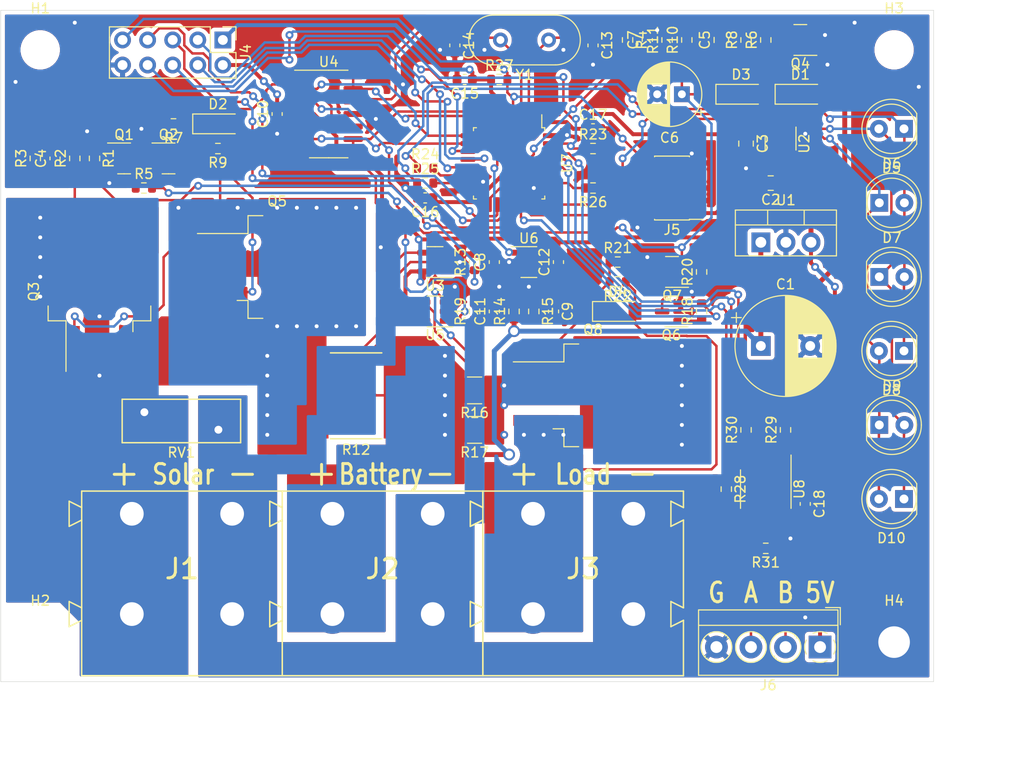
<source format=kicad_pcb>
(kicad_pcb (version 20171130) (host pcbnew 5.1.9-5.1.9)

  (general
    (thickness 1.6)
    (drawings 22)
    (tracks 837)
    (zones 0)
    (modules 87)
    (nets 60)
  )

  (page A4)
  (layers
    (0 F.Cu signal)
    (31 B.Cu signal)
    (32 B.Adhes user)
    (33 F.Adhes user)
    (34 B.Paste user)
    (35 F.Paste user)
    (36 B.SilkS user)
    (37 F.SilkS user)
    (38 B.Mask user)
    (39 F.Mask user)
    (40 Dwgs.User user)
    (41 Cmts.User user)
    (42 Eco1.User user)
    (43 Eco2.User user)
    (44 Edge.Cuts user)
    (45 Margin user)
    (46 B.CrtYd user)
    (47 F.CrtYd user)
    (48 B.Fab user hide)
    (49 F.Fab user hide)
  )

  (setup
    (last_trace_width 0.25)
    (user_trace_width 0.25)
    (user_trace_width 0.5)
    (trace_clearance 0.2)
    (zone_clearance 0.4)
    (zone_45_only no)
    (trace_min 0.2)
    (via_size 0.8)
    (via_drill 0.4)
    (via_min_size 0.4)
    (via_min_drill 0.3)
    (user_via 1.2 0.8)
    (uvia_size 0.3)
    (uvia_drill 0.1)
    (uvias_allowed no)
    (uvia_min_size 0.2)
    (uvia_min_drill 0.1)
    (edge_width 0.05)
    (segment_width 0.2)
    (pcb_text_width 0.3)
    (pcb_text_size 1.5 1.5)
    (mod_edge_width 0.12)
    (mod_text_size 1 1)
    (mod_text_width 0.15)
    (pad_size 1.8 1.8)
    (pad_drill 0.8)
    (pad_to_mask_clearance 0)
    (aux_axis_origin 0 0)
    (visible_elements FFFFFF7F)
    (pcbplotparams
      (layerselection 0x010fc_ffffffff)
      (usegerberextensions false)
      (usegerberattributes true)
      (usegerberadvancedattributes true)
      (creategerberjobfile true)
      (excludeedgelayer true)
      (linewidth 0.100000)
      (plotframeref false)
      (viasonmask false)
      (mode 1)
      (useauxorigin false)
      (hpglpennumber 1)
      (hpglpenspeed 20)
      (hpglpendiameter 15.000000)
      (psnegative false)
      (psa4output false)
      (plotreference true)
      (plotvalue true)
      (plotinvisibletext false)
      (padsonsilk false)
      (subtractmaskfromsilk false)
      (outputformat 1)
      (mirror false)
      (drillshape 1)
      (scaleselection 1)
      (outputdirectory ""))
  )

  (net 0 "")
  (net 1 GND)
  (net 2 Bat+)
  (net 3 +5V)
  (net 4 +3V3)
  (net 5 /Switching/Raw_U_Solar)
  (net 6 "Net-(C5-Pad2)")
  (net 7 "Net-(C5-Pad1)")
  (net 8 +VSW)
  (net 9 /Switching/Raw_U_SW)
  (net 10 "Net-(C8-Pad1)")
  (net 11 /Switching/Raw_U_Bat)
  (net 12 "Net-(C11-Pad1)")
  (net 13 "Net-(C13-Pad1)")
  (net 14 "Net-(C14-Pad1)")
  (net 15 "Net-(D2-Pad2)")
  (net 16 "Net-(D2-Pad1)")
  (net 17 Load+)
  (net 18 "Net-(D4-Pad1)")
  (net 19 "Net-(D5-Pad1)")
  (net 20 Solar+)
  (net 21 /Control/NRST)
  (net 22 /Control/BOOT0)
  (net 23 /Control/EXT_SCL_TX)
  (net 24 /Control/EXT_MISO)
  (net 25 /Control/EXT_SDA_RX)
  (net 26 /Control/EXT_MOSI)
  (net 27 /Control/EXT_SCK)
  (net 28 /Control/SWDCLK)
  (net 29 /Control/SWDIO)
  (net 30 "Net-(J6-Pad3)")
  (net 31 "Net-(J6-Pad2)")
  (net 32 "Net-(Q1-Pad3)")
  (net 33 "Net-(Q1-Pad1)")
  (net 34 "Net-(Q2-Pad3)")
  (net 35 "Net-(Q4-Pad3)")
  (net 36 "Net-(Q4-Pad1)")
  (net 37 "Net-(Q5-Pad2)")
  (net 38 "Net-(Q6-Pad3)")
  (net 39 "Net-(Q6-Pad1)")
  (net 40 "Net-(Q7-Pad3)")
  (net 41 "Net-(Q8-Pad2)")
  (net 42 Solar_Sw)
  (net 43 ChargePump)
  (net 44 Load_Sw)
  (net 45 /Control/LED_MUX_A)
  (net 46 /Control/LED_MUX_B)
  (net 47 /Control/LED_MUX_C)
  (net 48 /Control/RS485_DE)
  (net 49 /Control/RS485_RX)
  (net 50 "Net-(R29-Pad1)")
  (net 51 /Control/RS485_TX)
  (net 52 "Net-(R30-Pad1)")
  (net 53 Meas_U_SW)
  (net 54 Meas_U_Solar)
  (net 55 Meas_I_Load)
  (net 56 Meas_I_Solar)
  (net 57 Meas_U_Bat)
  (net 58 "Net-(D10-Pad1)")
  (net 59 "Net-(D10-Pad2)")

  (net_class Default "This is the default net class."
    (clearance 0.2)
    (trace_width 0.25)
    (via_dia 0.8)
    (via_drill 0.4)
    (uvia_dia 0.3)
    (uvia_drill 0.1)
    (add_net +VSW)
    (add_net /Control/BOOT0)
    (add_net /Control/EXT_MISO)
    (add_net /Control/EXT_MOSI)
    (add_net /Control/EXT_SCK)
    (add_net /Control/EXT_SCL_TX)
    (add_net /Control/EXT_SDA_RX)
    (add_net /Control/LED_MUX_A)
    (add_net /Control/LED_MUX_B)
    (add_net /Control/LED_MUX_C)
    (add_net /Control/NRST)
    (add_net /Control/RS485_DE)
    (add_net /Control/RS485_RX)
    (add_net /Control/RS485_TX)
    (add_net /Control/SWDCLK)
    (add_net /Control/SWDIO)
    (add_net /Switching/Raw_U_Bat)
    (add_net /Switching/Raw_U_SW)
    (add_net /Switching/Raw_U_Solar)
    (add_net ChargePump)
    (add_net GND)
    (add_net Load_Sw)
    (add_net Meas_I_Load)
    (add_net Meas_I_Solar)
    (add_net Meas_U_Bat)
    (add_net Meas_U_SW)
    (add_net Meas_U_Solar)
    (add_net "Net-(C11-Pad1)")
    (add_net "Net-(C13-Pad1)")
    (add_net "Net-(C14-Pad1)")
    (add_net "Net-(C5-Pad1)")
    (add_net "Net-(C5-Pad2)")
    (add_net "Net-(C8-Pad1)")
    (add_net "Net-(D10-Pad1)")
    (add_net "Net-(D10-Pad2)")
    (add_net "Net-(D2-Pad1)")
    (add_net "Net-(D2-Pad2)")
    (add_net "Net-(D4-Pad1)")
    (add_net "Net-(D5-Pad1)")
    (add_net "Net-(J6-Pad2)")
    (add_net "Net-(J6-Pad3)")
    (add_net "Net-(Q1-Pad1)")
    (add_net "Net-(Q1-Pad3)")
    (add_net "Net-(Q2-Pad3)")
    (add_net "Net-(Q4-Pad1)")
    (add_net "Net-(Q4-Pad3)")
    (add_net "Net-(Q5-Pad2)")
    (add_net "Net-(Q6-Pad1)")
    (add_net "Net-(Q6-Pad3)")
    (add_net "Net-(Q7-Pad3)")
    (add_net "Net-(Q8-Pad2)")
    (add_net "Net-(R29-Pad1)")
    (add_net "Net-(R30-Pad1)")
    (add_net Solar_Sw)
  )

  (net_class HighPower ""
    (clearance 0.3)
    (trace_width 20)
    (via_dia 2)
    (via_drill 1.2)
    (uvia_dia 0.3)
    (uvia_drill 0.1)
    (add_net Bat+)
    (add_net Load+)
    (add_net Solar+)
  )

  (net_class Power ""
    (clearance 0.3)
    (trace_width 0.4)
    (via_dia 0.8)
    (via_drill 0.4)
    (uvia_dia 0.3)
    (uvia_drill 0.1)
    (add_net +3V3)
    (add_net +5V)
  )

  (module LED_THT:LED_D5.0mm (layer F.Cu) (tedit 5995936A) (tstamp 6089D97E)
    (at 114.5 124.5 180)
    (descr "LED, diameter 5.0mm, 2 pins, http://cdn-reichelt.de/documents/datenblatt/A500/LL-504BC2E-009.pdf")
    (tags "LED diameter 5.0mm 2 pins")
    (path /607F325D/608A2881)
    (fp_text reference D10 (at 1.27 -3.96) (layer F.SilkS)
      (effects (font (size 1 1) (thickness 0.15)))
    )
    (fp_text value DISCHARGE_PULSE (at 1.27 3.96) (layer F.Fab)
      (effects (font (size 1 1) (thickness 0.15)))
    )
    (fp_circle (center 1.27 0) (end 3.77 0) (layer F.Fab) (width 0.1))
    (fp_circle (center 1.27 0) (end 3.77 0) (layer F.SilkS) (width 0.12))
    (fp_line (start -1.23 -1.469694) (end -1.23 1.469694) (layer F.Fab) (width 0.1))
    (fp_line (start -1.29 -1.545) (end -1.29 1.545) (layer F.SilkS) (width 0.12))
    (fp_line (start -1.95 -3.25) (end -1.95 3.25) (layer F.CrtYd) (width 0.05))
    (fp_line (start -1.95 3.25) (end 4.5 3.25) (layer F.CrtYd) (width 0.05))
    (fp_line (start 4.5 3.25) (end 4.5 -3.25) (layer F.CrtYd) (width 0.05))
    (fp_line (start 4.5 -3.25) (end -1.95 -3.25) (layer F.CrtYd) (width 0.05))
    (fp_text user %R (at 1.25 0) (layer F.Fab)
      (effects (font (size 0.8 0.8) (thickness 0.2)))
    )
    (fp_arc (start 1.27 0) (end -1.29 1.54483) (angle -148.9) (layer F.SilkS) (width 0.12))
    (fp_arc (start 1.27 0) (end -1.29 -1.54483) (angle 148.9) (layer F.SilkS) (width 0.12))
    (fp_arc (start 1.27 0) (end -1.23 -1.469694) (angle 299.1) (layer F.Fab) (width 0.1))
    (pad 2 thru_hole circle (at 2.54 0 180) (size 1.8 1.8) (drill 0.9) (layers *.Cu *.Mask)
      (net 59 "Net-(D10-Pad2)"))
    (pad 1 thru_hole rect (at 0 0 180) (size 1.8 1.8) (drill 0.9) (layers *.Cu *.Mask)
      (net 58 "Net-(D10-Pad1)"))
    (model ${KICAD6_3DMODEL_DIR}/LED_THT.3dshapes/LED_D5.0mm.wrl
      (at (xyz 0 0 0))
      (scale (xyz 1 1 1))
      (rotate (xyz 0 0 0))
    )
  )

  (module MountingHole:MountingHole_3.2mm_M3_Pad (layer F.Cu) (tedit 608B1DD8) (tstamp 6088A39D)
    (at 113.5 139)
    (descr "Mounting Hole 3.2mm, M3")
    (tags "mounting hole 3.2mm m3")
    (path /608E6AA2)
    (attr virtual)
    (fp_text reference H4 (at 0 -4.2) (layer F.SilkS)
      (effects (font (size 1 1) (thickness 0.15)))
    )
    (fp_text value MountingHole_Pad (at 0 4.2) (layer F.Fab)
      (effects (font (size 1 1) (thickness 0.15)))
    )
    (fp_circle (center 0 0) (end 3.45 0) (layer F.CrtYd) (width 0.05))
    (fp_circle (center 0 0) (end 3.2 0) (layer Cmts.User) (width 0.15))
    (fp_text user %R (at 0.3 0) (layer F.Fab)
      (effects (font (size 1 1) (thickness 0.15)))
    )
    (pad 1 thru_hole circle (at 0 0) (size 6.4 6.4) (drill 3.2) (layers *.Cu *.Mask)
      (net 1 GND) (zone_connect 2))
  )

  (module MountingHole:MountingHole_3.2mm_M3 (layer F.Cu) (tedit 56D1B4CB) (tstamp 6088BB0C)
    (at 113.5 79)
    (descr "Mounting Hole 3.2mm, no annular, M3")
    (tags "mounting hole 3.2mm no annular m3")
    (path /608E7C54)
    (attr virtual)
    (fp_text reference H3 (at 0 -4.2) (layer F.SilkS)
      (effects (font (size 1 1) (thickness 0.15)))
    )
    (fp_text value MountingHole_M3 (at 0 4.2) (layer F.Fab)
      (effects (font (size 1 1) (thickness 0.15)))
    )
    (fp_circle (center 0 0) (end 3.45 0) (layer F.CrtYd) (width 0.05))
    (fp_circle (center 0 0) (end 3.2 0) (layer Cmts.User) (width 0.15))
    (fp_text user %R (at 0.3 0) (layer F.Fab)
      (effects (font (size 1 1) (thickness 0.15)))
    )
    (pad 1 np_thru_hole circle (at 0 0) (size 3.2 3.2) (drill 3.2) (layers *.Cu *.Mask))
  )

  (module MountingHole:MountingHole_3.2mm_M3 (layer F.Cu) (tedit 56D1B4CB) (tstamp 6088A38D)
    (at 27 139)
    (descr "Mounting Hole 3.2mm, no annular, M3")
    (tags "mounting hole 3.2mm no annular m3")
    (path /608E7A5C)
    (attr virtual)
    (fp_text reference H2 (at 0 -4.2) (layer F.SilkS)
      (effects (font (size 1 1) (thickness 0.15)))
    )
    (fp_text value MountingHole_M3 (at 0 4.2) (layer F.Fab)
      (effects (font (size 1 1) (thickness 0.15)))
    )
    (fp_circle (center 0 0) (end 3.45 0) (layer F.CrtYd) (width 0.05))
    (fp_circle (center 0 0) (end 3.2 0) (layer Cmts.User) (width 0.15))
    (fp_text user %R (at 0.3 0) (layer F.Fab)
      (effects (font (size 1 1) (thickness 0.15)))
    )
    (pad 1 np_thru_hole circle (at 0 0) (size 3.2 3.2) (drill 3.2) (layers *.Cu *.Mask))
  )

  (module MountingHole:MountingHole_3.2mm_M3 (layer F.Cu) (tedit 56D1B4CB) (tstamp 6088A385)
    (at 27 79)
    (descr "Mounting Hole 3.2mm, no annular, M3")
    (tags "mounting hole 3.2mm no annular m3")
    (path /608E5819)
    (attr virtual)
    (fp_text reference H1 (at 0 -4.2) (layer F.SilkS)
      (effects (font (size 1 1) (thickness 0.15)))
    )
    (fp_text value MountingHole_M3 (at 0 4.2) (layer F.Fab)
      (effects (font (size 1 1) (thickness 0.15)))
    )
    (fp_circle (center 0 0) (end 3.45 0) (layer F.CrtYd) (width 0.05))
    (fp_circle (center 0 0) (end 3.2 0) (layer Cmts.User) (width 0.15))
    (fp_text user %R (at 0.3 0) (layer F.Fab)
      (effects (font (size 1 1) (thickness 0.15)))
    )
    (pad 1 np_thru_hole circle (at 0 0) (size 3.2 3.2) (drill 3.2) (layers *.Cu *.Mask))
  )

  (module Package_TO_SOT_THT:TO-220-3_Vertical (layer F.Cu) (tedit 5AC8BA0D) (tstamp 60860695)
    (at 100 98.5)
    (descr "TO-220-3, Vertical, RM 2.54mm, see https://www.vishay.com/docs/66542/to-220-1.pdf")
    (tags "TO-220-3 Vertical RM 2.54mm")
    (path /609371DE)
    (fp_text reference U1 (at 2.54 -4.27) (layer F.SilkS)
      (effects (font (size 1 1) (thickness 0.15)))
    )
    (fp_text value OKI-78SR-5_1.5-W36-C (at 2.54 2.5) (layer F.Fab)
      (effects (font (size 1 1) (thickness 0.15)))
    )
    (fp_line (start 7.79 -3.4) (end -2.71 -3.4) (layer F.CrtYd) (width 0.05))
    (fp_line (start 7.79 1.51) (end 7.79 -3.4) (layer F.CrtYd) (width 0.05))
    (fp_line (start -2.71 1.51) (end 7.79 1.51) (layer F.CrtYd) (width 0.05))
    (fp_line (start -2.71 -3.4) (end -2.71 1.51) (layer F.CrtYd) (width 0.05))
    (fp_line (start 4.391 -3.27) (end 4.391 -1.76) (layer F.SilkS) (width 0.12))
    (fp_line (start 0.69 -3.27) (end 0.69 -1.76) (layer F.SilkS) (width 0.12))
    (fp_line (start -2.58 -1.76) (end 7.66 -1.76) (layer F.SilkS) (width 0.12))
    (fp_line (start 7.66 -3.27) (end 7.66 1.371) (layer F.SilkS) (width 0.12))
    (fp_line (start -2.58 -3.27) (end -2.58 1.371) (layer F.SilkS) (width 0.12))
    (fp_line (start -2.58 1.371) (end 7.66 1.371) (layer F.SilkS) (width 0.12))
    (fp_line (start -2.58 -3.27) (end 7.66 -3.27) (layer F.SilkS) (width 0.12))
    (fp_line (start 4.39 -3.15) (end 4.39 -1.88) (layer F.Fab) (width 0.1))
    (fp_line (start 0.69 -3.15) (end 0.69 -1.88) (layer F.Fab) (width 0.1))
    (fp_line (start -2.46 -1.88) (end 7.54 -1.88) (layer F.Fab) (width 0.1))
    (fp_line (start 7.54 -3.15) (end -2.46 -3.15) (layer F.Fab) (width 0.1))
    (fp_line (start 7.54 1.25) (end 7.54 -3.15) (layer F.Fab) (width 0.1))
    (fp_line (start -2.46 1.25) (end 7.54 1.25) (layer F.Fab) (width 0.1))
    (fp_line (start -2.46 -3.15) (end -2.46 1.25) (layer F.Fab) (width 0.1))
    (fp_text user %R (at 2.54 -4.27) (layer F.Fab)
      (effects (font (size 1 1) (thickness 0.15)))
    )
    (pad 3 thru_hole oval (at 5.08 0) (size 1.905 2) (drill 1.1) (layers *.Cu *.Mask)
      (net 3 +5V))
    (pad 2 thru_hole oval (at 2.54 0) (size 1.905 2) (drill 1.1) (layers *.Cu *.Mask)
      (net 1 GND))
    (pad 1 thru_hole rect (at 0 0) (size 1.905 2) (drill 1.1) (layers *.Cu *.Mask)
      (net 2 Bat+))
    (model ${KICAD6_3DMODEL_DIR}/Package_TO_SOT_THT.3dshapes/TO-220-3_Vertical.wrl
      (at (xyz 0 0 0))
      (scale (xyz 1 1 1))
      (rotate (xyz 0 0 0))
    )
  )

  (module Crystal:Crystal_HC49-U_Vertical (layer F.Cu) (tedit 5A1AD3B8) (tstamp 6085DC92)
    (at 78.5 78 180)
    (descr "Crystal THT HC-49/U http://5hertz.com/pdfs/04404_D.pdf")
    (tags "THT crystalHC-49/U")
    (path /607F325D/6083406C)
    (fp_text reference Y1 (at 2.44 -3.525) (layer F.SilkS)
      (effects (font (size 1 1) (thickness 0.15)))
    )
    (fp_text value "8 MHz" (at 2.44 3.525) (layer F.Fab)
      (effects (font (size 1 1) (thickness 0.15)))
    )
    (fp_line (start -0.685 -2.325) (end 5.565 -2.325) (layer F.Fab) (width 0.1))
    (fp_line (start -0.685 2.325) (end 5.565 2.325) (layer F.Fab) (width 0.1))
    (fp_line (start -0.56 -2) (end 5.44 -2) (layer F.Fab) (width 0.1))
    (fp_line (start -0.56 2) (end 5.44 2) (layer F.Fab) (width 0.1))
    (fp_line (start -0.685 -2.525) (end 5.565 -2.525) (layer F.SilkS) (width 0.12))
    (fp_line (start -0.685 2.525) (end 5.565 2.525) (layer F.SilkS) (width 0.12))
    (fp_line (start -3.5 -2.8) (end -3.5 2.8) (layer F.CrtYd) (width 0.05))
    (fp_line (start -3.5 2.8) (end 8.4 2.8) (layer F.CrtYd) (width 0.05))
    (fp_line (start 8.4 2.8) (end 8.4 -2.8) (layer F.CrtYd) (width 0.05))
    (fp_line (start 8.4 -2.8) (end -3.5 -2.8) (layer F.CrtYd) (width 0.05))
    (fp_arc (start 5.565 0) (end 5.565 -2.525) (angle 180) (layer F.SilkS) (width 0.12))
    (fp_arc (start -0.685 0) (end -0.685 -2.525) (angle -180) (layer F.SilkS) (width 0.12))
    (fp_arc (start 5.44 0) (end 5.44 -2) (angle 180) (layer F.Fab) (width 0.1))
    (fp_arc (start -0.56 0) (end -0.56 -2) (angle -180) (layer F.Fab) (width 0.1))
    (fp_arc (start 5.565 0) (end 5.565 -2.325) (angle 180) (layer F.Fab) (width 0.1))
    (fp_arc (start -0.685 0) (end -0.685 -2.325) (angle -180) (layer F.Fab) (width 0.1))
    (fp_text user %R (at 2.44 0) (layer F.Fab)
      (effects (font (size 1 1) (thickness 0.15)))
    )
    (pad 2 thru_hole circle (at 4.88 0 180) (size 1.5 1.5) (drill 0.8) (layers *.Cu *.Mask)
      (net 14 "Net-(C14-Pad1)"))
    (pad 1 thru_hole circle (at 0 0 180) (size 1.5 1.5) (drill 0.8) (layers *.Cu *.Mask)
      (net 13 "Net-(C13-Pad1)"))
    (model ${KICAD6_3DMODEL_DIR}/Crystal.3dshapes/Crystal_HC49-U_Vertical.wrl
      (at (xyz 0 0 0))
      (scale (xyz 1 1 1))
      (rotate (xyz 0 0 0))
    )
  )

  (module Package_SO:SOIC-8_3.9x4.9mm_P1.27mm (layer F.Cu) (tedit 5D9F72B1) (tstamp 6085DC7B)
    (at 100.5 123.5 270)
    (descr "SOIC, 8 Pin (JEDEC MS-012AA, https://www.analog.com/media/en/package-pcb-resources/package/pkg_pdf/soic_narrow-r/r_8.pdf), generated with kicad-footprint-generator ipc_gullwing_generator.py")
    (tags "SOIC SO")
    (path /607F325D/6088823A)
    (attr smd)
    (fp_text reference U8 (at 0 -3.4 90) (layer F.SilkS)
      (effects (font (size 1 1) (thickness 0.15)))
    )
    (fp_text value MAX485E (at 0 3.4 90) (layer F.Fab)
      (effects (font (size 1 1) (thickness 0.15)))
    )
    (fp_line (start 0 2.56) (end 1.95 2.56) (layer F.SilkS) (width 0.12))
    (fp_line (start 0 2.56) (end -1.95 2.56) (layer F.SilkS) (width 0.12))
    (fp_line (start 0 -2.56) (end 1.95 -2.56) (layer F.SilkS) (width 0.12))
    (fp_line (start 0 -2.56) (end -3.45 -2.56) (layer F.SilkS) (width 0.12))
    (fp_line (start -0.975 -2.45) (end 1.95 -2.45) (layer F.Fab) (width 0.1))
    (fp_line (start 1.95 -2.45) (end 1.95 2.45) (layer F.Fab) (width 0.1))
    (fp_line (start 1.95 2.45) (end -1.95 2.45) (layer F.Fab) (width 0.1))
    (fp_line (start -1.95 2.45) (end -1.95 -1.475) (layer F.Fab) (width 0.1))
    (fp_line (start -1.95 -1.475) (end -0.975 -2.45) (layer F.Fab) (width 0.1))
    (fp_line (start -3.7 -2.7) (end -3.7 2.7) (layer F.CrtYd) (width 0.05))
    (fp_line (start -3.7 2.7) (end 3.7 2.7) (layer F.CrtYd) (width 0.05))
    (fp_line (start 3.7 2.7) (end 3.7 -2.7) (layer F.CrtYd) (width 0.05))
    (fp_line (start 3.7 -2.7) (end -3.7 -2.7) (layer F.CrtYd) (width 0.05))
    (fp_text user %R (at 0 0 90) (layer F.Fab)
      (effects (font (size 0.98 0.98) (thickness 0.15)))
    )
    (pad 8 smd roundrect (at 2.475 -1.905 270) (size 1.95 0.6) (layers F.Cu F.Paste F.Mask) (roundrect_rratio 0.25)
      (net 3 +5V))
    (pad 7 smd roundrect (at 2.475 -0.635 270) (size 1.95 0.6) (layers F.Cu F.Paste F.Mask) (roundrect_rratio 0.25)
      (net 31 "Net-(J6-Pad2)"))
    (pad 6 smd roundrect (at 2.475 0.635 270) (size 1.95 0.6) (layers F.Cu F.Paste F.Mask) (roundrect_rratio 0.25)
      (net 30 "Net-(J6-Pad3)"))
    (pad 5 smd roundrect (at 2.475 1.905 270) (size 1.95 0.6) (layers F.Cu F.Paste F.Mask) (roundrect_rratio 0.25)
      (net 1 GND))
    (pad 4 smd roundrect (at -2.475 1.905 270) (size 1.95 0.6) (layers F.Cu F.Paste F.Mask) (roundrect_rratio 0.25)
      (net 52 "Net-(R30-Pad1)"))
    (pad 3 smd roundrect (at -2.475 0.635 270) (size 1.95 0.6) (layers F.Cu F.Paste F.Mask) (roundrect_rratio 0.25)
      (net 48 /Control/RS485_DE))
    (pad 2 smd roundrect (at -2.475 -0.635 270) (size 1.95 0.6) (layers F.Cu F.Paste F.Mask) (roundrect_rratio 0.25)
      (net 48 /Control/RS485_DE))
    (pad 1 smd roundrect (at -2.475 -1.905 270) (size 1.95 0.6) (layers F.Cu F.Paste F.Mask) (roundrect_rratio 0.25)
      (net 50 "Net-(R29-Pad1)"))
    (model ${KICAD6_3DMODEL_DIR}/Package_SO.3dshapes/SOIC-8_3.9x4.9mm_P1.27mm.wrl
      (at (xyz 0 0 0))
      (scale (xyz 1 1 1))
      (rotate (xyz 0 0 0))
    )
  )

  (module Package_QFP:LQFP-32_7x7mm_P0.8mm (layer F.Cu) (tedit 5D9F72AF) (tstamp 6085DC61)
    (at 74.5 90.5 270)
    (descr "LQFP, 32 Pin (https://www.nxp.com/docs/en/package-information/SOT358-1.pdf), generated with kicad-footprint-generator ipc_gullwing_generator.py")
    (tags "LQFP QFP")
    (path /607F325D/60827C3B)
    (attr smd)
    (fp_text reference U7 (at 0 -5.88 90) (layer F.SilkS)
      (effects (font (size 1 1) (thickness 0.15)))
    )
    (fp_text value STM32F030K6Tx (at 0 5.88 90) (layer F.Fab)
      (effects (font (size 1 1) (thickness 0.15)))
    )
    (fp_line (start 3.31 3.61) (end 3.61 3.61) (layer F.SilkS) (width 0.12))
    (fp_line (start 3.61 3.61) (end 3.61 3.31) (layer F.SilkS) (width 0.12))
    (fp_line (start -3.31 3.61) (end -3.61 3.61) (layer F.SilkS) (width 0.12))
    (fp_line (start -3.61 3.61) (end -3.61 3.31) (layer F.SilkS) (width 0.12))
    (fp_line (start 3.31 -3.61) (end 3.61 -3.61) (layer F.SilkS) (width 0.12))
    (fp_line (start 3.61 -3.61) (end 3.61 -3.31) (layer F.SilkS) (width 0.12))
    (fp_line (start -3.31 -3.61) (end -3.61 -3.61) (layer F.SilkS) (width 0.12))
    (fp_line (start -3.61 -3.61) (end -3.61 -3.31) (layer F.SilkS) (width 0.12))
    (fp_line (start -3.61 -3.31) (end -4.925 -3.31) (layer F.SilkS) (width 0.12))
    (fp_line (start -2.5 -3.5) (end 3.5 -3.5) (layer F.Fab) (width 0.1))
    (fp_line (start 3.5 -3.5) (end 3.5 3.5) (layer F.Fab) (width 0.1))
    (fp_line (start 3.5 3.5) (end -3.5 3.5) (layer F.Fab) (width 0.1))
    (fp_line (start -3.5 3.5) (end -3.5 -2.5) (layer F.Fab) (width 0.1))
    (fp_line (start -3.5 -2.5) (end -2.5 -3.5) (layer F.Fab) (width 0.1))
    (fp_line (start 0 -5.18) (end -3.3 -5.18) (layer F.CrtYd) (width 0.05))
    (fp_line (start -3.3 -5.18) (end -3.3 -3.75) (layer F.CrtYd) (width 0.05))
    (fp_line (start -3.3 -3.75) (end -3.75 -3.75) (layer F.CrtYd) (width 0.05))
    (fp_line (start -3.75 -3.75) (end -3.75 -3.3) (layer F.CrtYd) (width 0.05))
    (fp_line (start -3.75 -3.3) (end -5.18 -3.3) (layer F.CrtYd) (width 0.05))
    (fp_line (start -5.18 -3.3) (end -5.18 0) (layer F.CrtYd) (width 0.05))
    (fp_line (start 0 -5.18) (end 3.3 -5.18) (layer F.CrtYd) (width 0.05))
    (fp_line (start 3.3 -5.18) (end 3.3 -3.75) (layer F.CrtYd) (width 0.05))
    (fp_line (start 3.3 -3.75) (end 3.75 -3.75) (layer F.CrtYd) (width 0.05))
    (fp_line (start 3.75 -3.75) (end 3.75 -3.3) (layer F.CrtYd) (width 0.05))
    (fp_line (start 3.75 -3.3) (end 5.18 -3.3) (layer F.CrtYd) (width 0.05))
    (fp_line (start 5.18 -3.3) (end 5.18 0) (layer F.CrtYd) (width 0.05))
    (fp_line (start 0 5.18) (end -3.3 5.18) (layer F.CrtYd) (width 0.05))
    (fp_line (start -3.3 5.18) (end -3.3 3.75) (layer F.CrtYd) (width 0.05))
    (fp_line (start -3.3 3.75) (end -3.75 3.75) (layer F.CrtYd) (width 0.05))
    (fp_line (start -3.75 3.75) (end -3.75 3.3) (layer F.CrtYd) (width 0.05))
    (fp_line (start -3.75 3.3) (end -5.18 3.3) (layer F.CrtYd) (width 0.05))
    (fp_line (start -5.18 3.3) (end -5.18 0) (layer F.CrtYd) (width 0.05))
    (fp_line (start 0 5.18) (end 3.3 5.18) (layer F.CrtYd) (width 0.05))
    (fp_line (start 3.3 5.18) (end 3.3 3.75) (layer F.CrtYd) (width 0.05))
    (fp_line (start 3.3 3.75) (end 3.75 3.75) (layer F.CrtYd) (width 0.05))
    (fp_line (start 3.75 3.75) (end 3.75 3.3) (layer F.CrtYd) (width 0.05))
    (fp_line (start 3.75 3.3) (end 5.18 3.3) (layer F.CrtYd) (width 0.05))
    (fp_line (start 5.18 3.3) (end 5.18 0) (layer F.CrtYd) (width 0.05))
    (fp_text user %R (at 0 0 90) (layer F.Fab)
      (effects (font (size 1 1) (thickness 0.15)))
    )
    (pad 32 smd roundrect (at -2.8 -4.175 270) (size 0.5 1.5) (layers F.Cu F.Paste F.Mask) (roundrect_rratio 0.25)
      (net 1 GND))
    (pad 31 smd roundrect (at -2 -4.175 270) (size 0.5 1.5) (layers F.Cu F.Paste F.Mask) (roundrect_rratio 0.25)
      (net 22 /Control/BOOT0))
    (pad 30 smd roundrect (at -1.2 -4.175 270) (size 0.5 1.5) (layers F.Cu F.Paste F.Mask) (roundrect_rratio 0.25)
      (net 49 /Control/RS485_RX))
    (pad 29 smd roundrect (at -0.4 -4.175 270) (size 0.5 1.5) (layers F.Cu F.Paste F.Mask) (roundrect_rratio 0.25)
      (net 51 /Control/RS485_TX))
    (pad 28 smd roundrect (at 0.4 -4.175 270) (size 0.5 1.5) (layers F.Cu F.Paste F.Mask) (roundrect_rratio 0.25)
      (net 48 /Control/RS485_DE))
    (pad 27 smd roundrect (at 1.2 -4.175 270) (size 0.5 1.5) (layers F.Cu F.Paste F.Mask) (roundrect_rratio 0.25))
    (pad 26 smd roundrect (at 2 -4.175 270) (size 0.5 1.5) (layers F.Cu F.Paste F.Mask) (roundrect_rratio 0.25)
      (net 47 /Control/LED_MUX_C))
    (pad 25 smd roundrect (at 2.8 -4.175 270) (size 0.5 1.5) (layers F.Cu F.Paste F.Mask) (roundrect_rratio 0.25))
    (pad 24 smd roundrect (at 4.175 -2.8 270) (size 1.5 0.5) (layers F.Cu F.Paste F.Mask) (roundrect_rratio 0.25)
      (net 28 /Control/SWDCLK))
    (pad 23 smd roundrect (at 4.175 -2 270) (size 1.5 0.5) (layers F.Cu F.Paste F.Mask) (roundrect_rratio 0.25)
      (net 29 /Control/SWDIO))
    (pad 22 smd roundrect (at 4.175 -1.2 270) (size 1.5 0.5) (layers F.Cu F.Paste F.Mask) (roundrect_rratio 0.25)
      (net 44 Load_Sw))
    (pad 21 smd roundrect (at 4.175 -0.4 270) (size 1.5 0.5) (layers F.Cu F.Paste F.Mask) (roundrect_rratio 0.25)
      (net 42 Solar_Sw))
    (pad 20 smd roundrect (at 4.175 0.4 270) (size 1.5 0.5) (layers F.Cu F.Paste F.Mask) (roundrect_rratio 0.25)
      (net 25 /Control/EXT_SDA_RX))
    (pad 19 smd roundrect (at 4.175 1.2 270) (size 1.5 0.5) (layers F.Cu F.Paste F.Mask) (roundrect_rratio 0.25)
      (net 23 /Control/EXT_SCL_TX))
    (pad 18 smd roundrect (at 4.175 2 270) (size 1.5 0.5) (layers F.Cu F.Paste F.Mask) (roundrect_rratio 0.25)
      (net 43 ChargePump))
    (pad 17 smd roundrect (at 4.175 2.8 270) (size 1.5 0.5) (layers F.Cu F.Paste F.Mask) (roundrect_rratio 0.25)
      (net 4 +3V3))
    (pad 16 smd roundrect (at 2.8 4.175 270) (size 0.5 1.5) (layers F.Cu F.Paste F.Mask) (roundrect_rratio 0.25)
      (net 1 GND))
    (pad 15 smd roundrect (at 2 4.175 270) (size 0.5 1.5) (layers F.Cu F.Paste F.Mask) (roundrect_rratio 0.25)
      (net 46 /Control/LED_MUX_B))
    (pad 14 smd roundrect (at 1.2 4.175 270) (size 0.5 1.5) (layers F.Cu F.Paste F.Mask) (roundrect_rratio 0.25)
      (net 45 /Control/LED_MUX_A))
    (pad 13 smd roundrect (at 0.4 4.175 270) (size 0.5 1.5) (layers F.Cu F.Paste F.Mask) (roundrect_rratio 0.25)
      (net 26 /Control/EXT_MOSI))
    (pad 12 smd roundrect (at -0.4 4.175 270) (size 0.5 1.5) (layers F.Cu F.Paste F.Mask) (roundrect_rratio 0.25)
      (net 24 /Control/EXT_MISO))
    (pad 11 smd roundrect (at -1.2 4.175 270) (size 0.5 1.5) (layers F.Cu F.Paste F.Mask) (roundrect_rratio 0.25)
      (net 27 /Control/EXT_SCK))
    (pad 10 smd roundrect (at -2 4.175 270) (size 0.5 1.5) (layers F.Cu F.Paste F.Mask) (roundrect_rratio 0.25)
      (net 55 Meas_I_Load))
    (pad 9 smd roundrect (at -2.8 4.175 270) (size 0.5 1.5) (layers F.Cu F.Paste F.Mask) (roundrect_rratio 0.25)
      (net 56 Meas_I_Solar))
    (pad 8 smd roundrect (at -4.175 2.8 270) (size 1.5 0.5) (layers F.Cu F.Paste F.Mask) (roundrect_rratio 0.25)
      (net 53 Meas_U_SW))
    (pad 7 smd roundrect (at -4.175 2 270) (size 1.5 0.5) (layers F.Cu F.Paste F.Mask) (roundrect_rratio 0.25)
      (net 54 Meas_U_Solar))
    (pad 6 smd roundrect (at -4.175 1.2 270) (size 1.5 0.5) (layers F.Cu F.Paste F.Mask) (roundrect_rratio 0.25)
      (net 57 Meas_U_Bat))
    (pad 5 smd roundrect (at -4.175 0.4 270) (size 1.5 0.5) (layers F.Cu F.Paste F.Mask) (roundrect_rratio 0.25)
      (net 4 +3V3))
    (pad 4 smd roundrect (at -4.175 -0.4 270) (size 1.5 0.5) (layers F.Cu F.Paste F.Mask) (roundrect_rratio 0.25)
      (net 21 /Control/NRST))
    (pad 3 smd roundrect (at -4.175 -1.2 270) (size 1.5 0.5) (layers F.Cu F.Paste F.Mask) (roundrect_rratio 0.25)
      (net 14 "Net-(C14-Pad1)"))
    (pad 2 smd roundrect (at -4.175 -2 270) (size 1.5 0.5) (layers F.Cu F.Paste F.Mask) (roundrect_rratio 0.25)
      (net 13 "Net-(C13-Pad1)"))
    (pad 1 smd roundrect (at -4.175 -2.8 270) (size 1.5 0.5) (layers F.Cu F.Paste F.Mask) (roundrect_rratio 0.25)
      (net 4 +3V3))
    (model ${KICAD6_3DMODEL_DIR}/Package_QFP.3dshapes/LQFP-32_7x7mm_P0.8mm.wrl
      (at (xyz 0 0 0))
      (scale (xyz 1 1 1))
      (rotate (xyz 0 0 0))
    )
  )

  (module Package_TO_SOT_SMD:SOT-23-5 (layer F.Cu) (tedit 5F6F9B37) (tstamp 6085DC16)
    (at 76.5 100.5)
    (descr "SOT, 5 Pin (https://www.jedec.org/sites/default/files/docs/Mo-178c.PDF variant AA), generated with kicad-footprint-generator ipc_gullwing_generator.py")
    (tags "SOT TO_SOT_SMD")
    (path /607F322E/609CB9A0)
    (attr smd)
    (fp_text reference U6 (at 0 -2.4) (layer F.SilkS)
      (effects (font (size 1 1) (thickness 0.15)))
    )
    (fp_text value MCP6421T-EOT (at 0 2.4) (layer F.Fab)
      (effects (font (size 1 1) (thickness 0.15)))
    )
    (fp_line (start 0 1.56) (end 0.8 1.56) (layer F.SilkS) (width 0.12))
    (fp_line (start 0 1.56) (end -0.8 1.56) (layer F.SilkS) (width 0.12))
    (fp_line (start 0 -1.56) (end 0.8 -1.56) (layer F.SilkS) (width 0.12))
    (fp_line (start 0 -1.56) (end -1.8 -1.56) (layer F.SilkS) (width 0.12))
    (fp_line (start -0.4 -1.45) (end 0.8 -1.45) (layer F.Fab) (width 0.1))
    (fp_line (start 0.8 -1.45) (end 0.8 1.45) (layer F.Fab) (width 0.1))
    (fp_line (start 0.8 1.45) (end -0.8 1.45) (layer F.Fab) (width 0.1))
    (fp_line (start -0.8 1.45) (end -0.8 -1.05) (layer F.Fab) (width 0.1))
    (fp_line (start -0.8 -1.05) (end -0.4 -1.45) (layer F.Fab) (width 0.1))
    (fp_line (start -2.05 -1.7) (end -2.05 1.7) (layer F.CrtYd) (width 0.05))
    (fp_line (start -2.05 1.7) (end 2.05 1.7) (layer F.CrtYd) (width 0.05))
    (fp_line (start 2.05 1.7) (end 2.05 -1.7) (layer F.CrtYd) (width 0.05))
    (fp_line (start 2.05 -1.7) (end -2.05 -1.7) (layer F.CrtYd) (width 0.05))
    (fp_text user %R (at 0 0) (layer F.Fab)
      (effects (font (size 0.4 0.4) (thickness 0.06)))
    )
    (pad 5 smd roundrect (at 1.1375 -0.95) (size 1.325 0.6) (layers F.Cu F.Paste F.Mask) (roundrect_rratio 0.25)
      (net 3 +5V))
    (pad 4 smd roundrect (at 1.1375 0.95) (size 1.325 0.6) (layers F.Cu F.Paste F.Mask) (roundrect_rratio 0.25)
      (net 57 Meas_U_Bat))
    (pad 3 smd roundrect (at -1.1375 0.95) (size 1.325 0.6) (layers F.Cu F.Paste F.Mask) (roundrect_rratio 0.25)
      (net 11 /Switching/Raw_U_Bat))
    (pad 2 smd roundrect (at -1.1375 0) (size 1.325 0.6) (layers F.Cu F.Paste F.Mask) (roundrect_rratio 0.25)
      (net 1 GND))
    (pad 1 smd roundrect (at -1.1375 -0.95) (size 1.325 0.6) (layers F.Cu F.Paste F.Mask) (roundrect_rratio 0.25)
      (net 57 Meas_U_Bat))
    (model ${KICAD6_3DMODEL_DIR}/Package_TO_SOT_SMD.3dshapes/SOT-23-5.wrl
      (at (xyz 0 0 0))
      (scale (xyz 1 1 1))
      (rotate (xyz 0 0 0))
    )
  )

  (module Package_TO_SOT_SMD:SOT-23-5 (layer F.Cu) (tedit 5F6F9B37) (tstamp 6085DBFF)
    (at 67 105.5 180)
    (descr "SOT, 5 Pin (https://www.jedec.org/sites/default/files/docs/Mo-178c.PDF variant AA), generated with kicad-footprint-generator ipc_gullwing_generator.py")
    (tags "SOT TO_SOT_SMD")
    (path /607F322E/60808AAA)
    (attr smd)
    (fp_text reference U5 (at 0 -2.4) (layer F.SilkS)
      (effects (font (size 1 1) (thickness 0.15)))
    )
    (fp_text value INA139 (at 0 2.4) (layer F.Fab)
      (effects (font (size 1 1) (thickness 0.15)))
    )
    (fp_line (start 0 1.56) (end 0.8 1.56) (layer F.SilkS) (width 0.12))
    (fp_line (start 0 1.56) (end -0.8 1.56) (layer F.SilkS) (width 0.12))
    (fp_line (start 0 -1.56) (end 0.8 -1.56) (layer F.SilkS) (width 0.12))
    (fp_line (start 0 -1.56) (end -1.8 -1.56) (layer F.SilkS) (width 0.12))
    (fp_line (start -0.4 -1.45) (end 0.8 -1.45) (layer F.Fab) (width 0.1))
    (fp_line (start 0.8 -1.45) (end 0.8 1.45) (layer F.Fab) (width 0.1))
    (fp_line (start 0.8 1.45) (end -0.8 1.45) (layer F.Fab) (width 0.1))
    (fp_line (start -0.8 1.45) (end -0.8 -1.05) (layer F.Fab) (width 0.1))
    (fp_line (start -0.8 -1.05) (end -0.4 -1.45) (layer F.Fab) (width 0.1))
    (fp_line (start -2.05 -1.7) (end -2.05 1.7) (layer F.CrtYd) (width 0.05))
    (fp_line (start -2.05 1.7) (end 2.05 1.7) (layer F.CrtYd) (width 0.05))
    (fp_line (start 2.05 1.7) (end 2.05 -1.7) (layer F.CrtYd) (width 0.05))
    (fp_line (start 2.05 -1.7) (end -2.05 -1.7) (layer F.CrtYd) (width 0.05))
    (fp_text user %R (at 0 0) (layer F.Fab)
      (effects (font (size 0.4 0.4) (thickness 0.06)))
    )
    (pad 5 smd roundrect (at 1.1375 -0.95 180) (size 1.325 0.6) (layers F.Cu F.Paste F.Mask) (roundrect_rratio 0.25)
      (net 3 +5V))
    (pad 4 smd roundrect (at 1.1375 0.95 180) (size 1.325 0.6) (layers F.Cu F.Paste F.Mask) (roundrect_rratio 0.25)
      (net 2 Bat+))
    (pad 3 smd roundrect (at -1.1375 0.95 180) (size 1.325 0.6) (layers F.Cu F.Paste F.Mask) (roundrect_rratio 0.25)
      (net 41 "Net-(Q8-Pad2)"))
    (pad 2 smd roundrect (at -1.1375 0 180) (size 1.325 0.6) (layers F.Cu F.Paste F.Mask) (roundrect_rratio 0.25)
      (net 1 GND))
    (pad 1 smd roundrect (at -1.1375 -0.95 180) (size 1.325 0.6) (layers F.Cu F.Paste F.Mask) (roundrect_rratio 0.25)
      (net 12 "Net-(C11-Pad1)"))
    (model ${KICAD6_3DMODEL_DIR}/Package_TO_SOT_SMD.3dshapes/SOT-23-5.wrl
      (at (xyz 0 0 0))
      (scale (xyz 1 1 1))
      (rotate (xyz 0 0 0))
    )
  )

  (module Package_SO:SO-14_3.9x8.65mm_P1.27mm (layer F.Cu) (tedit 5F427CE7) (tstamp 6085DBE8)
    (at 56.225354 85.5)
    (descr "SO, 14 Pin (https://www.st.com/resource/en/datasheet/l6491.pdf), generated with kicad-footprint-generator ipc_gullwing_generator.py")
    (tags "SO SO")
    (path /607F322E/60867AE2)
    (attr smd)
    (fp_text reference U4 (at 0 -5.28) (layer F.SilkS)
      (effects (font (size 1 1) (thickness 0.15)))
    )
    (fp_text value MCP6424 (at 0 5.28) (layer F.Fab)
      (effects (font (size 1 1) (thickness 0.15)))
    )
    (fp_line (start 0 4.435) (end 1.95 4.435) (layer F.SilkS) (width 0.12))
    (fp_line (start 0 4.435) (end -1.95 4.435) (layer F.SilkS) (width 0.12))
    (fp_line (start 0 -4.435) (end 1.95 -4.435) (layer F.SilkS) (width 0.12))
    (fp_line (start 0 -4.435) (end -3.45 -4.435) (layer F.SilkS) (width 0.12))
    (fp_line (start -0.975 -4.325) (end 1.95 -4.325) (layer F.Fab) (width 0.1))
    (fp_line (start 1.95 -4.325) (end 1.95 4.325) (layer F.Fab) (width 0.1))
    (fp_line (start 1.95 4.325) (end -1.95 4.325) (layer F.Fab) (width 0.1))
    (fp_line (start -1.95 4.325) (end -1.95 -3.35) (layer F.Fab) (width 0.1))
    (fp_line (start -1.95 -3.35) (end -0.975 -4.325) (layer F.Fab) (width 0.1))
    (fp_line (start -3.7 -4.58) (end -3.7 4.58) (layer F.CrtYd) (width 0.05))
    (fp_line (start -3.7 4.58) (end 3.7 4.58) (layer F.CrtYd) (width 0.05))
    (fp_line (start 3.7 4.58) (end 3.7 -4.58) (layer F.CrtYd) (width 0.05))
    (fp_line (start 3.7 -4.58) (end -3.7 -4.58) (layer F.CrtYd) (width 0.05))
    (fp_text user %R (at 0 0) (layer F.Fab)
      (effects (font (size 0.98 0.98) (thickness 0.15)))
    )
    (pad 14 smd roundrect (at 2.475 -3.81) (size 1.95 0.6) (layers F.Cu F.Paste F.Mask) (roundrect_rratio 0.25)
      (net 53 Meas_U_SW))
    (pad 13 smd roundrect (at 2.475 -2.54) (size 1.95 0.6) (layers F.Cu F.Paste F.Mask) (roundrect_rratio 0.25)
      (net 53 Meas_U_SW))
    (pad 12 smd roundrect (at 2.475 -1.27) (size 1.95 0.6) (layers F.Cu F.Paste F.Mask) (roundrect_rratio 0.25)
      (net 9 /Switching/Raw_U_SW))
    (pad 11 smd roundrect (at 2.475 0) (size 1.95 0.6) (layers F.Cu F.Paste F.Mask) (roundrect_rratio 0.25)
      (net 1 GND))
    (pad 10 smd roundrect (at 2.475 1.27) (size 1.95 0.6) (layers F.Cu F.Paste F.Mask) (roundrect_rratio 0.25)
      (net 5 /Switching/Raw_U_Solar))
    (pad 9 smd roundrect (at 2.475 2.54) (size 1.95 0.6) (layers F.Cu F.Paste F.Mask) (roundrect_rratio 0.25)
      (net 54 Meas_U_Solar))
    (pad 8 smd roundrect (at 2.475 3.81) (size 1.95 0.6) (layers F.Cu F.Paste F.Mask) (roundrect_rratio 0.25)
      (net 54 Meas_U_Solar))
    (pad 7 smd roundrect (at -2.475 3.81) (size 1.95 0.6) (layers F.Cu F.Paste F.Mask) (roundrect_rratio 0.25)
      (net 55 Meas_I_Load))
    (pad 6 smd roundrect (at -2.475 2.54) (size 1.95 0.6) (layers F.Cu F.Paste F.Mask) (roundrect_rratio 0.25)
      (net 55 Meas_I_Load))
    (pad 5 smd roundrect (at -2.475 1.27) (size 1.95 0.6) (layers F.Cu F.Paste F.Mask) (roundrect_rratio 0.25)
      (net 12 "Net-(C11-Pad1)"))
    (pad 4 smd roundrect (at -2.475 0) (size 1.95 0.6) (layers F.Cu F.Paste F.Mask) (roundrect_rratio 0.25)
      (net 3 +5V))
    (pad 3 smd roundrect (at -2.475 -1.27) (size 1.95 0.6) (layers F.Cu F.Paste F.Mask) (roundrect_rratio 0.25)
      (net 10 "Net-(C8-Pad1)"))
    (pad 2 smd roundrect (at -2.475 -2.54) (size 1.95 0.6) (layers F.Cu F.Paste F.Mask) (roundrect_rratio 0.25)
      (net 56 Meas_I_Solar))
    (pad 1 smd roundrect (at -2.475 -3.81) (size 1.95 0.6) (layers F.Cu F.Paste F.Mask) (roundrect_rratio 0.25)
      (net 56 Meas_I_Solar))
    (model ${KICAD6_3DMODEL_DIR}/Package_SO.3dshapes/SO-14_3.9x8.65mm_P1.27mm.wrl
      (at (xyz 0 0 0))
      (scale (xyz 1 1 1))
      (rotate (xyz 0 0 0))
    )
  )

  (module Package_TO_SOT_SMD:SOT-23-5 (layer F.Cu) (tedit 5F6F9B37) (tstamp 6085DBC8)
    (at 67 100.5 180)
    (descr "SOT, 5 Pin (https://www.jedec.org/sites/default/files/docs/Mo-178c.PDF variant AA), generated with kicad-footprint-generator ipc_gullwing_generator.py")
    (tags "SOT TO_SOT_SMD")
    (path /607F322E/607F8185)
    (attr smd)
    (fp_text reference U3 (at 0 -2.4) (layer F.SilkS)
      (effects (font (size 1 1) (thickness 0.15)))
    )
    (fp_text value INA139 (at 0 2.4) (layer F.Fab)
      (effects (font (size 1 1) (thickness 0.15)))
    )
    (fp_line (start 0 1.56) (end 0.8 1.56) (layer F.SilkS) (width 0.12))
    (fp_line (start 0 1.56) (end -0.8 1.56) (layer F.SilkS) (width 0.12))
    (fp_line (start 0 -1.56) (end 0.8 -1.56) (layer F.SilkS) (width 0.12))
    (fp_line (start 0 -1.56) (end -1.8 -1.56) (layer F.SilkS) (width 0.12))
    (fp_line (start -0.4 -1.45) (end 0.8 -1.45) (layer F.Fab) (width 0.1))
    (fp_line (start 0.8 -1.45) (end 0.8 1.45) (layer F.Fab) (width 0.1))
    (fp_line (start 0.8 1.45) (end -0.8 1.45) (layer F.Fab) (width 0.1))
    (fp_line (start -0.8 1.45) (end -0.8 -1.05) (layer F.Fab) (width 0.1))
    (fp_line (start -0.8 -1.05) (end -0.4 -1.45) (layer F.Fab) (width 0.1))
    (fp_line (start -2.05 -1.7) (end -2.05 1.7) (layer F.CrtYd) (width 0.05))
    (fp_line (start -2.05 1.7) (end 2.05 1.7) (layer F.CrtYd) (width 0.05))
    (fp_line (start 2.05 1.7) (end 2.05 -1.7) (layer F.CrtYd) (width 0.05))
    (fp_line (start 2.05 -1.7) (end -2.05 -1.7) (layer F.CrtYd) (width 0.05))
    (fp_text user %R (at 0 0) (layer F.Fab)
      (effects (font (size 0.4 0.4) (thickness 0.06)))
    )
    (pad 5 smd roundrect (at 1.1375 -0.95 180) (size 1.325 0.6) (layers F.Cu F.Paste F.Mask) (roundrect_rratio 0.25)
      (net 3 +5V))
    (pad 4 smd roundrect (at 1.1375 0.95 180) (size 1.325 0.6) (layers F.Cu F.Paste F.Mask) (roundrect_rratio 0.25)
      (net 37 "Net-(Q5-Pad2)"))
    (pad 3 smd roundrect (at -1.1375 0.95 180) (size 1.325 0.6) (layers F.Cu F.Paste F.Mask) (roundrect_rratio 0.25)
      (net 2 Bat+))
    (pad 2 smd roundrect (at -1.1375 0 180) (size 1.325 0.6) (layers F.Cu F.Paste F.Mask) (roundrect_rratio 0.25)
      (net 1 GND))
    (pad 1 smd roundrect (at -1.1375 -0.95 180) (size 1.325 0.6) (layers F.Cu F.Paste F.Mask) (roundrect_rratio 0.25)
      (net 10 "Net-(C8-Pad1)"))
    (model ${KICAD6_3DMODEL_DIR}/Package_TO_SOT_SMD.3dshapes/SOT-23-5.wrl
      (at (xyz 0 0 0))
      (scale (xyz 1 1 1))
      (rotate (xyz 0 0 0))
    )
  )

  (module Package_TO_SOT_SMD:SOT-23 (layer F.Cu) (tedit 5FA16958) (tstamp 6085DBB1)
    (at 102 88.5 270)
    (descr "SOT, 3 Pin (https://www.jedec.org/system/files/docs/to-236h.pdf variant AB), generated with kicad-footprint-generator ipc_gullwing_generator.py")
    (tags "SOT TO_SOT_SMD")
    (path /6093C30D)
    (attr smd)
    (fp_text reference U2 (at 0 -2.4 90) (layer F.SilkS)
      (effects (font (size 1 1) (thickness 0.15)))
    )
    (fp_text value MCP1700-3302E_SOT23 (at 0 2.4 90) (layer F.Fab)
      (effects (font (size 1 1) (thickness 0.15)))
    )
    (fp_line (start 0 1.56) (end 0.65 1.56) (layer F.SilkS) (width 0.12))
    (fp_line (start 0 1.56) (end -0.65 1.56) (layer F.SilkS) (width 0.12))
    (fp_line (start 0 -1.56) (end 0.65 -1.56) (layer F.SilkS) (width 0.12))
    (fp_line (start 0 -1.56) (end -1.675 -1.56) (layer F.SilkS) (width 0.12))
    (fp_line (start -0.325 -1.45) (end 0.65 -1.45) (layer F.Fab) (width 0.1))
    (fp_line (start 0.65 -1.45) (end 0.65 1.45) (layer F.Fab) (width 0.1))
    (fp_line (start 0.65 1.45) (end -0.65 1.45) (layer F.Fab) (width 0.1))
    (fp_line (start -0.65 1.45) (end -0.65 -1.125) (layer F.Fab) (width 0.1))
    (fp_line (start -0.65 -1.125) (end -0.325 -1.45) (layer F.Fab) (width 0.1))
    (fp_line (start -1.92 -1.7) (end -1.92 1.7) (layer F.CrtYd) (width 0.05))
    (fp_line (start -1.92 1.7) (end 1.92 1.7) (layer F.CrtYd) (width 0.05))
    (fp_line (start 1.92 1.7) (end 1.92 -1.7) (layer F.CrtYd) (width 0.05))
    (fp_line (start 1.92 -1.7) (end -1.92 -1.7) (layer F.CrtYd) (width 0.05))
    (fp_text user %R (at 0 0 90) (layer F.Fab)
      (effects (font (size 0.32 0.32) (thickness 0.05)))
    )
    (pad 3 smd roundrect (at 0.9375 0 270) (size 1.475 0.6) (layers F.Cu F.Paste F.Mask) (roundrect_rratio 0.25)
      (net 3 +5V))
    (pad 2 smd roundrect (at -0.9375 0.95 270) (size 1.475 0.6) (layers F.Cu F.Paste F.Mask) (roundrect_rratio 0.25)
      (net 4 +3V3))
    (pad 1 smd roundrect (at -0.9375 -0.95 270) (size 1.475 0.6) (layers F.Cu F.Paste F.Mask) (roundrect_rratio 0.25)
      (net 1 GND))
    (model ${KICAD6_3DMODEL_DIR}/Package_TO_SOT_SMD.3dshapes/SOT-23.wrl
      (at (xyz 0 0 0))
      (scale (xyz 1 1 1))
      (rotate (xyz 0 0 0))
    )
  )

  (module Varistor:RV_Disc_D12mm_W4.4mm_P7.5mm (layer F.Cu) (tedit 608B1DEF) (tstamp 6085DB9C)
    (at 37.55 115.71)
    (descr "Varistor, diameter 12mm, width 4.4mm, pitch 7.5mm")
    (tags "varistor SIOV")
    (path /607F322E/609BAD13)
    (fp_text reference RV1 (at 3.75 4.0875) (layer F.SilkS)
      (effects (font (size 1 1) (thickness 0.15)))
    )
    (fp_text value 56V (at 3.75 -2.3125) (layer F.Fab)
      (effects (font (size 1 1) (thickness 0.15)))
    )
    (fp_line (start -2.5 3.34) (end 10 3.34) (layer F.CrtYd) (width 0.05))
    (fp_line (start -2.5 -1.56) (end 10 -1.56) (layer F.CrtYd) (width 0.05))
    (fp_line (start 10 -1.56) (end 10 3.34) (layer F.CrtYd) (width 0.05))
    (fp_line (start -2.5 -1.56) (end -2.5 3.34) (layer F.CrtYd) (width 0.05))
    (fp_line (start -2.25 3.0875) (end 9.75 3.0875) (layer F.SilkS) (width 0.15))
    (fp_line (start -2.25 -1.3125) (end 9.75 -1.3125) (layer F.SilkS) (width 0.15))
    (fp_line (start 9.75 -1.3125) (end 9.75 3.0875) (layer F.SilkS) (width 0.15))
    (fp_line (start -2.25 -1.3125) (end -2.25 3.0875) (layer F.SilkS) (width 0.15))
    (fp_line (start -2.25 3.0875) (end 9.75 3.0875) (layer F.Fab) (width 0.1))
    (fp_line (start -2.25 -1.3125) (end 9.75 -1.3125) (layer F.Fab) (width 0.1))
    (fp_line (start 9.75 -1.3125) (end 9.75 3.0875) (layer F.Fab) (width 0.1))
    (fp_line (start -2.25 -1.3125) (end -2.25 3.0875) (layer F.Fab) (width 0.1))
    (fp_text user %R (at 3.75 0.887) (layer F.Fab)
      (effects (font (size 1 1) (thickness 0.15)))
    )
    (pad 2 thru_hole circle (at 7.5 1.775) (size 1.8 1.8) (drill 0.8) (layers *.Cu *.Mask)
      (net 1 GND) (zone_connect 2))
    (pad 1 thru_hole circle (at 0 0) (size 1.8 1.8) (drill 0.8) (layers *.Cu *.Mask)
      (net 20 Solar+))
    (model ${KICAD6_3DMODEL_DIR}/Varistor.3dshapes/RV_Disc_D12mm_W4.4mm_P7.5mm.wrl
      (at (xyz 0 0 0))
      (scale (xyz 1 1 1))
      (rotate (xyz 0 0 0))
    )
  )

  (module Resistor_SMD:R_0603_1608Metric (layer F.Cu) (tedit 5F68FEEE) (tstamp 6085DB89)
    (at 100.5 129.5 180)
    (descr "Resistor SMD 0603 (1608 Metric), square (rectangular) end terminal, IPC_7351 nominal, (Body size source: IPC-SM-782 page 72, https://www.pcb-3d.com/wordpress/wp-content/uploads/ipc-sm-782a_amendment_1_and_2.pdf), generated with kicad-footprint-generator")
    (tags resistor)
    (path /607F325D/6089A49F)
    (attr smd)
    (fp_text reference R31 (at 0 -1.43) (layer F.SilkS)
      (effects (font (size 1 1) (thickness 0.15)))
    )
    (fp_text value 120 (at 0 1.43) (layer F.Fab)
      (effects (font (size 1 1) (thickness 0.15)))
    )
    (fp_line (start -0.8 0.4125) (end -0.8 -0.4125) (layer F.Fab) (width 0.1))
    (fp_line (start -0.8 -0.4125) (end 0.8 -0.4125) (layer F.Fab) (width 0.1))
    (fp_line (start 0.8 -0.4125) (end 0.8 0.4125) (layer F.Fab) (width 0.1))
    (fp_line (start 0.8 0.4125) (end -0.8 0.4125) (layer F.Fab) (width 0.1))
    (fp_line (start -0.237258 -0.5225) (end 0.237258 -0.5225) (layer F.SilkS) (width 0.12))
    (fp_line (start -0.237258 0.5225) (end 0.237258 0.5225) (layer F.SilkS) (width 0.12))
    (fp_line (start -1.48 0.73) (end -1.48 -0.73) (layer F.CrtYd) (width 0.05))
    (fp_line (start -1.48 -0.73) (end 1.48 -0.73) (layer F.CrtYd) (width 0.05))
    (fp_line (start 1.48 -0.73) (end 1.48 0.73) (layer F.CrtYd) (width 0.05))
    (fp_line (start 1.48 0.73) (end -1.48 0.73) (layer F.CrtYd) (width 0.05))
    (fp_text user %R (at 0 0) (layer F.Fab)
      (effects (font (size 0.4 0.4) (thickness 0.06)))
    )
    (pad 2 smd roundrect (at 0.825 0 180) (size 0.8 0.95) (layers F.Cu F.Paste F.Mask) (roundrect_rratio 0.25)
      (net 30 "Net-(J6-Pad3)"))
    (pad 1 smd roundrect (at -0.825 0 180) (size 0.8 0.95) (layers F.Cu F.Paste F.Mask) (roundrect_rratio 0.25)
      (net 31 "Net-(J6-Pad2)"))
    (model ${KICAD6_3DMODEL_DIR}/Resistor_SMD.3dshapes/R_0603_1608Metric.wrl
      (at (xyz 0 0 0))
      (scale (xyz 1 1 1))
      (rotate (xyz 0 0 0))
    )
  )

  (module Resistor_SMD:R_0603_1608Metric (layer F.Cu) (tedit 5F68FEEE) (tstamp 6085DB78)
    (at 98.5 117.5 90)
    (descr "Resistor SMD 0603 (1608 Metric), square (rectangular) end terminal, IPC_7351 nominal, (Body size source: IPC-SM-782 page 72, https://www.pcb-3d.com/wordpress/wp-content/uploads/ipc-sm-782a_amendment_1_and_2.pdf), generated with kicad-footprint-generator")
    (tags resistor)
    (path /607F325D/6092C10F)
    (attr smd)
    (fp_text reference R30 (at 0 -1.43 90) (layer F.SilkS)
      (effects (font (size 1 1) (thickness 0.15)))
    )
    (fp_text value 1k (at 0 1.43 90) (layer F.Fab)
      (effects (font (size 1 1) (thickness 0.15)))
    )
    (fp_line (start -0.8 0.4125) (end -0.8 -0.4125) (layer F.Fab) (width 0.1))
    (fp_line (start -0.8 -0.4125) (end 0.8 -0.4125) (layer F.Fab) (width 0.1))
    (fp_line (start 0.8 -0.4125) (end 0.8 0.4125) (layer F.Fab) (width 0.1))
    (fp_line (start 0.8 0.4125) (end -0.8 0.4125) (layer F.Fab) (width 0.1))
    (fp_line (start -0.237258 -0.5225) (end 0.237258 -0.5225) (layer F.SilkS) (width 0.12))
    (fp_line (start -0.237258 0.5225) (end 0.237258 0.5225) (layer F.SilkS) (width 0.12))
    (fp_line (start -1.48 0.73) (end -1.48 -0.73) (layer F.CrtYd) (width 0.05))
    (fp_line (start -1.48 -0.73) (end 1.48 -0.73) (layer F.CrtYd) (width 0.05))
    (fp_line (start 1.48 -0.73) (end 1.48 0.73) (layer F.CrtYd) (width 0.05))
    (fp_line (start 1.48 0.73) (end -1.48 0.73) (layer F.CrtYd) (width 0.05))
    (fp_text user %R (at 0 0 90) (layer F.Fab)
      (effects (font (size 0.4 0.4) (thickness 0.06)))
    )
    (pad 2 smd roundrect (at 0.825 0 90) (size 0.8 0.95) (layers F.Cu F.Paste F.Mask) (roundrect_rratio 0.25)
      (net 51 /Control/RS485_TX))
    (pad 1 smd roundrect (at -0.825 0 90) (size 0.8 0.95) (layers F.Cu F.Paste F.Mask) (roundrect_rratio 0.25)
      (net 52 "Net-(R30-Pad1)"))
    (model ${KICAD6_3DMODEL_DIR}/Resistor_SMD.3dshapes/R_0603_1608Metric.wrl
      (at (xyz 0 0 0))
      (scale (xyz 1 1 1))
      (rotate (xyz 0 0 0))
    )
  )

  (module Resistor_SMD:R_0603_1608Metric (layer F.Cu) (tedit 5F68FEEE) (tstamp 6085DB67)
    (at 102.5 117.5 90)
    (descr "Resistor SMD 0603 (1608 Metric), square (rectangular) end terminal, IPC_7351 nominal, (Body size source: IPC-SM-782 page 72, https://www.pcb-3d.com/wordpress/wp-content/uploads/ipc-sm-782a_amendment_1_and_2.pdf), generated with kicad-footprint-generator")
    (tags resistor)
    (path /607F325D/6092BBA2)
    (attr smd)
    (fp_text reference R29 (at 0 -1.43 90) (layer F.SilkS)
      (effects (font (size 1 1) (thickness 0.15)))
    )
    (fp_text value 1k (at 0 1.43 90) (layer F.Fab)
      (effects (font (size 1 1) (thickness 0.15)))
    )
    (fp_line (start -0.8 0.4125) (end -0.8 -0.4125) (layer F.Fab) (width 0.1))
    (fp_line (start -0.8 -0.4125) (end 0.8 -0.4125) (layer F.Fab) (width 0.1))
    (fp_line (start 0.8 -0.4125) (end 0.8 0.4125) (layer F.Fab) (width 0.1))
    (fp_line (start 0.8 0.4125) (end -0.8 0.4125) (layer F.Fab) (width 0.1))
    (fp_line (start -0.237258 -0.5225) (end 0.237258 -0.5225) (layer F.SilkS) (width 0.12))
    (fp_line (start -0.237258 0.5225) (end 0.237258 0.5225) (layer F.SilkS) (width 0.12))
    (fp_line (start -1.48 0.73) (end -1.48 -0.73) (layer F.CrtYd) (width 0.05))
    (fp_line (start -1.48 -0.73) (end 1.48 -0.73) (layer F.CrtYd) (width 0.05))
    (fp_line (start 1.48 -0.73) (end 1.48 0.73) (layer F.CrtYd) (width 0.05))
    (fp_line (start 1.48 0.73) (end -1.48 0.73) (layer F.CrtYd) (width 0.05))
    (fp_text user %R (at 0 0 90) (layer F.Fab)
      (effects (font (size 0.4 0.4) (thickness 0.06)))
    )
    (pad 2 smd roundrect (at 0.825 0 90) (size 0.8 0.95) (layers F.Cu F.Paste F.Mask) (roundrect_rratio 0.25)
      (net 49 /Control/RS485_RX))
    (pad 1 smd roundrect (at -0.825 0 90) (size 0.8 0.95) (layers F.Cu F.Paste F.Mask) (roundrect_rratio 0.25)
      (net 50 "Net-(R29-Pad1)"))
    (model ${KICAD6_3DMODEL_DIR}/Resistor_SMD.3dshapes/R_0603_1608Metric.wrl
      (at (xyz 0 0 0))
      (scale (xyz 1 1 1))
      (rotate (xyz 0 0 0))
    )
  )

  (module Resistor_SMD:R_0603_1608Metric (layer F.Cu) (tedit 5F68FEEE) (tstamp 6085DB56)
    (at 96.5 123.5 270)
    (descr "Resistor SMD 0603 (1608 Metric), square (rectangular) end terminal, IPC_7351 nominal, (Body size source: IPC-SM-782 page 72, https://www.pcb-3d.com/wordpress/wp-content/uploads/ipc-sm-782a_amendment_1_and_2.pdf), generated with kicad-footprint-generator")
    (tags resistor)
    (path /607F325D/60914145)
    (attr smd)
    (fp_text reference R28 (at 0 -1.43 90) (layer F.SilkS)
      (effects (font (size 1 1) (thickness 0.15)))
    )
    (fp_text value 10k (at 0 1.43 90) (layer F.Fab)
      (effects (font (size 1 1) (thickness 0.15)))
    )
    (fp_line (start -0.8 0.4125) (end -0.8 -0.4125) (layer F.Fab) (width 0.1))
    (fp_line (start -0.8 -0.4125) (end 0.8 -0.4125) (layer F.Fab) (width 0.1))
    (fp_line (start 0.8 -0.4125) (end 0.8 0.4125) (layer F.Fab) (width 0.1))
    (fp_line (start 0.8 0.4125) (end -0.8 0.4125) (layer F.Fab) (width 0.1))
    (fp_line (start -0.237258 -0.5225) (end 0.237258 -0.5225) (layer F.SilkS) (width 0.12))
    (fp_line (start -0.237258 0.5225) (end 0.237258 0.5225) (layer F.SilkS) (width 0.12))
    (fp_line (start -1.48 0.73) (end -1.48 -0.73) (layer F.CrtYd) (width 0.05))
    (fp_line (start -1.48 -0.73) (end 1.48 -0.73) (layer F.CrtYd) (width 0.05))
    (fp_line (start 1.48 -0.73) (end 1.48 0.73) (layer F.CrtYd) (width 0.05))
    (fp_line (start 1.48 0.73) (end -1.48 0.73) (layer F.CrtYd) (width 0.05))
    (fp_text user %R (at 0 0 90) (layer F.Fab)
      (effects (font (size 0.4 0.4) (thickness 0.06)))
    )
    (pad 2 smd roundrect (at 0.825 0 270) (size 0.8 0.95) (layers F.Cu F.Paste F.Mask) (roundrect_rratio 0.25)
      (net 1 GND))
    (pad 1 smd roundrect (at -0.825 0 270) (size 0.8 0.95) (layers F.Cu F.Paste F.Mask) (roundrect_rratio 0.25)
      (net 48 /Control/RS485_DE))
    (model ${KICAD6_3DMODEL_DIR}/Resistor_SMD.3dshapes/R_0603_1608Metric.wrl
      (at (xyz 0 0 0))
      (scale (xyz 1 1 1))
      (rotate (xyz 0 0 0))
    )
  )

  (module Resistor_SMD:R_0603_1608Metric (layer F.Cu) (tedit 5F68FEEE) (tstamp 6085DB45)
    (at 73.5 82)
    (descr "Resistor SMD 0603 (1608 Metric), square (rectangular) end terminal, IPC_7351 nominal, (Body size source: IPC-SM-782 page 72, https://www.pcb-3d.com/wordpress/wp-content/uploads/ipc-sm-782a_amendment_1_and_2.pdf), generated with kicad-footprint-generator")
    (tags resistor)
    (path /607F325D/6082DEB6)
    (attr smd)
    (fp_text reference R27 (at 0 -1.43) (layer F.SilkS)
      (effects (font (size 1 1) (thickness 0.15)))
    )
    (fp_text value 10k (at 0 1.43) (layer F.Fab)
      (effects (font (size 1 1) (thickness 0.15)))
    )
    (fp_line (start -0.8 0.4125) (end -0.8 -0.4125) (layer F.Fab) (width 0.1))
    (fp_line (start -0.8 -0.4125) (end 0.8 -0.4125) (layer F.Fab) (width 0.1))
    (fp_line (start 0.8 -0.4125) (end 0.8 0.4125) (layer F.Fab) (width 0.1))
    (fp_line (start 0.8 0.4125) (end -0.8 0.4125) (layer F.Fab) (width 0.1))
    (fp_line (start -0.237258 -0.5225) (end 0.237258 -0.5225) (layer F.SilkS) (width 0.12))
    (fp_line (start -0.237258 0.5225) (end 0.237258 0.5225) (layer F.SilkS) (width 0.12))
    (fp_line (start -1.48 0.73) (end -1.48 -0.73) (layer F.CrtYd) (width 0.05))
    (fp_line (start -1.48 -0.73) (end 1.48 -0.73) (layer F.CrtYd) (width 0.05))
    (fp_line (start 1.48 -0.73) (end 1.48 0.73) (layer F.CrtYd) (width 0.05))
    (fp_line (start 1.48 0.73) (end -1.48 0.73) (layer F.CrtYd) (width 0.05))
    (fp_text user %R (at 0 0) (layer F.Fab)
      (effects (font (size 0.4 0.4) (thickness 0.06)))
    )
    (pad 2 smd roundrect (at 0.825 0) (size 0.8 0.95) (layers F.Cu F.Paste F.Mask) (roundrect_rratio 0.25)
      (net 21 /Control/NRST))
    (pad 1 smd roundrect (at -0.825 0) (size 0.8 0.95) (layers F.Cu F.Paste F.Mask) (roundrect_rratio 0.25)
      (net 4 +3V3))
    (model ${KICAD6_3DMODEL_DIR}/Resistor_SMD.3dshapes/R_0603_1608Metric.wrl
      (at (xyz 0 0 0))
      (scale (xyz 1 1 1))
      (rotate (xyz 0 0 0))
    )
  )

  (module Resistor_SMD:R_0603_1608Metric (layer F.Cu) (tedit 5F68FEEE) (tstamp 6085DB34)
    (at 83 93 180)
    (descr "Resistor SMD 0603 (1608 Metric), square (rectangular) end terminal, IPC_7351 nominal, (Body size source: IPC-SM-782 page 72, https://www.pcb-3d.com/wordpress/wp-content/uploads/ipc-sm-782a_amendment_1_and_2.pdf), generated with kicad-footprint-generator")
    (tags resistor)
    (path /607F325D/608661D6)
    (attr smd)
    (fp_text reference R26 (at 0 -1.43) (layer F.SilkS)
      (effects (font (size 1 1) (thickness 0.15)))
    )
    (fp_text value 120 (at 0 1.43) (layer F.Fab)
      (effects (font (size 1 1) (thickness 0.15)))
    )
    (fp_line (start -0.8 0.4125) (end -0.8 -0.4125) (layer F.Fab) (width 0.1))
    (fp_line (start -0.8 -0.4125) (end 0.8 -0.4125) (layer F.Fab) (width 0.1))
    (fp_line (start 0.8 -0.4125) (end 0.8 0.4125) (layer F.Fab) (width 0.1))
    (fp_line (start 0.8 0.4125) (end -0.8 0.4125) (layer F.Fab) (width 0.1))
    (fp_line (start -0.237258 -0.5225) (end 0.237258 -0.5225) (layer F.SilkS) (width 0.12))
    (fp_line (start -0.237258 0.5225) (end 0.237258 0.5225) (layer F.SilkS) (width 0.12))
    (fp_line (start -1.48 0.73) (end -1.48 -0.73) (layer F.CrtYd) (width 0.05))
    (fp_line (start -1.48 -0.73) (end 1.48 -0.73) (layer F.CrtYd) (width 0.05))
    (fp_line (start 1.48 -0.73) (end 1.48 0.73) (layer F.CrtYd) (width 0.05))
    (fp_line (start 1.48 0.73) (end -1.48 0.73) (layer F.CrtYd) (width 0.05))
    (fp_text user %R (at 0 0) (layer F.Fab)
      (effects (font (size 0.4 0.4) (thickness 0.06)))
    )
    (pad 2 smd roundrect (at 0.825 0 180) (size 0.8 0.95) (layers F.Cu F.Paste F.Mask) (roundrect_rratio 0.25)
      (net 47 /Control/LED_MUX_C))
    (pad 1 smd roundrect (at -0.825 0 180) (size 0.8 0.95) (layers F.Cu F.Paste F.Mask) (roundrect_rratio 0.25)
      (net 59 "Net-(D10-Pad2)"))
    (model ${KICAD6_3DMODEL_DIR}/Resistor_SMD.3dshapes/R_0603_1608Metric.wrl
      (at (xyz 0 0 0))
      (scale (xyz 1 1 1))
      (rotate (xyz 0 0 0))
    )
  )

  (module Resistor_SMD:R_0603_1608Metric (layer F.Cu) (tedit 5F68FEEE) (tstamp 6085DB23)
    (at 66 92.5)
    (descr "Resistor SMD 0603 (1608 Metric), square (rectangular) end terminal, IPC_7351 nominal, (Body size source: IPC-SM-782 page 72, https://www.pcb-3d.com/wordpress/wp-content/uploads/ipc-sm-782a_amendment_1_and_2.pdf), generated with kicad-footprint-generator")
    (tags resistor)
    (path /607F325D/60865C49)
    (attr smd)
    (fp_text reference R25 (at 0 -1.43) (layer F.SilkS)
      (effects (font (size 1 1) (thickness 0.15)))
    )
    (fp_text value 120 (at 0 1.43) (layer F.Fab)
      (effects (font (size 1 1) (thickness 0.15)))
    )
    (fp_line (start -0.8 0.4125) (end -0.8 -0.4125) (layer F.Fab) (width 0.1))
    (fp_line (start -0.8 -0.4125) (end 0.8 -0.4125) (layer F.Fab) (width 0.1))
    (fp_line (start 0.8 -0.4125) (end 0.8 0.4125) (layer F.Fab) (width 0.1))
    (fp_line (start 0.8 0.4125) (end -0.8 0.4125) (layer F.Fab) (width 0.1))
    (fp_line (start -0.237258 -0.5225) (end 0.237258 -0.5225) (layer F.SilkS) (width 0.12))
    (fp_line (start -0.237258 0.5225) (end 0.237258 0.5225) (layer F.SilkS) (width 0.12))
    (fp_line (start -1.48 0.73) (end -1.48 -0.73) (layer F.CrtYd) (width 0.05))
    (fp_line (start -1.48 -0.73) (end 1.48 -0.73) (layer F.CrtYd) (width 0.05))
    (fp_line (start 1.48 -0.73) (end 1.48 0.73) (layer F.CrtYd) (width 0.05))
    (fp_line (start 1.48 0.73) (end -1.48 0.73) (layer F.CrtYd) (width 0.05))
    (fp_text user %R (at 0 0) (layer F.Fab)
      (effects (font (size 0.4 0.4) (thickness 0.06)))
    )
    (pad 2 smd roundrect (at 0.825 0) (size 0.8 0.95) (layers F.Cu F.Paste F.Mask) (roundrect_rratio 0.25)
      (net 46 /Control/LED_MUX_B))
    (pad 1 smd roundrect (at -0.825 0) (size 0.8 0.95) (layers F.Cu F.Paste F.Mask) (roundrect_rratio 0.25)
      (net 19 "Net-(D5-Pad1)"))
    (model ${KICAD6_3DMODEL_DIR}/Resistor_SMD.3dshapes/R_0603_1608Metric.wrl
      (at (xyz 0 0 0))
      (scale (xyz 1 1 1))
      (rotate (xyz 0 0 0))
    )
  )

  (module Resistor_SMD:R_0603_1608Metric (layer F.Cu) (tedit 5F68FEEE) (tstamp 6085DB12)
    (at 66 91)
    (descr "Resistor SMD 0603 (1608 Metric), square (rectangular) end terminal, IPC_7351 nominal, (Body size source: IPC-SM-782 page 72, https://www.pcb-3d.com/wordpress/wp-content/uploads/ipc-sm-782a_amendment_1_and_2.pdf), generated with kicad-footprint-generator")
    (tags resistor)
    (path /607F325D/608656B1)
    (attr smd)
    (fp_text reference R24 (at 0 -1.43) (layer F.SilkS)
      (effects (font (size 1 1) (thickness 0.15)))
    )
    (fp_text value 120 (at 0 1.43) (layer F.Fab)
      (effects (font (size 1 1) (thickness 0.15)))
    )
    (fp_line (start -0.8 0.4125) (end -0.8 -0.4125) (layer F.Fab) (width 0.1))
    (fp_line (start -0.8 -0.4125) (end 0.8 -0.4125) (layer F.Fab) (width 0.1))
    (fp_line (start 0.8 -0.4125) (end 0.8 0.4125) (layer F.Fab) (width 0.1))
    (fp_line (start 0.8 0.4125) (end -0.8 0.4125) (layer F.Fab) (width 0.1))
    (fp_line (start -0.237258 -0.5225) (end 0.237258 -0.5225) (layer F.SilkS) (width 0.12))
    (fp_line (start -0.237258 0.5225) (end 0.237258 0.5225) (layer F.SilkS) (width 0.12))
    (fp_line (start -1.48 0.73) (end -1.48 -0.73) (layer F.CrtYd) (width 0.05))
    (fp_line (start -1.48 -0.73) (end 1.48 -0.73) (layer F.CrtYd) (width 0.05))
    (fp_line (start 1.48 -0.73) (end 1.48 0.73) (layer F.CrtYd) (width 0.05))
    (fp_line (start 1.48 0.73) (end -1.48 0.73) (layer F.CrtYd) (width 0.05))
    (fp_text user %R (at 0 0) (layer F.Fab)
      (effects (font (size 0.4 0.4) (thickness 0.06)))
    )
    (pad 2 smd roundrect (at 0.825 0) (size 0.8 0.95) (layers F.Cu F.Paste F.Mask) (roundrect_rratio 0.25)
      (net 45 /Control/LED_MUX_A))
    (pad 1 smd roundrect (at -0.825 0) (size 0.8 0.95) (layers F.Cu F.Paste F.Mask) (roundrect_rratio 0.25)
      (net 58 "Net-(D10-Pad1)"))
    (model ${KICAD6_3DMODEL_DIR}/Resistor_SMD.3dshapes/R_0603_1608Metric.wrl
      (at (xyz 0 0 0))
      (scale (xyz 1 1 1))
      (rotate (xyz 0 0 0))
    )
  )

  (module Resistor_SMD:R_0603_1608Metric (layer F.Cu) (tedit 5F68FEEE) (tstamp 6085DB01)
    (at 83 89)
    (descr "Resistor SMD 0603 (1608 Metric), square (rectangular) end terminal, IPC_7351 nominal, (Body size source: IPC-SM-782 page 72, https://www.pcb-3d.com/wordpress/wp-content/uploads/ipc-sm-782a_amendment_1_and_2.pdf), generated with kicad-footprint-generator")
    (tags resistor)
    (path /607F325D/608399E1)
    (attr smd)
    (fp_text reference R23 (at 0 -1.43) (layer F.SilkS)
      (effects (font (size 1 1) (thickness 0.15)))
    )
    (fp_text value 10k (at 0 1.43) (layer F.Fab)
      (effects (font (size 1 1) (thickness 0.15)))
    )
    (fp_line (start -0.8 0.4125) (end -0.8 -0.4125) (layer F.Fab) (width 0.1))
    (fp_line (start -0.8 -0.4125) (end 0.8 -0.4125) (layer F.Fab) (width 0.1))
    (fp_line (start 0.8 -0.4125) (end 0.8 0.4125) (layer F.Fab) (width 0.1))
    (fp_line (start 0.8 0.4125) (end -0.8 0.4125) (layer F.Fab) (width 0.1))
    (fp_line (start -0.237258 -0.5225) (end 0.237258 -0.5225) (layer F.SilkS) (width 0.12))
    (fp_line (start -0.237258 0.5225) (end 0.237258 0.5225) (layer F.SilkS) (width 0.12))
    (fp_line (start -1.48 0.73) (end -1.48 -0.73) (layer F.CrtYd) (width 0.05))
    (fp_line (start -1.48 -0.73) (end 1.48 -0.73) (layer F.CrtYd) (width 0.05))
    (fp_line (start 1.48 -0.73) (end 1.48 0.73) (layer F.CrtYd) (width 0.05))
    (fp_line (start 1.48 0.73) (end -1.48 0.73) (layer F.CrtYd) (width 0.05))
    (fp_text user %R (at 0 0) (layer F.Fab)
      (effects (font (size 0.4 0.4) (thickness 0.06)))
    )
    (pad 2 smd roundrect (at 0.825 0) (size 0.8 0.95) (layers F.Cu F.Paste F.Mask) (roundrect_rratio 0.25)
      (net 1 GND))
    (pad 1 smd roundrect (at -0.825 0) (size 0.8 0.95) (layers F.Cu F.Paste F.Mask) (roundrect_rratio 0.25)
      (net 22 /Control/BOOT0))
    (model ${KICAD6_3DMODEL_DIR}/Resistor_SMD.3dshapes/R_0603_1608Metric.wrl
      (at (xyz 0 0 0))
      (scale (xyz 1 1 1))
      (rotate (xyz 0 0 0))
    )
  )

  (module Resistor_SMD:R_0603_1608Metric (layer F.Cu) (tedit 5F68FEEE) (tstamp 608B10DD)
    (at 85.5 102.5 180)
    (descr "Resistor SMD 0603 (1608 Metric), square (rectangular) end terminal, IPC_7351 nominal, (Body size source: IPC-SM-782 page 72, https://www.pcb-3d.com/wordpress/wp-content/uploads/ipc-sm-782a_amendment_1_and_2.pdf), generated with kicad-footprint-generator")
    (tags resistor)
    (path /607F322E/6094D83E)
    (attr smd)
    (fp_text reference R22 (at 0 -1.43) (layer F.SilkS)
      (effects (font (size 1 1) (thickness 0.15)))
    )
    (fp_text value 100k (at 0 1.43) (layer F.Fab)
      (effects (font (size 1 1) (thickness 0.15)))
    )
    (fp_line (start -0.8 0.4125) (end -0.8 -0.4125) (layer F.Fab) (width 0.1))
    (fp_line (start -0.8 -0.4125) (end 0.8 -0.4125) (layer F.Fab) (width 0.1))
    (fp_line (start 0.8 -0.4125) (end 0.8 0.4125) (layer F.Fab) (width 0.1))
    (fp_line (start 0.8 0.4125) (end -0.8 0.4125) (layer F.Fab) (width 0.1))
    (fp_line (start -0.237258 -0.5225) (end 0.237258 -0.5225) (layer F.SilkS) (width 0.12))
    (fp_line (start -0.237258 0.5225) (end 0.237258 0.5225) (layer F.SilkS) (width 0.12))
    (fp_line (start -1.48 0.73) (end -1.48 -0.73) (layer F.CrtYd) (width 0.05))
    (fp_line (start -1.48 -0.73) (end 1.48 -0.73) (layer F.CrtYd) (width 0.05))
    (fp_line (start 1.48 -0.73) (end 1.48 0.73) (layer F.CrtYd) (width 0.05))
    (fp_line (start 1.48 0.73) (end -1.48 0.73) (layer F.CrtYd) (width 0.05))
    (fp_text user %R (at 0 0) (layer F.Fab)
      (effects (font (size 0.4 0.4) (thickness 0.06)))
    )
    (pad 2 smd roundrect (at 0.825 0 180) (size 0.8 0.95) (layers F.Cu F.Paste F.Mask) (roundrect_rratio 0.25)
      (net 18 "Net-(D4-Pad1)"))
    (pad 1 smd roundrect (at -0.825 0 180) (size 0.8 0.95) (layers F.Cu F.Paste F.Mask) (roundrect_rratio 0.25)
      (net 17 Load+))
    (model ${KICAD6_3DMODEL_DIR}/Resistor_SMD.3dshapes/R_0603_1608Metric.wrl
      (at (xyz 0 0 0))
      (scale (xyz 1 1 1))
      (rotate (xyz 0 0 0))
    )
  )

  (module Resistor_SMD:R_0603_1608Metric (layer F.Cu) (tedit 5F68FEEE) (tstamp 608B110D)
    (at 85.5 100.5)
    (descr "Resistor SMD 0603 (1608 Metric), square (rectangular) end terminal, IPC_7351 nominal, (Body size source: IPC-SM-782 page 72, https://www.pcb-3d.com/wordpress/wp-content/uploads/ipc-sm-782a_amendment_1_and_2.pdf), generated with kicad-footprint-generator")
    (tags resistor)
    (path /607F322E/6094D8A0)
    (attr smd)
    (fp_text reference R21 (at 0 -1.43) (layer F.SilkS)
      (effects (font (size 1 1) (thickness 0.15)))
    )
    (fp_text value 10k (at 0 1.43) (layer F.Fab)
      (effects (font (size 1 1) (thickness 0.15)))
    )
    (fp_line (start -0.8 0.4125) (end -0.8 -0.4125) (layer F.Fab) (width 0.1))
    (fp_line (start -0.8 -0.4125) (end 0.8 -0.4125) (layer F.Fab) (width 0.1))
    (fp_line (start 0.8 -0.4125) (end 0.8 0.4125) (layer F.Fab) (width 0.1))
    (fp_line (start 0.8 0.4125) (end -0.8 0.4125) (layer F.Fab) (width 0.1))
    (fp_line (start -0.237258 -0.5225) (end 0.237258 -0.5225) (layer F.SilkS) (width 0.12))
    (fp_line (start -0.237258 0.5225) (end 0.237258 0.5225) (layer F.SilkS) (width 0.12))
    (fp_line (start -1.48 0.73) (end -1.48 -0.73) (layer F.CrtYd) (width 0.05))
    (fp_line (start -1.48 -0.73) (end 1.48 -0.73) (layer F.CrtYd) (width 0.05))
    (fp_line (start 1.48 -0.73) (end 1.48 0.73) (layer F.CrtYd) (width 0.05))
    (fp_line (start 1.48 0.73) (end -1.48 0.73) (layer F.CrtYd) (width 0.05))
    (fp_text user %R (at 0 0) (layer F.Fab)
      (effects (font (size 0.4 0.4) (thickness 0.06)))
    )
    (pad 2 smd roundrect (at 0.825 0) (size 0.8 0.95) (layers F.Cu F.Paste F.Mask) (roundrect_rratio 0.25)
      (net 40 "Net-(Q7-Pad3)"))
    (pad 1 smd roundrect (at -0.825 0) (size 0.8 0.95) (layers F.Cu F.Paste F.Mask) (roundrect_rratio 0.25)
      (net 18 "Net-(D4-Pad1)"))
    (model ${KICAD6_3DMODEL_DIR}/Resistor_SMD.3dshapes/R_0603_1608Metric.wrl
      (at (xyz 0 0 0))
      (scale (xyz 1 1 1))
      (rotate (xyz 0 0 0))
    )
  )

  (module Resistor_SMD:R_0603_1608Metric (layer F.Cu) (tedit 5F68FEEE) (tstamp 608B10AD)
    (at 94 101.5 90)
    (descr "Resistor SMD 0603 (1608 Metric), square (rectangular) end terminal, IPC_7351 nominal, (Body size source: IPC-SM-782 page 72, https://www.pcb-3d.com/wordpress/wp-content/uploads/ipc-sm-782a_amendment_1_and_2.pdf), generated with kicad-footprint-generator")
    (tags resistor)
    (path /607F322E/6094D851)
    (attr smd)
    (fp_text reference R20 (at 0 -1.43 90) (layer F.SilkS)
      (effects (font (size 1 1) (thickness 0.15)))
    )
    (fp_text value 100k (at 0 1.43 90) (layer F.Fab)
      (effects (font (size 1 1) (thickness 0.15)))
    )
    (fp_line (start -0.8 0.4125) (end -0.8 -0.4125) (layer F.Fab) (width 0.1))
    (fp_line (start -0.8 -0.4125) (end 0.8 -0.4125) (layer F.Fab) (width 0.1))
    (fp_line (start 0.8 -0.4125) (end 0.8 0.4125) (layer F.Fab) (width 0.1))
    (fp_line (start 0.8 0.4125) (end -0.8 0.4125) (layer F.Fab) (width 0.1))
    (fp_line (start -0.237258 -0.5225) (end 0.237258 -0.5225) (layer F.SilkS) (width 0.12))
    (fp_line (start -0.237258 0.5225) (end 0.237258 0.5225) (layer F.SilkS) (width 0.12))
    (fp_line (start -1.48 0.73) (end -1.48 -0.73) (layer F.CrtYd) (width 0.05))
    (fp_line (start -1.48 -0.73) (end 1.48 -0.73) (layer F.CrtYd) (width 0.05))
    (fp_line (start 1.48 -0.73) (end 1.48 0.73) (layer F.CrtYd) (width 0.05))
    (fp_line (start 1.48 0.73) (end -1.48 0.73) (layer F.CrtYd) (width 0.05))
    (fp_text user %R (at 0 0 90) (layer F.Fab)
      (effects (font (size 0.4 0.4) (thickness 0.06)))
    )
    (pad 2 smd roundrect (at 0.825 0 90) (size 0.8 0.95) (layers F.Cu F.Paste F.Mask) (roundrect_rratio 0.25)
      (net 8 +VSW))
    (pad 1 smd roundrect (at -0.825 0 90) (size 0.8 0.95) (layers F.Cu F.Paste F.Mask) (roundrect_rratio 0.25)
      (net 38 "Net-(Q6-Pad3)"))
    (model ${KICAD6_3DMODEL_DIR}/Resistor_SMD.3dshapes/R_0603_1608Metric.wrl
      (at (xyz 0 0 0))
      (scale (xyz 1 1 1))
      (rotate (xyz 0 0 0))
    )
  )

  (module Resistor_SMD:R_0603_1608Metric (layer F.Cu) (tedit 5F68FEEE) (tstamp 6085DABD)
    (at 71 105.5 90)
    (descr "Resistor SMD 0603 (1608 Metric), square (rectangular) end terminal, IPC_7351 nominal, (Body size source: IPC-SM-782 page 72, https://www.pcb-3d.com/wordpress/wp-content/uploads/ipc-sm-782a_amendment_1_and_2.pdf), generated with kicad-footprint-generator")
    (tags resistor)
    (path /607F322E/60808AD2)
    (attr smd)
    (fp_text reference R19 (at 0 -1.43 90) (layer F.SilkS)
      (effects (font (size 1 1) (thickness 0.15)))
    )
    (fp_text value 56k (at 0 1.43 90) (layer F.Fab)
      (effects (font (size 1 1) (thickness 0.15)))
    )
    (fp_line (start -0.8 0.4125) (end -0.8 -0.4125) (layer F.Fab) (width 0.1))
    (fp_line (start -0.8 -0.4125) (end 0.8 -0.4125) (layer F.Fab) (width 0.1))
    (fp_line (start 0.8 -0.4125) (end 0.8 0.4125) (layer F.Fab) (width 0.1))
    (fp_line (start 0.8 0.4125) (end -0.8 0.4125) (layer F.Fab) (width 0.1))
    (fp_line (start -0.237258 -0.5225) (end 0.237258 -0.5225) (layer F.SilkS) (width 0.12))
    (fp_line (start -0.237258 0.5225) (end 0.237258 0.5225) (layer F.SilkS) (width 0.12))
    (fp_line (start -1.48 0.73) (end -1.48 -0.73) (layer F.CrtYd) (width 0.05))
    (fp_line (start -1.48 -0.73) (end 1.48 -0.73) (layer F.CrtYd) (width 0.05))
    (fp_line (start 1.48 -0.73) (end 1.48 0.73) (layer F.CrtYd) (width 0.05))
    (fp_line (start 1.48 0.73) (end -1.48 0.73) (layer F.CrtYd) (width 0.05))
    (fp_text user %R (at 0 0 90) (layer F.Fab)
      (effects (font (size 0.4 0.4) (thickness 0.06)))
    )
    (pad 2 smd roundrect (at 0.825 0 90) (size 0.8 0.95) (layers F.Cu F.Paste F.Mask) (roundrect_rratio 0.25)
      (net 1 GND))
    (pad 1 smd roundrect (at -0.825 0 90) (size 0.8 0.95) (layers F.Cu F.Paste F.Mask) (roundrect_rratio 0.25)
      (net 12 "Net-(C11-Pad1)"))
    (model ${KICAD6_3DMODEL_DIR}/Resistor_SMD.3dshapes/R_0603_1608Metric.wrl
      (at (xyz 0 0 0))
      (scale (xyz 1 1 1))
      (rotate (xyz 0 0 0))
    )
  )

  (module Resistor_SMD:R_0603_1608Metric (layer F.Cu) (tedit 5F68FEEE) (tstamp 608B107D)
    (at 94 105.5 90)
    (descr "Resistor SMD 0603 (1608 Metric), square (rectangular) end terminal, IPC_7351 nominal, (Body size source: IPC-SM-782 page 72, https://www.pcb-3d.com/wordpress/wp-content/uploads/ipc-sm-782a_amendment_1_and_2.pdf), generated with kicad-footprint-generator")
    (tags resistor)
    (path /607F322E/6094D87F)
    (attr smd)
    (fp_text reference R18 (at 0 -1.43 90) (layer F.SilkS)
      (effects (font (size 1 1) (thickness 0.15)))
    )
    (fp_text value 10k (at 0 1.43 90) (layer F.Fab)
      (effects (font (size 1 1) (thickness 0.15)))
    )
    (fp_line (start -0.8 0.4125) (end -0.8 -0.4125) (layer F.Fab) (width 0.1))
    (fp_line (start -0.8 -0.4125) (end 0.8 -0.4125) (layer F.Fab) (width 0.1))
    (fp_line (start 0.8 -0.4125) (end 0.8 0.4125) (layer F.Fab) (width 0.1))
    (fp_line (start 0.8 0.4125) (end -0.8 0.4125) (layer F.Fab) (width 0.1))
    (fp_line (start -0.237258 -0.5225) (end 0.237258 -0.5225) (layer F.SilkS) (width 0.12))
    (fp_line (start -0.237258 0.5225) (end 0.237258 0.5225) (layer F.SilkS) (width 0.12))
    (fp_line (start -1.48 0.73) (end -1.48 -0.73) (layer F.CrtYd) (width 0.05))
    (fp_line (start -1.48 -0.73) (end 1.48 -0.73) (layer F.CrtYd) (width 0.05))
    (fp_line (start 1.48 -0.73) (end 1.48 0.73) (layer F.CrtYd) (width 0.05))
    (fp_line (start 1.48 0.73) (end -1.48 0.73) (layer F.CrtYd) (width 0.05))
    (fp_text user %R (at 0 0 90) (layer F.Fab)
      (effects (font (size 0.4 0.4) (thickness 0.06)))
    )
    (pad 2 smd roundrect (at 0.825 0 90) (size 0.8 0.95) (layers F.Cu F.Paste F.Mask) (roundrect_rratio 0.25)
      (net 44 Load_Sw))
    (pad 1 smd roundrect (at -0.825 0 90) (size 0.8 0.95) (layers F.Cu F.Paste F.Mask) (roundrect_rratio 0.25)
      (net 39 "Net-(Q6-Pad1)"))
    (model ${KICAD6_3DMODEL_DIR}/Resistor_SMD.3dshapes/R_0603_1608Metric.wrl
      (at (xyz 0 0 0))
      (scale (xyz 1 1 1))
      (rotate (xyz 0 0 0))
    )
  )

  (module Resistor_SMD:R_1210_3225Metric (layer F.Cu) (tedit 5F68FEEE) (tstamp 6085DA9B)
    (at 71 117.5 180)
    (descr "Resistor SMD 1210 (3225 Metric), square (rectangular) end terminal, IPC_7351 nominal, (Body size source: IPC-SM-782 page 72, https://www.pcb-3d.com/wordpress/wp-content/uploads/ipc-sm-782a_amendment_1_and_2.pdf), generated with kicad-footprint-generator")
    (tags resistor)
    (path /607F322E/608089C6)
    (attr smd)
    (fp_text reference R17 (at 0 -2.28) (layer F.SilkS)
      (effects (font (size 1 1) (thickness 0.15)))
    )
    (fp_text value 10mOhm (at 0 2.28) (layer F.Fab)
      (effects (font (size 1 1) (thickness 0.15)))
    )
    (fp_line (start -1.6 1.245) (end -1.6 -1.245) (layer F.Fab) (width 0.1))
    (fp_line (start -1.6 -1.245) (end 1.6 -1.245) (layer F.Fab) (width 0.1))
    (fp_line (start 1.6 -1.245) (end 1.6 1.245) (layer F.Fab) (width 0.1))
    (fp_line (start 1.6 1.245) (end -1.6 1.245) (layer F.Fab) (width 0.1))
    (fp_line (start -0.723737 -1.355) (end 0.723737 -1.355) (layer F.SilkS) (width 0.12))
    (fp_line (start -0.723737 1.355) (end 0.723737 1.355) (layer F.SilkS) (width 0.12))
    (fp_line (start -2.28 1.58) (end -2.28 -1.58) (layer F.CrtYd) (width 0.05))
    (fp_line (start -2.28 -1.58) (end 2.28 -1.58) (layer F.CrtYd) (width 0.05))
    (fp_line (start 2.28 -1.58) (end 2.28 1.58) (layer F.CrtYd) (width 0.05))
    (fp_line (start 2.28 1.58) (end -2.28 1.58) (layer F.CrtYd) (width 0.05))
    (fp_text user %R (at 0 0) (layer F.Fab)
      (effects (font (size 0.8 0.8) (thickness 0.12)))
    )
    (pad 2 smd roundrect (at 1.4625 0 180) (size 1.125 2.65) (layers F.Cu F.Paste F.Mask) (roundrect_rratio 0.222222)
      (net 2 Bat+))
    (pad 1 smd roundrect (at -1.4625 0 180) (size 1.125 2.65) (layers F.Cu F.Paste F.Mask) (roundrect_rratio 0.222222)
      (net 41 "Net-(Q8-Pad2)"))
    (model ${KICAD6_3DMODEL_DIR}/Resistor_SMD.3dshapes/R_1210_3225Metric.wrl
      (at (xyz 0 0 0))
      (scale (xyz 1 1 1))
      (rotate (xyz 0 0 0))
    )
  )

  (module Resistor_SMD:R_1210_3225Metric (layer F.Cu) (tedit 5F68FEEE) (tstamp 6085DA8A)
    (at 71 113.5 180)
    (descr "Resistor SMD 1210 (3225 Metric), square (rectangular) end terminal, IPC_7351 nominal, (Body size source: IPC-SM-782 page 72, https://www.pcb-3d.com/wordpress/wp-content/uploads/ipc-sm-782a_amendment_1_and_2.pdf), generated with kicad-footprint-generator")
    (tags resistor)
    (path /607F322E/6081144D)
    (attr smd)
    (fp_text reference R16 (at 0 -2.28) (layer F.SilkS)
      (effects (font (size 1 1) (thickness 0.15)))
    )
    (fp_text value 10mOhm (at 0 2.28) (layer F.Fab)
      (effects (font (size 1 1) (thickness 0.15)))
    )
    (fp_line (start -1.6 1.245) (end -1.6 -1.245) (layer F.Fab) (width 0.1))
    (fp_line (start -1.6 -1.245) (end 1.6 -1.245) (layer F.Fab) (width 0.1))
    (fp_line (start 1.6 -1.245) (end 1.6 1.245) (layer F.Fab) (width 0.1))
    (fp_line (start 1.6 1.245) (end -1.6 1.245) (layer F.Fab) (width 0.1))
    (fp_line (start -0.723737 -1.355) (end 0.723737 -1.355) (layer F.SilkS) (width 0.12))
    (fp_line (start -0.723737 1.355) (end 0.723737 1.355) (layer F.SilkS) (width 0.12))
    (fp_line (start -2.28 1.58) (end -2.28 -1.58) (layer F.CrtYd) (width 0.05))
    (fp_line (start -2.28 -1.58) (end 2.28 -1.58) (layer F.CrtYd) (width 0.05))
    (fp_line (start 2.28 -1.58) (end 2.28 1.58) (layer F.CrtYd) (width 0.05))
    (fp_line (start 2.28 1.58) (end -2.28 1.58) (layer F.CrtYd) (width 0.05))
    (fp_text user %R (at 0 0) (layer F.Fab)
      (effects (font (size 0.8 0.8) (thickness 0.12)))
    )
    (pad 2 smd roundrect (at 1.4625 0 180) (size 1.125 2.65) (layers F.Cu F.Paste F.Mask) (roundrect_rratio 0.222222)
      (net 2 Bat+))
    (pad 1 smd roundrect (at -1.4625 0 180) (size 1.125 2.65) (layers F.Cu F.Paste F.Mask) (roundrect_rratio 0.222222)
      (net 41 "Net-(Q8-Pad2)"))
    (model ${KICAD6_3DMODEL_DIR}/Resistor_SMD.3dshapes/R_1210_3225Metric.wrl
      (at (xyz 0 0 0))
      (scale (xyz 1 1 1))
      (rotate (xyz 0 0 0))
    )
  )

  (module Resistor_SMD:R_0603_1608Metric (layer F.Cu) (tedit 5F68FEEE) (tstamp 6085DA79)
    (at 77 105.5 270)
    (descr "Resistor SMD 0603 (1608 Metric), square (rectangular) end terminal, IPC_7351 nominal, (Body size source: IPC-SM-782 page 72, https://www.pcb-3d.com/wordpress/wp-content/uploads/ipc-sm-782a_amendment_1_and_2.pdf), generated with kicad-footprint-generator")
    (tags resistor)
    (path /607F322E/608ADE42)
    (attr smd)
    (fp_text reference R15 (at 0 -1.43 90) (layer F.SilkS)
      (effects (font (size 1 1) (thickness 0.15)))
    )
    (fp_text value 22k (at 0 1.43 90) (layer F.Fab)
      (effects (font (size 1 1) (thickness 0.15)))
    )
    (fp_line (start -0.8 0.4125) (end -0.8 -0.4125) (layer F.Fab) (width 0.1))
    (fp_line (start -0.8 -0.4125) (end 0.8 -0.4125) (layer F.Fab) (width 0.1))
    (fp_line (start 0.8 -0.4125) (end 0.8 0.4125) (layer F.Fab) (width 0.1))
    (fp_line (start 0.8 0.4125) (end -0.8 0.4125) (layer F.Fab) (width 0.1))
    (fp_line (start -0.237258 -0.5225) (end 0.237258 -0.5225) (layer F.SilkS) (width 0.12))
    (fp_line (start -0.237258 0.5225) (end 0.237258 0.5225) (layer F.SilkS) (width 0.12))
    (fp_line (start -1.48 0.73) (end -1.48 -0.73) (layer F.CrtYd) (width 0.05))
    (fp_line (start -1.48 -0.73) (end 1.48 -0.73) (layer F.CrtYd) (width 0.05))
    (fp_line (start 1.48 -0.73) (end 1.48 0.73) (layer F.CrtYd) (width 0.05))
    (fp_line (start 1.48 0.73) (end -1.48 0.73) (layer F.CrtYd) (width 0.05))
    (fp_text user %R (at 0 0 90) (layer F.Fab)
      (effects (font (size 0.4 0.4) (thickness 0.06)))
    )
    (pad 2 smd roundrect (at 0.825 0 270) (size 0.8 0.95) (layers F.Cu F.Paste F.Mask) (roundrect_rratio 0.25)
      (net 1 GND))
    (pad 1 smd roundrect (at -0.825 0 270) (size 0.8 0.95) (layers F.Cu F.Paste F.Mask) (roundrect_rratio 0.25)
      (net 11 /Switching/Raw_U_Bat))
    (model ${KICAD6_3DMODEL_DIR}/Resistor_SMD.3dshapes/R_0603_1608Metric.wrl
      (at (xyz 0 0 0))
      (scale (xyz 1 1 1))
      (rotate (xyz 0 0 0))
    )
  )

  (module Resistor_SMD:R_0603_1608Metric (layer F.Cu) (tedit 5F68FEEE) (tstamp 6085DA68)
    (at 75 105.5 90)
    (descr "Resistor SMD 0603 (1608 Metric), square (rectangular) end terminal, IPC_7351 nominal, (Body size source: IPC-SM-782 page 72, https://www.pcb-3d.com/wordpress/wp-content/uploads/ipc-sm-782a_amendment_1_and_2.pdf), generated with kicad-footprint-generator")
    (tags resistor)
    (path /607F322E/608AD902)
    (attr smd)
    (fp_text reference R14 (at 0 -1.43 90) (layer F.SilkS)
      (effects (font (size 1 1) (thickness 0.15)))
    )
    (fp_text value 220k (at 0 1.43 90) (layer F.Fab)
      (effects (font (size 1 1) (thickness 0.15)))
    )
    (fp_line (start -0.8 0.4125) (end -0.8 -0.4125) (layer F.Fab) (width 0.1))
    (fp_line (start -0.8 -0.4125) (end 0.8 -0.4125) (layer F.Fab) (width 0.1))
    (fp_line (start 0.8 -0.4125) (end 0.8 0.4125) (layer F.Fab) (width 0.1))
    (fp_line (start 0.8 0.4125) (end -0.8 0.4125) (layer F.Fab) (width 0.1))
    (fp_line (start -0.237258 -0.5225) (end 0.237258 -0.5225) (layer F.SilkS) (width 0.12))
    (fp_line (start -0.237258 0.5225) (end 0.237258 0.5225) (layer F.SilkS) (width 0.12))
    (fp_line (start -1.48 0.73) (end -1.48 -0.73) (layer F.CrtYd) (width 0.05))
    (fp_line (start -1.48 -0.73) (end 1.48 -0.73) (layer F.CrtYd) (width 0.05))
    (fp_line (start 1.48 -0.73) (end 1.48 0.73) (layer F.CrtYd) (width 0.05))
    (fp_line (start 1.48 0.73) (end -1.48 0.73) (layer F.CrtYd) (width 0.05))
    (fp_text user %R (at 0 0 90) (layer F.Fab)
      (effects (font (size 0.4 0.4) (thickness 0.06)))
    )
    (pad 2 smd roundrect (at 0.825 0 90) (size 0.8 0.95) (layers F.Cu F.Paste F.Mask) (roundrect_rratio 0.25)
      (net 11 /Switching/Raw_U_Bat))
    (pad 1 smd roundrect (at -0.825 0 90) (size 0.8 0.95) (layers F.Cu F.Paste F.Mask) (roundrect_rratio 0.25)
      (net 2 Bat+))
    (model ${KICAD6_3DMODEL_DIR}/Resistor_SMD.3dshapes/R_0603_1608Metric.wrl
      (at (xyz 0 0 0))
      (scale (xyz 1 1 1))
      (rotate (xyz 0 0 0))
    )
  )

  (module Resistor_SMD:R_0603_1608Metric (layer F.Cu) (tedit 5F68FEEE) (tstamp 6085DA57)
    (at 71 100.5 90)
    (descr "Resistor SMD 0603 (1608 Metric), square (rectangular) end terminal, IPC_7351 nominal, (Body size source: IPC-SM-782 page 72, https://www.pcb-3d.com/wordpress/wp-content/uploads/ipc-sm-782a_amendment_1_and_2.pdf), generated with kicad-footprint-generator")
    (tags resistor)
    (path /607F322E/607FB268)
    (attr smd)
    (fp_text reference R13 (at 0 -1.43 90) (layer F.SilkS)
      (effects (font (size 1 1) (thickness 0.15)))
    )
    (fp_text value 56k (at 0 1.43 90) (layer F.Fab)
      (effects (font (size 1 1) (thickness 0.15)))
    )
    (fp_line (start -0.8 0.4125) (end -0.8 -0.4125) (layer F.Fab) (width 0.1))
    (fp_line (start -0.8 -0.4125) (end 0.8 -0.4125) (layer F.Fab) (width 0.1))
    (fp_line (start 0.8 -0.4125) (end 0.8 0.4125) (layer F.Fab) (width 0.1))
    (fp_line (start 0.8 0.4125) (end -0.8 0.4125) (layer F.Fab) (width 0.1))
    (fp_line (start -0.237258 -0.5225) (end 0.237258 -0.5225) (layer F.SilkS) (width 0.12))
    (fp_line (start -0.237258 0.5225) (end 0.237258 0.5225) (layer F.SilkS) (width 0.12))
    (fp_line (start -1.48 0.73) (end -1.48 -0.73) (layer F.CrtYd) (width 0.05))
    (fp_line (start -1.48 -0.73) (end 1.48 -0.73) (layer F.CrtYd) (width 0.05))
    (fp_line (start 1.48 -0.73) (end 1.48 0.73) (layer F.CrtYd) (width 0.05))
    (fp_line (start 1.48 0.73) (end -1.48 0.73) (layer F.CrtYd) (width 0.05))
    (fp_text user %R (at 0 0 90) (layer F.Fab)
      (effects (font (size 0.4 0.4) (thickness 0.06)))
    )
    (pad 2 smd roundrect (at 0.825 0 90) (size 0.8 0.95) (layers F.Cu F.Paste F.Mask) (roundrect_rratio 0.25)
      (net 1 GND))
    (pad 1 smd roundrect (at -0.825 0 90) (size 0.8 0.95) (layers F.Cu F.Paste F.Mask) (roundrect_rratio 0.25)
      (net 10 "Net-(C8-Pad1)"))
    (model ${KICAD6_3DMODEL_DIR}/Resistor_SMD.3dshapes/R_0603_1608Metric.wrl
      (at (xyz 0 0 0))
      (scale (xyz 1 1 1))
      (rotate (xyz 0 0 0))
    )
  )

  (module Resistor_SMD:R_5931_15078Metric (layer F.Cu) (tedit 5B8464F7) (tstamp 60887B0C)
    (at 59 114 180)
    (tags resistor)
    (path /607F322E/607F70B2)
    (attr smd)
    (fp_text reference R12 (at 0 -5.5) (layer F.SilkS)
      (effects (font (size 1 1) (thickness 0.15)))
    )
    (fp_text value 2mOhm (at 0 5.6) (layer F.Fab)
      (effects (font (size 1 1) (thickness 0.15)))
    )
    (fp_line (start -2.6 -4.4) (end 2.6 -4.4) (layer F.SilkS) (width 0.15))
    (fp_line (start -2.6 4.3) (end 2.6 4.3) (layer F.SilkS) (width 0.15))
    (fp_line (start 7.5 -3.8) (end -7.5 -3.8) (layer F.Fab) (width 0.15))
    (fp_line (start 7.5 3.8) (end 7.5 -3.8) (layer F.Fab) (width 0.15))
    (fp_line (start -7.5 3.8) (end 7.5 3.8) (layer F.Fab) (width 0.15))
    (fp_line (start -7.5 -3.8) (end -7.5 3.8) (layer F.Fab) (width 0.15))
    (fp_line (start 8.4 -4.8) (end -8.4 -4.8) (layer F.CrtYd) (width 0.05))
    (fp_line (start 8.4 4.8) (end 8.4 -4.8) (layer F.CrtYd) (width 0.05))
    (fp_line (start -8.4 4.8) (end 8.4 4.8) (layer F.CrtYd) (width 0.05))
    (fp_line (start -8.4 -4.8) (end -8.4 4.8) (layer F.CrtYd) (width 0.05))
    (fp_text user %R (at 0 0) (layer F.Fab)
      (effects (font (size 1 1) (thickness 0.15)))
    )
    (pad 2 smd rect (at 5.4 0 180) (size 5.2 8.75) (layers F.Cu F.Paste F.Mask)
      (net 37 "Net-(Q5-Pad2)"))
    (pad 1 smd rect (at -5.4 0 180) (size 5.2 8.75) (layers F.Cu F.Paste F.Mask)
      (net 2 Bat+))
  )

  (module Resistor_SMD:R_0603_1608Metric (layer F.Cu) (tedit 5F68FEEE) (tstamp 6085C7A5)
    (at 90.5 78 90)
    (descr "Resistor SMD 0603 (1608 Metric), square (rectangular) end terminal, IPC_7351 nominal, (Body size source: IPC-SM-782 page 72, https://www.pcb-3d.com/wordpress/wp-content/uploads/ipc-sm-782a_amendment_1_and_2.pdf), generated with kicad-footprint-generator")
    (tags resistor)
    (path /607F322E/608CAC3F)
    (attr smd)
    (fp_text reference R11 (at 0 -1.43 90) (layer F.SilkS)
      (effects (font (size 1 1) (thickness 0.15)))
    )
    (fp_text value 47k (at 0 1.43 90) (layer F.Fab)
      (effects (font (size 1 1) (thickness 0.15)))
    )
    (fp_line (start -0.8 0.4125) (end -0.8 -0.4125) (layer F.Fab) (width 0.1))
    (fp_line (start -0.8 -0.4125) (end 0.8 -0.4125) (layer F.Fab) (width 0.1))
    (fp_line (start 0.8 -0.4125) (end 0.8 0.4125) (layer F.Fab) (width 0.1))
    (fp_line (start 0.8 0.4125) (end -0.8 0.4125) (layer F.Fab) (width 0.1))
    (fp_line (start -0.237258 -0.5225) (end 0.237258 -0.5225) (layer F.SilkS) (width 0.12))
    (fp_line (start -0.237258 0.5225) (end 0.237258 0.5225) (layer F.SilkS) (width 0.12))
    (fp_line (start -1.48 0.73) (end -1.48 -0.73) (layer F.CrtYd) (width 0.05))
    (fp_line (start -1.48 -0.73) (end 1.48 -0.73) (layer F.CrtYd) (width 0.05))
    (fp_line (start 1.48 -0.73) (end 1.48 0.73) (layer F.CrtYd) (width 0.05))
    (fp_line (start 1.48 0.73) (end -1.48 0.73) (layer F.CrtYd) (width 0.05))
    (fp_text user %R (at 0 0 90) (layer F.Fab)
      (effects (font (size 0.4 0.4) (thickness 0.06)))
    )
    (pad 2 smd roundrect (at 0.825 0 90) (size 0.8 0.95) (layers F.Cu F.Paste F.Mask) (roundrect_rratio 0.25)
      (net 1 GND))
    (pad 1 smd roundrect (at -0.825 0 90) (size 0.8 0.95) (layers F.Cu F.Paste F.Mask) (roundrect_rratio 0.25)
      (net 9 /Switching/Raw_U_SW))
    (model ${KICAD6_3DMODEL_DIR}/Resistor_SMD.3dshapes/R_0603_1608Metric.wrl
      (at (xyz 0 0 0))
      (scale (xyz 1 1 1))
      (rotate (xyz 0 0 0))
    )
  )

  (module Resistor_SMD:R_0603_1608Metric (layer F.Cu) (tedit 5F68FEEE) (tstamp 6085DA24)
    (at 92.5 78 90)
    (descr "Resistor SMD 0603 (1608 Metric), square (rectangular) end terminal, IPC_7351 nominal, (Body size source: IPC-SM-782 page 72, https://www.pcb-3d.com/wordpress/wp-content/uploads/ipc-sm-782a_amendment_1_and_2.pdf), generated with kicad-footprint-generator")
    (tags resistor)
    (path /607F322E/608CA737)
    (attr smd)
    (fp_text reference R10 (at 0 -1.43 90) (layer F.SilkS)
      (effects (font (size 1 1) (thickness 0.15)))
    )
    (fp_text value 1M (at 0 1.43 90) (layer F.Fab)
      (effects (font (size 1 1) (thickness 0.15)))
    )
    (fp_line (start -0.8 0.4125) (end -0.8 -0.4125) (layer F.Fab) (width 0.1))
    (fp_line (start -0.8 -0.4125) (end 0.8 -0.4125) (layer F.Fab) (width 0.1))
    (fp_line (start 0.8 -0.4125) (end 0.8 0.4125) (layer F.Fab) (width 0.1))
    (fp_line (start 0.8 0.4125) (end -0.8 0.4125) (layer F.Fab) (width 0.1))
    (fp_line (start -0.237258 -0.5225) (end 0.237258 -0.5225) (layer F.SilkS) (width 0.12))
    (fp_line (start -0.237258 0.5225) (end 0.237258 0.5225) (layer F.SilkS) (width 0.12))
    (fp_line (start -1.48 0.73) (end -1.48 -0.73) (layer F.CrtYd) (width 0.05))
    (fp_line (start -1.48 -0.73) (end 1.48 -0.73) (layer F.CrtYd) (width 0.05))
    (fp_line (start 1.48 -0.73) (end 1.48 0.73) (layer F.CrtYd) (width 0.05))
    (fp_line (start 1.48 0.73) (end -1.48 0.73) (layer F.CrtYd) (width 0.05))
    (fp_text user %R (at 0 0 90) (layer F.Fab)
      (effects (font (size 0.4 0.4) (thickness 0.06)))
    )
    (pad 2 smd roundrect (at 0.825 0 90) (size 0.8 0.95) (layers F.Cu F.Paste F.Mask) (roundrect_rratio 0.25)
      (net 9 /Switching/Raw_U_SW))
    (pad 1 smd roundrect (at -0.825 0 90) (size 0.8 0.95) (layers F.Cu F.Paste F.Mask) (roundrect_rratio 0.25)
      (net 8 +VSW))
    (model ${KICAD6_3DMODEL_DIR}/Resistor_SMD.3dshapes/R_0603_1608Metric.wrl
      (at (xyz 0 0 0))
      (scale (xyz 1 1 1))
      (rotate (xyz 0 0 0))
    )
  )

  (module Resistor_SMD:R_0603_1608Metric (layer F.Cu) (tedit 5F68FEEE) (tstamp 6085D237)
    (at 45 89 180)
    (descr "Resistor SMD 0603 (1608 Metric), square (rectangular) end terminal, IPC_7351 nominal, (Body size source: IPC-SM-782 page 72, https://www.pcb-3d.com/wordpress/wp-content/uploads/ipc-sm-782a_amendment_1_and_2.pdf), generated with kicad-footprint-generator")
    (tags resistor)
    (path /607F322E/60928B87)
    (attr smd)
    (fp_text reference R9 (at 0 -1.43) (layer F.SilkS)
      (effects (font (size 1 1) (thickness 0.15)))
    )
    (fp_text value 100k (at 0 1.43) (layer F.Fab)
      (effects (font (size 1 1) (thickness 0.15)))
    )
    (fp_line (start -0.8 0.4125) (end -0.8 -0.4125) (layer F.Fab) (width 0.1))
    (fp_line (start -0.8 -0.4125) (end 0.8 -0.4125) (layer F.Fab) (width 0.1))
    (fp_line (start 0.8 -0.4125) (end 0.8 0.4125) (layer F.Fab) (width 0.1))
    (fp_line (start 0.8 0.4125) (end -0.8 0.4125) (layer F.Fab) (width 0.1))
    (fp_line (start -0.237258 -0.5225) (end 0.237258 -0.5225) (layer F.SilkS) (width 0.12))
    (fp_line (start -0.237258 0.5225) (end 0.237258 0.5225) (layer F.SilkS) (width 0.12))
    (fp_line (start -1.48 0.73) (end -1.48 -0.73) (layer F.CrtYd) (width 0.05))
    (fp_line (start -1.48 -0.73) (end 1.48 -0.73) (layer F.CrtYd) (width 0.05))
    (fp_line (start 1.48 -0.73) (end 1.48 0.73) (layer F.CrtYd) (width 0.05))
    (fp_line (start 1.48 0.73) (end -1.48 0.73) (layer F.CrtYd) (width 0.05))
    (fp_text user %R (at 0 0) (layer F.Fab)
      (effects (font (size 0.4 0.4) (thickness 0.06)))
    )
    (pad 2 smd roundrect (at 0.825 0 180) (size 0.8 0.95) (layers F.Cu F.Paste F.Mask) (roundrect_rratio 0.25)
      (net 16 "Net-(D2-Pad1)"))
    (pad 1 smd roundrect (at -0.825 0 180) (size 0.8 0.95) (layers F.Cu F.Paste F.Mask) (roundrect_rratio 0.25)
      (net 15 "Net-(D2-Pad2)"))
    (model ${KICAD6_3DMODEL_DIR}/Resistor_SMD.3dshapes/R_0603_1608Metric.wrl
      (at (xyz 0 0 0))
      (scale (xyz 1 1 1))
      (rotate (xyz 0 0 0))
    )
  )

  (module Resistor_SMD:R_0603_1608Metric (layer F.Cu) (tedit 5F68FEEE) (tstamp 6085DA02)
    (at 98.5 78 90)
    (descr "Resistor SMD 0603 (1608 Metric), square (rectangular) end terminal, IPC_7351 nominal, (Body size source: IPC-SM-782 page 72, https://www.pcb-3d.com/wordpress/wp-content/uploads/ipc-sm-782a_amendment_1_and_2.pdf), generated with kicad-footprint-generator")
    (tags resistor)
    (path /607F322E/6085DBDD)
    (attr smd)
    (fp_text reference R8 (at 0 -1.43 90) (layer F.SilkS)
      (effects (font (size 1 1) (thickness 0.15)))
    )
    (fp_text value 100 (at 0 1.43 90) (layer F.Fab)
      (effects (font (size 1 1) (thickness 0.15)))
    )
    (fp_line (start -0.8 0.4125) (end -0.8 -0.4125) (layer F.Fab) (width 0.1))
    (fp_line (start -0.8 -0.4125) (end 0.8 -0.4125) (layer F.Fab) (width 0.1))
    (fp_line (start 0.8 -0.4125) (end 0.8 0.4125) (layer F.Fab) (width 0.1))
    (fp_line (start 0.8 0.4125) (end -0.8 0.4125) (layer F.Fab) (width 0.1))
    (fp_line (start -0.237258 -0.5225) (end 0.237258 -0.5225) (layer F.SilkS) (width 0.12))
    (fp_line (start -0.237258 0.5225) (end 0.237258 0.5225) (layer F.SilkS) (width 0.12))
    (fp_line (start -1.48 0.73) (end -1.48 -0.73) (layer F.CrtYd) (width 0.05))
    (fp_line (start -1.48 -0.73) (end 1.48 -0.73) (layer F.CrtYd) (width 0.05))
    (fp_line (start 1.48 -0.73) (end 1.48 0.73) (layer F.CrtYd) (width 0.05))
    (fp_line (start 1.48 0.73) (end -1.48 0.73) (layer F.CrtYd) (width 0.05))
    (fp_text user %R (at 0 0 90) (layer F.Fab)
      (effects (font (size 0.4 0.4) (thickness 0.06)))
    )
    (pad 2 smd roundrect (at 0.825 0 90) (size 0.8 0.95) (layers F.Cu F.Paste F.Mask) (roundrect_rratio 0.25)
      (net 35 "Net-(Q4-Pad3)"))
    (pad 1 smd roundrect (at -0.825 0 90) (size 0.8 0.95) (layers F.Cu F.Paste F.Mask) (roundrect_rratio 0.25)
      (net 6 "Net-(C5-Pad2)"))
    (model ${KICAD6_3DMODEL_DIR}/Resistor_SMD.3dshapes/R_0603_1608Metric.wrl
      (at (xyz 0 0 0))
      (scale (xyz 1 1 1))
      (rotate (xyz 0 0 0))
    )
  )

  (module Resistor_SMD:R_0603_1608Metric (layer F.Cu) (tedit 5F68FEEE) (tstamp 6085D9F1)
    (at 40.5 86.5 180)
    (descr "Resistor SMD 0603 (1608 Metric), square (rectangular) end terminal, IPC_7351 nominal, (Body size source: IPC-SM-782 page 72, https://www.pcb-3d.com/wordpress/wp-content/uploads/ipc-sm-782a_amendment_1_and_2.pdf), generated with kicad-footprint-generator")
    (tags resistor)
    (path /607F322E/608382DF)
    (attr smd)
    (fp_text reference R7 (at 0 -1.43) (layer F.SilkS)
      (effects (font (size 1 1) (thickness 0.15)))
    )
    (fp_text value 10k (at 0 1.43) (layer F.Fab)
      (effects (font (size 1 1) (thickness 0.15)))
    )
    (fp_line (start -0.8 0.4125) (end -0.8 -0.4125) (layer F.Fab) (width 0.1))
    (fp_line (start -0.8 -0.4125) (end 0.8 -0.4125) (layer F.Fab) (width 0.1))
    (fp_line (start 0.8 -0.4125) (end 0.8 0.4125) (layer F.Fab) (width 0.1))
    (fp_line (start 0.8 0.4125) (end -0.8 0.4125) (layer F.Fab) (width 0.1))
    (fp_line (start -0.237258 -0.5225) (end 0.237258 -0.5225) (layer F.SilkS) (width 0.12))
    (fp_line (start -0.237258 0.5225) (end 0.237258 0.5225) (layer F.SilkS) (width 0.12))
    (fp_line (start -1.48 0.73) (end -1.48 -0.73) (layer F.CrtYd) (width 0.05))
    (fp_line (start -1.48 -0.73) (end 1.48 -0.73) (layer F.CrtYd) (width 0.05))
    (fp_line (start 1.48 -0.73) (end 1.48 0.73) (layer F.CrtYd) (width 0.05))
    (fp_line (start 1.48 0.73) (end -1.48 0.73) (layer F.CrtYd) (width 0.05))
    (fp_text user %R (at 0 0) (layer F.Fab)
      (effects (font (size 0.4 0.4) (thickness 0.06)))
    )
    (pad 2 smd roundrect (at 0.825 0 180) (size 0.8 0.95) (layers F.Cu F.Paste F.Mask) (roundrect_rratio 0.25)
      (net 34 "Net-(Q2-Pad3)"))
    (pad 1 smd roundrect (at -0.825 0 180) (size 0.8 0.95) (layers F.Cu F.Paste F.Mask) (roundrect_rratio 0.25)
      (net 16 "Net-(D2-Pad1)"))
    (model ${KICAD6_3DMODEL_DIR}/Resistor_SMD.3dshapes/R_0603_1608Metric.wrl
      (at (xyz 0 0 0))
      (scale (xyz 1 1 1))
      (rotate (xyz 0 0 0))
    )
  )

  (module Resistor_SMD:R_0603_1608Metric (layer F.Cu) (tedit 5F68FEEE) (tstamp 6085D9E0)
    (at 100.5 78 90)
    (descr "Resistor SMD 0603 (1608 Metric), square (rectangular) end terminal, IPC_7351 nominal, (Body size source: IPC-SM-782 page 72, https://www.pcb-3d.com/wordpress/wp-content/uploads/ipc-sm-782a_amendment_1_and_2.pdf), generated with kicad-footprint-generator")
    (tags resistor)
    (path /607F322E/6085E68A)
    (attr smd)
    (fp_text reference R6 (at 0 -1.43 90) (layer F.SilkS)
      (effects (font (size 1 1) (thickness 0.15)))
    )
    (fp_text value 10k (at 0 1.43 90) (layer F.Fab)
      (effects (font (size 1 1) (thickness 0.15)))
    )
    (fp_line (start -0.8 0.4125) (end -0.8 -0.4125) (layer F.Fab) (width 0.1))
    (fp_line (start -0.8 -0.4125) (end 0.8 -0.4125) (layer F.Fab) (width 0.1))
    (fp_line (start 0.8 -0.4125) (end 0.8 0.4125) (layer F.Fab) (width 0.1))
    (fp_line (start 0.8 0.4125) (end -0.8 0.4125) (layer F.Fab) (width 0.1))
    (fp_line (start -0.237258 -0.5225) (end 0.237258 -0.5225) (layer F.SilkS) (width 0.12))
    (fp_line (start -0.237258 0.5225) (end 0.237258 0.5225) (layer F.SilkS) (width 0.12))
    (fp_line (start -1.48 0.73) (end -1.48 -0.73) (layer F.CrtYd) (width 0.05))
    (fp_line (start -1.48 -0.73) (end 1.48 -0.73) (layer F.CrtYd) (width 0.05))
    (fp_line (start 1.48 -0.73) (end 1.48 0.73) (layer F.CrtYd) (width 0.05))
    (fp_line (start 1.48 0.73) (end -1.48 0.73) (layer F.CrtYd) (width 0.05))
    (fp_text user %R (at 0 0 90) (layer F.Fab)
      (effects (font (size 0.4 0.4) (thickness 0.06)))
    )
    (pad 2 smd roundrect (at 0.825 0 90) (size 0.8 0.95) (layers F.Cu F.Paste F.Mask) (roundrect_rratio 0.25)
      (net 35 "Net-(Q4-Pad3)"))
    (pad 1 smd roundrect (at -0.825 0 90) (size 0.8 0.95) (layers F.Cu F.Paste F.Mask) (roundrect_rratio 0.25)
      (net 2 Bat+))
    (model ${KICAD6_3DMODEL_DIR}/Resistor_SMD.3dshapes/R_0603_1608Metric.wrl
      (at (xyz 0 0 0))
      (scale (xyz 1 1 1))
      (rotate (xyz 0 0 0))
    )
  )

  (module Resistor_SMD:R_0603_1608Metric (layer F.Cu) (tedit 5F68FEEE) (tstamp 6085D9CF)
    (at 37.5 93)
    (descr "Resistor SMD 0603 (1608 Metric), square (rectangular) end terminal, IPC_7351 nominal, (Body size source: IPC-SM-782 page 72, https://www.pcb-3d.com/wordpress/wp-content/uploads/ipc-sm-782a_amendment_1_and_2.pdf), generated with kicad-footprint-generator")
    (tags resistor)
    (path /607F322E/6090AC2B)
    (attr smd)
    (fp_text reference R5 (at 0 -1.43) (layer F.SilkS)
      (effects (font (size 1 1) (thickness 0.15)))
    )
    (fp_text value 100k (at 0 1.43) (layer F.Fab)
      (effects (font (size 1 1) (thickness 0.15)))
    )
    (fp_line (start -0.8 0.4125) (end -0.8 -0.4125) (layer F.Fab) (width 0.1))
    (fp_line (start -0.8 -0.4125) (end 0.8 -0.4125) (layer F.Fab) (width 0.1))
    (fp_line (start 0.8 -0.4125) (end 0.8 0.4125) (layer F.Fab) (width 0.1))
    (fp_line (start 0.8 0.4125) (end -0.8 0.4125) (layer F.Fab) (width 0.1))
    (fp_line (start -0.237258 -0.5225) (end 0.237258 -0.5225) (layer F.SilkS) (width 0.12))
    (fp_line (start -0.237258 0.5225) (end 0.237258 0.5225) (layer F.SilkS) (width 0.12))
    (fp_line (start -1.48 0.73) (end -1.48 -0.73) (layer F.CrtYd) (width 0.05))
    (fp_line (start -1.48 -0.73) (end 1.48 -0.73) (layer F.CrtYd) (width 0.05))
    (fp_line (start 1.48 -0.73) (end 1.48 0.73) (layer F.CrtYd) (width 0.05))
    (fp_line (start 1.48 0.73) (end -1.48 0.73) (layer F.CrtYd) (width 0.05))
    (fp_text user %R (at 0 0) (layer F.Fab)
      (effects (font (size 0.4 0.4) (thickness 0.06)))
    )
    (pad 2 smd roundrect (at 0.825 0) (size 0.8 0.95) (layers F.Cu F.Paste F.Mask) (roundrect_rratio 0.25)
      (net 8 +VSW))
    (pad 1 smd roundrect (at -0.825 0) (size 0.8 0.95) (layers F.Cu F.Paste F.Mask) (roundrect_rratio 0.25)
      (net 32 "Net-(Q1-Pad3)"))
    (model ${KICAD6_3DMODEL_DIR}/Resistor_SMD.3dshapes/R_0603_1608Metric.wrl
      (at (xyz 0 0 0))
      (scale (xyz 1 1 1))
      (rotate (xyz 0 0 0))
    )
  )

  (module Resistor_SMD:R_0603_1608Metric (layer F.Cu) (tedit 5F68FEEE) (tstamp 6085D9BE)
    (at 86.5 78 270)
    (descr "Resistor SMD 0603 (1608 Metric), square (rectangular) end terminal, IPC_7351 nominal, (Body size source: IPC-SM-782 page 72, https://www.pcb-3d.com/wordpress/wp-content/uploads/ipc-sm-782a_amendment_1_and_2.pdf), generated with kicad-footprint-generator")
    (tags resistor)
    (path /607F322E/608886B2)
    (attr smd)
    (fp_text reference R4 (at 0 -1.43 90) (layer F.SilkS)
      (effects (font (size 1 1) (thickness 0.15)))
    )
    (fp_text value 10k (at 0 1.43 90) (layer F.Fab)
      (effects (font (size 1 1) (thickness 0.15)))
    )
    (fp_line (start -0.8 0.4125) (end -0.8 -0.4125) (layer F.Fab) (width 0.1))
    (fp_line (start -0.8 -0.4125) (end 0.8 -0.4125) (layer F.Fab) (width 0.1))
    (fp_line (start 0.8 -0.4125) (end 0.8 0.4125) (layer F.Fab) (width 0.1))
    (fp_line (start 0.8 0.4125) (end -0.8 0.4125) (layer F.Fab) (width 0.1))
    (fp_line (start -0.237258 -0.5225) (end 0.237258 -0.5225) (layer F.SilkS) (width 0.12))
    (fp_line (start -0.237258 0.5225) (end 0.237258 0.5225) (layer F.SilkS) (width 0.12))
    (fp_line (start -1.48 0.73) (end -1.48 -0.73) (layer F.CrtYd) (width 0.05))
    (fp_line (start -1.48 -0.73) (end 1.48 -0.73) (layer F.CrtYd) (width 0.05))
    (fp_line (start 1.48 -0.73) (end 1.48 0.73) (layer F.CrtYd) (width 0.05))
    (fp_line (start 1.48 0.73) (end -1.48 0.73) (layer F.CrtYd) (width 0.05))
    (fp_text user %R (at 0 0 90) (layer F.Fab)
      (effects (font (size 0.4 0.4) (thickness 0.06)))
    )
    (pad 2 smd roundrect (at 0.825 0 270) (size 0.8 0.95) (layers F.Cu F.Paste F.Mask) (roundrect_rratio 0.25)
      (net 43 ChargePump))
    (pad 1 smd roundrect (at -0.825 0 270) (size 0.8 0.95) (layers F.Cu F.Paste F.Mask) (roundrect_rratio 0.25)
      (net 36 "Net-(Q4-Pad1)"))
    (model ${KICAD6_3DMODEL_DIR}/Resistor_SMD.3dshapes/R_0603_1608Metric.wrl
      (at (xyz 0 0 0))
      (scale (xyz 1 1 1))
      (rotate (xyz 0 0 0))
    )
  )

  (module Resistor_SMD:R_0603_1608Metric (layer F.Cu) (tedit 5F68FEEE) (tstamp 6088AEEC)
    (at 26.5 90 90)
    (descr "Resistor SMD 0603 (1608 Metric), square (rectangular) end terminal, IPC_7351 nominal, (Body size source: IPC-SM-782 page 72, https://www.pcb-3d.com/wordpress/wp-content/uploads/ipc-sm-782a_amendment_1_and_2.pdf), generated with kicad-footprint-generator")
    (tags resistor)
    (path /607F322E/6097FE3A)
    (attr smd)
    (fp_text reference R3 (at 0 -1.43 90) (layer F.SilkS)
      (effects (font (size 1 1) (thickness 0.15)))
    )
    (fp_text value 22k (at 0 1.43 90) (layer F.Fab)
      (effects (font (size 1 1) (thickness 0.15)))
    )
    (fp_line (start -0.8 0.4125) (end -0.8 -0.4125) (layer F.Fab) (width 0.1))
    (fp_line (start -0.8 -0.4125) (end 0.8 -0.4125) (layer F.Fab) (width 0.1))
    (fp_line (start 0.8 -0.4125) (end 0.8 0.4125) (layer F.Fab) (width 0.1))
    (fp_line (start 0.8 0.4125) (end -0.8 0.4125) (layer F.Fab) (width 0.1))
    (fp_line (start -0.237258 -0.5225) (end 0.237258 -0.5225) (layer F.SilkS) (width 0.12))
    (fp_line (start -0.237258 0.5225) (end 0.237258 0.5225) (layer F.SilkS) (width 0.12))
    (fp_line (start -1.48 0.73) (end -1.48 -0.73) (layer F.CrtYd) (width 0.05))
    (fp_line (start -1.48 -0.73) (end 1.48 -0.73) (layer F.CrtYd) (width 0.05))
    (fp_line (start 1.48 -0.73) (end 1.48 0.73) (layer F.CrtYd) (width 0.05))
    (fp_line (start 1.48 0.73) (end -1.48 0.73) (layer F.CrtYd) (width 0.05))
    (fp_text user %R (at 0 0 90) (layer F.Fab)
      (effects (font (size 0.4 0.4) (thickness 0.06)))
    )
    (pad 2 smd roundrect (at 0.825 0 90) (size 0.8 0.95) (layers F.Cu F.Paste F.Mask) (roundrect_rratio 0.25)
      (net 1 GND))
    (pad 1 smd roundrect (at -0.825 0 90) (size 0.8 0.95) (layers F.Cu F.Paste F.Mask) (roundrect_rratio 0.25)
      (net 5 /Switching/Raw_U_Solar))
    (model ${KICAD6_3DMODEL_DIR}/Resistor_SMD.3dshapes/R_0603_1608Metric.wrl
      (at (xyz 0 0 0))
      (scale (xyz 1 1 1))
      (rotate (xyz 0 0 0))
    )
  )

  (module Resistor_SMD:R_0603_1608Metric (layer F.Cu) (tedit 5F68FEEE) (tstamp 6088AEBC)
    (at 30.5 90 90)
    (descr "Resistor SMD 0603 (1608 Metric), square (rectangular) end terminal, IPC_7351 nominal, (Body size source: IPC-SM-782 page 72, https://www.pcb-3d.com/wordpress/wp-content/uploads/ipc-sm-782a_amendment_1_and_2.pdf), generated with kicad-footprint-generator")
    (tags resistor)
    (path /607F322E/6097F850)
    (attr smd)
    (fp_text reference R2 (at 0 -1.43 90) (layer F.SilkS)
      (effects (font (size 1 1) (thickness 0.15)))
    )
    (fp_text value 330k (at 0 1.43 90) (layer F.Fab)
      (effects (font (size 1 1) (thickness 0.15)))
    )
    (fp_line (start -0.8 0.4125) (end -0.8 -0.4125) (layer F.Fab) (width 0.1))
    (fp_line (start -0.8 -0.4125) (end 0.8 -0.4125) (layer F.Fab) (width 0.1))
    (fp_line (start 0.8 -0.4125) (end 0.8 0.4125) (layer F.Fab) (width 0.1))
    (fp_line (start 0.8 0.4125) (end -0.8 0.4125) (layer F.Fab) (width 0.1))
    (fp_line (start -0.237258 -0.5225) (end 0.237258 -0.5225) (layer F.SilkS) (width 0.12))
    (fp_line (start -0.237258 0.5225) (end 0.237258 0.5225) (layer F.SilkS) (width 0.12))
    (fp_line (start -1.48 0.73) (end -1.48 -0.73) (layer F.CrtYd) (width 0.05))
    (fp_line (start -1.48 -0.73) (end 1.48 -0.73) (layer F.CrtYd) (width 0.05))
    (fp_line (start 1.48 -0.73) (end 1.48 0.73) (layer F.CrtYd) (width 0.05))
    (fp_line (start 1.48 0.73) (end -1.48 0.73) (layer F.CrtYd) (width 0.05))
    (fp_text user %R (at 0 0 90) (layer F.Fab)
      (effects (font (size 0.4 0.4) (thickness 0.06)))
    )
    (pad 2 smd roundrect (at 0.825 0 90) (size 0.8 0.95) (layers F.Cu F.Paste F.Mask) (roundrect_rratio 0.25)
      (net 5 /Switching/Raw_U_Solar))
    (pad 1 smd roundrect (at -0.825 0 90) (size 0.8 0.95) (layers F.Cu F.Paste F.Mask) (roundrect_rratio 0.25)
      (net 20 Solar+))
    (model ${KICAD6_3DMODEL_DIR}/Resistor_SMD.3dshapes/R_0603_1608Metric.wrl
      (at (xyz 0 0 0))
      (scale (xyz 1 1 1))
      (rotate (xyz 0 0 0))
    )
  )

  (module Resistor_SMD:R_0603_1608Metric (layer F.Cu) (tedit 5F68FEEE) (tstamp 6085D98B)
    (at 32.5 90 270)
    (descr "Resistor SMD 0603 (1608 Metric), square (rectangular) end terminal, IPC_7351 nominal, (Body size source: IPC-SM-782 page 72, https://www.pcb-3d.com/wordpress/wp-content/uploads/ipc-sm-782a_amendment_1_and_2.pdf), generated with kicad-footprint-generator")
    (tags resistor)
    (path /607F322E/6088F7A2)
    (attr smd)
    (fp_text reference R1 (at 0 -1.43 90) (layer F.SilkS)
      (effects (font (size 1 1) (thickness 0.15)))
    )
    (fp_text value 10k (at 0 1.43 90) (layer F.Fab)
      (effects (font (size 1 1) (thickness 0.15)))
    )
    (fp_line (start -0.8 0.4125) (end -0.8 -0.4125) (layer F.Fab) (width 0.1))
    (fp_line (start -0.8 -0.4125) (end 0.8 -0.4125) (layer F.Fab) (width 0.1))
    (fp_line (start 0.8 -0.4125) (end 0.8 0.4125) (layer F.Fab) (width 0.1))
    (fp_line (start 0.8 0.4125) (end -0.8 0.4125) (layer F.Fab) (width 0.1))
    (fp_line (start -0.237258 -0.5225) (end 0.237258 -0.5225) (layer F.SilkS) (width 0.12))
    (fp_line (start -0.237258 0.5225) (end 0.237258 0.5225) (layer F.SilkS) (width 0.12))
    (fp_line (start -1.48 0.73) (end -1.48 -0.73) (layer F.CrtYd) (width 0.05))
    (fp_line (start -1.48 -0.73) (end 1.48 -0.73) (layer F.CrtYd) (width 0.05))
    (fp_line (start 1.48 -0.73) (end 1.48 0.73) (layer F.CrtYd) (width 0.05))
    (fp_line (start 1.48 0.73) (end -1.48 0.73) (layer F.CrtYd) (width 0.05))
    (fp_text user %R (at 0 0 90) (layer F.Fab)
      (effects (font (size 0.4 0.4) (thickness 0.06)))
    )
    (pad 2 smd roundrect (at 0.825 0 270) (size 0.8 0.95) (layers F.Cu F.Paste F.Mask) (roundrect_rratio 0.25)
      (net 42 Solar_Sw))
    (pad 1 smd roundrect (at -0.825 0 270) (size 0.8 0.95) (layers F.Cu F.Paste F.Mask) (roundrect_rratio 0.25)
      (net 33 "Net-(Q1-Pad1)"))
    (model ${KICAD6_3DMODEL_DIR}/Resistor_SMD.3dshapes/R_0603_1608Metric.wrl
      (at (xyz 0 0 0))
      (scale (xyz 1 1 1))
      (rotate (xyz 0 0 0))
    )
  )

  (module Package_TO_SOT_SMD:TO-263-3_TabPin2 (layer F.Cu) (tedit 5A70FB8C) (tstamp 6085D97A)
    (at 83 114)
    (descr "TO-263 / D2PAK / DDPAK SMD package, http://www.infineon.com/cms/en/product/packages/PG-TO263/PG-TO263-3-1/")
    (tags "D2PAK DDPAK TO-263 D2PAK-3 TO-263-3 SOT-404")
    (path /607F322E/60806806)
    (attr smd)
    (fp_text reference Q8 (at 0 -6.65) (layer F.SilkS)
      (effects (font (size 1 1) (thickness 0.15)))
    )
    (fp_text value IRFS7437PBF (at 0 6.65) (layer F.Fab)
      (effects (font (size 1 1) (thickness 0.15)))
    )
    (fp_line (start 6.5 -5) (end 7.5 -5) (layer F.Fab) (width 0.1))
    (fp_line (start 7.5 -5) (end 7.5 5) (layer F.Fab) (width 0.1))
    (fp_line (start 7.5 5) (end 6.5 5) (layer F.Fab) (width 0.1))
    (fp_line (start 6.5 -5) (end 6.5 5) (layer F.Fab) (width 0.1))
    (fp_line (start 6.5 5) (end -2.75 5) (layer F.Fab) (width 0.1))
    (fp_line (start -2.75 5) (end -2.75 -4) (layer F.Fab) (width 0.1))
    (fp_line (start -2.75 -4) (end -1.75 -5) (layer F.Fab) (width 0.1))
    (fp_line (start -1.75 -5) (end 6.5 -5) (layer F.Fab) (width 0.1))
    (fp_line (start -2.75 -3.04) (end -7.45 -3.04) (layer F.Fab) (width 0.1))
    (fp_line (start -7.45 -3.04) (end -7.45 -2.04) (layer F.Fab) (width 0.1))
    (fp_line (start -7.45 -2.04) (end -2.75 -2.04) (layer F.Fab) (width 0.1))
    (fp_line (start -2.75 -0.5) (end -7.45 -0.5) (layer F.Fab) (width 0.1))
    (fp_line (start -7.45 -0.5) (end -7.45 0.5) (layer F.Fab) (width 0.1))
    (fp_line (start -7.45 0.5) (end -2.75 0.5) (layer F.Fab) (width 0.1))
    (fp_line (start -2.75 2.04) (end -7.45 2.04) (layer F.Fab) (width 0.1))
    (fp_line (start -7.45 2.04) (end -7.45 3.04) (layer F.Fab) (width 0.1))
    (fp_line (start -7.45 3.04) (end -2.75 3.04) (layer F.Fab) (width 0.1))
    (fp_line (start -1.45 -5.2) (end -2.95 -5.2) (layer F.SilkS) (width 0.12))
    (fp_line (start -2.95 -5.2) (end -2.95 -3.39) (layer F.SilkS) (width 0.12))
    (fp_line (start -2.95 -3.39) (end -8.075 -3.39) (layer F.SilkS) (width 0.12))
    (fp_line (start -1.45 5.2) (end -2.95 5.2) (layer F.SilkS) (width 0.12))
    (fp_line (start -2.95 5.2) (end -2.95 3.39) (layer F.SilkS) (width 0.12))
    (fp_line (start -2.95 3.39) (end -4.05 3.39) (layer F.SilkS) (width 0.12))
    (fp_line (start -8.32 -5.65) (end -8.32 5.65) (layer F.CrtYd) (width 0.05))
    (fp_line (start -8.32 5.65) (end 8.32 5.65) (layer F.CrtYd) (width 0.05))
    (fp_line (start 8.32 5.65) (end 8.32 -5.65) (layer F.CrtYd) (width 0.05))
    (fp_line (start 8.32 -5.65) (end -8.32 -5.65) (layer F.CrtYd) (width 0.05))
    (fp_text user %R (at 0 0) (layer F.Fab)
      (effects (font (size 1 1) (thickness 0.15)))
    )
    (pad "" smd rect (at 0.95 2.775) (size 4.55 5.25) (layers F.Paste))
    (pad "" smd rect (at 5.8 -2.775) (size 4.55 5.25) (layers F.Paste))
    (pad "" smd rect (at 0.95 -2.775) (size 4.55 5.25) (layers F.Paste))
    (pad "" smd rect (at 5.8 2.775) (size 4.55 5.25) (layers F.Paste))
    (pad 2 smd rect (at 3.375 0) (size 9.4 10.8) (layers F.Cu F.Mask)
      (net 41 "Net-(Q8-Pad2)"))
    (pad 3 smd rect (at -5.775 2.54) (size 4.6 1.1) (layers F.Cu F.Paste F.Mask)
      (net 17 Load+))
    (pad 2 smd rect (at -5.775 0) (size 4.6 1.1) (layers F.Cu F.Paste F.Mask)
      (net 41 "Net-(Q8-Pad2)"))
    (pad 1 smd rect (at -5.775 -2.54) (size 4.6 1.1) (layers F.Cu F.Paste F.Mask)
      (net 18 "Net-(D4-Pad1)"))
    (model ${KICAD6_3DMODEL_DIR}/Package_TO_SOT_SMD.3dshapes/TO-263-3_TabPin2.wrl
      (at (xyz 0 0 0))
      (scale (xyz 1 1 1))
      (rotate (xyz 0 0 0))
    )
  )

  (module Package_TO_SOT_SMD:SOT-23 (layer F.Cu) (tedit 5FA16958) (tstamp 608B1141)
    (at 91 101.5 180)
    (descr "SOT, 3 Pin (https://www.jedec.org/system/files/docs/to-236h.pdf variant AB), generated with kicad-footprint-generator ipc_gullwing_generator.py")
    (tags "SOT TO_SOT_SMD")
    (path /607F322E/6094D869)
    (attr smd)
    (fp_text reference Q7 (at 0 -2.4) (layer F.SilkS)
      (effects (font (size 1 1) (thickness 0.15)))
    )
    (fp_text value BSS84 (at 0 2.4) (layer F.Fab)
      (effects (font (size 1 1) (thickness 0.15)))
    )
    (fp_line (start 0 1.56) (end 0.65 1.56) (layer F.SilkS) (width 0.12))
    (fp_line (start 0 1.56) (end -0.65 1.56) (layer F.SilkS) (width 0.12))
    (fp_line (start 0 -1.56) (end 0.65 -1.56) (layer F.SilkS) (width 0.12))
    (fp_line (start 0 -1.56) (end -1.675 -1.56) (layer F.SilkS) (width 0.12))
    (fp_line (start -0.325 -1.45) (end 0.65 -1.45) (layer F.Fab) (width 0.1))
    (fp_line (start 0.65 -1.45) (end 0.65 1.45) (layer F.Fab) (width 0.1))
    (fp_line (start 0.65 1.45) (end -0.65 1.45) (layer F.Fab) (width 0.1))
    (fp_line (start -0.65 1.45) (end -0.65 -1.125) (layer F.Fab) (width 0.1))
    (fp_line (start -0.65 -1.125) (end -0.325 -1.45) (layer F.Fab) (width 0.1))
    (fp_line (start -1.92 -1.7) (end -1.92 1.7) (layer F.CrtYd) (width 0.05))
    (fp_line (start -1.92 1.7) (end 1.92 1.7) (layer F.CrtYd) (width 0.05))
    (fp_line (start 1.92 1.7) (end 1.92 -1.7) (layer F.CrtYd) (width 0.05))
    (fp_line (start 1.92 -1.7) (end -1.92 -1.7) (layer F.CrtYd) (width 0.05))
    (fp_text user %R (at 0 0) (layer F.Fab)
      (effects (font (size 0.32 0.32) (thickness 0.05)))
    )
    (pad 3 smd roundrect (at 0.9375 0 180) (size 1.475 0.6) (layers F.Cu F.Paste F.Mask) (roundrect_rratio 0.25)
      (net 40 "Net-(Q7-Pad3)"))
    (pad 2 smd roundrect (at -0.9375 0.95 180) (size 1.475 0.6) (layers F.Cu F.Paste F.Mask) (roundrect_rratio 0.25)
      (net 8 +VSW))
    (pad 1 smd roundrect (at -0.9375 -0.95 180) (size 1.475 0.6) (layers F.Cu F.Paste F.Mask) (roundrect_rratio 0.25)
      (net 38 "Net-(Q6-Pad3)"))
    (model ${KICAD6_3DMODEL_DIR}/Package_TO_SOT_SMD.3dshapes/SOT-23.wrl
      (at (xyz 0 0 0))
      (scale (xyz 1 1 1))
      (rotate (xyz 0 0 0))
    )
  )

  (module Package_TO_SOT_SMD:SOT-23 (layer F.Cu) (tedit 5FA16958) (tstamp 608B117D)
    (at 90.9375 105.5 180)
    (descr "SOT, 3 Pin (https://www.jedec.org/system/files/docs/to-236h.pdf variant AB), generated with kicad-footprint-generator ipc_gullwing_generator.py")
    (tags "SOT TO_SOT_SMD")
    (path /607F322E/6094D873)
    (attr smd)
    (fp_text reference Q6 (at 0 -2.4) (layer F.SilkS)
      (effects (font (size 1 1) (thickness 0.15)))
    )
    (fp_text value 2N7002 (at 0 2.4) (layer F.Fab)
      (effects (font (size 1 1) (thickness 0.15)))
    )
    (fp_line (start 0 1.56) (end 0.65 1.56) (layer F.SilkS) (width 0.12))
    (fp_line (start 0 1.56) (end -0.65 1.56) (layer F.SilkS) (width 0.12))
    (fp_line (start 0 -1.56) (end 0.65 -1.56) (layer F.SilkS) (width 0.12))
    (fp_line (start 0 -1.56) (end -1.675 -1.56) (layer F.SilkS) (width 0.12))
    (fp_line (start -0.325 -1.45) (end 0.65 -1.45) (layer F.Fab) (width 0.1))
    (fp_line (start 0.65 -1.45) (end 0.65 1.45) (layer F.Fab) (width 0.1))
    (fp_line (start 0.65 1.45) (end -0.65 1.45) (layer F.Fab) (width 0.1))
    (fp_line (start -0.65 1.45) (end -0.65 -1.125) (layer F.Fab) (width 0.1))
    (fp_line (start -0.65 -1.125) (end -0.325 -1.45) (layer F.Fab) (width 0.1))
    (fp_line (start -1.92 -1.7) (end -1.92 1.7) (layer F.CrtYd) (width 0.05))
    (fp_line (start -1.92 1.7) (end 1.92 1.7) (layer F.CrtYd) (width 0.05))
    (fp_line (start 1.92 1.7) (end 1.92 -1.7) (layer F.CrtYd) (width 0.05))
    (fp_line (start 1.92 -1.7) (end -1.92 -1.7) (layer F.CrtYd) (width 0.05))
    (fp_text user %R (at 0 0) (layer F.Fab)
      (effects (font (size 0.32 0.32) (thickness 0.05)))
    )
    (pad 3 smd roundrect (at 0.9375 0 180) (size 1.475 0.6) (layers F.Cu F.Paste F.Mask) (roundrect_rratio 0.25)
      (net 38 "Net-(Q6-Pad3)"))
    (pad 2 smd roundrect (at -0.9375 0.95 180) (size 1.475 0.6) (layers F.Cu F.Paste F.Mask) (roundrect_rratio 0.25)
      (net 1 GND))
    (pad 1 smd roundrect (at -0.9375 -0.95 180) (size 1.475 0.6) (layers F.Cu F.Paste F.Mask) (roundrect_rratio 0.25)
      (net 39 "Net-(Q6-Pad1)"))
    (model ${KICAD6_3DMODEL_DIR}/Package_TO_SOT_SMD.3dshapes/SOT-23.wrl
      (at (xyz 0 0 0))
      (scale (xyz 1 1 1))
      (rotate (xyz 0 0 0))
    )
  )

  (module Package_TO_SOT_SMD:TO-263-3_TabPin2 (layer F.Cu) (tedit 5A70FB8C) (tstamp 6085D928)
    (at 51 101)
    (descr "TO-263 / D2PAK / DDPAK SMD package, http://www.infineon.com/cms/en/product/packages/PG-TO263/PG-TO263-3-1/")
    (tags "D2PAK DDPAK TO-263 D2PAK-3 TO-263-3 SOT-404")
    (path /607F322E/609B14E5)
    (attr smd)
    (fp_text reference Q5 (at 0 -6.65) (layer F.SilkS)
      (effects (font (size 1 1) (thickness 0.15)))
    )
    (fp_text value IRFS7437PBF (at 0 6.65) (layer F.Fab)
      (effects (font (size 1 1) (thickness 0.15)))
    )
    (fp_line (start 6.5 -5) (end 7.5 -5) (layer F.Fab) (width 0.1))
    (fp_line (start 7.5 -5) (end 7.5 5) (layer F.Fab) (width 0.1))
    (fp_line (start 7.5 5) (end 6.5 5) (layer F.Fab) (width 0.1))
    (fp_line (start 6.5 -5) (end 6.5 5) (layer F.Fab) (width 0.1))
    (fp_line (start 6.5 5) (end -2.75 5) (layer F.Fab) (width 0.1))
    (fp_line (start -2.75 5) (end -2.75 -4) (layer F.Fab) (width 0.1))
    (fp_line (start -2.75 -4) (end -1.75 -5) (layer F.Fab) (width 0.1))
    (fp_line (start -1.75 -5) (end 6.5 -5) (layer F.Fab) (width 0.1))
    (fp_line (start -2.75 -3.04) (end -7.45 -3.04) (layer F.Fab) (width 0.1))
    (fp_line (start -7.45 -3.04) (end -7.45 -2.04) (layer F.Fab) (width 0.1))
    (fp_line (start -7.45 -2.04) (end -2.75 -2.04) (layer F.Fab) (width 0.1))
    (fp_line (start -2.75 -0.5) (end -7.45 -0.5) (layer F.Fab) (width 0.1))
    (fp_line (start -7.45 -0.5) (end -7.45 0.5) (layer F.Fab) (width 0.1))
    (fp_line (start -7.45 0.5) (end -2.75 0.5) (layer F.Fab) (width 0.1))
    (fp_line (start -2.75 2.04) (end -7.45 2.04) (layer F.Fab) (width 0.1))
    (fp_line (start -7.45 2.04) (end -7.45 3.04) (layer F.Fab) (width 0.1))
    (fp_line (start -7.45 3.04) (end -2.75 3.04) (layer F.Fab) (width 0.1))
    (fp_line (start -1.45 -5.2) (end -2.95 -5.2) (layer F.SilkS) (width 0.12))
    (fp_line (start -2.95 -5.2) (end -2.95 -3.39) (layer F.SilkS) (width 0.12))
    (fp_line (start -2.95 -3.39) (end -8.075 -3.39) (layer F.SilkS) (width 0.12))
    (fp_line (start -1.45 5.2) (end -2.95 5.2) (layer F.SilkS) (width 0.12))
    (fp_line (start -2.95 5.2) (end -2.95 3.39) (layer F.SilkS) (width 0.12))
    (fp_line (start -2.95 3.39) (end -4.05 3.39) (layer F.SilkS) (width 0.12))
    (fp_line (start -8.32 -5.65) (end -8.32 5.65) (layer F.CrtYd) (width 0.05))
    (fp_line (start -8.32 5.65) (end 8.32 5.65) (layer F.CrtYd) (width 0.05))
    (fp_line (start 8.32 5.65) (end 8.32 -5.65) (layer F.CrtYd) (width 0.05))
    (fp_line (start 8.32 -5.65) (end -8.32 -5.65) (layer F.CrtYd) (width 0.05))
    (fp_text user %R (at 0 0) (layer F.Fab)
      (effects (font (size 1 1) (thickness 0.15)))
    )
    (pad "" smd rect (at 0.95 2.775) (size 4.55 5.25) (layers F.Paste))
    (pad "" smd rect (at 5.8 -2.775) (size 4.55 5.25) (layers F.Paste))
    (pad "" smd rect (at 0.95 -2.775) (size 4.55 5.25) (layers F.Paste))
    (pad "" smd rect (at 5.8 2.775) (size 4.55 5.25) (layers F.Paste))
    (pad 2 smd rect (at 3.375 0) (size 9.4 10.8) (layers F.Cu F.Mask)
      (net 37 "Net-(Q5-Pad2)"))
    (pad 3 smd rect (at -5.775 2.54) (size 4.6 1.1) (layers F.Cu F.Paste F.Mask)
      (net 15 "Net-(D2-Pad2)"))
    (pad 2 smd rect (at -5.775 0) (size 4.6 1.1) (layers F.Cu F.Paste F.Mask)
      (net 37 "Net-(Q5-Pad2)"))
    (pad 1 smd rect (at -5.775 -2.54) (size 4.6 1.1) (layers F.Cu F.Paste F.Mask)
      (net 16 "Net-(D2-Pad1)"))
    (model ${KICAD6_3DMODEL_DIR}/Package_TO_SOT_SMD.3dshapes/TO-263-3_TabPin2.wrl
      (at (xyz 0 0 0))
      (scale (xyz 1 1 1))
      (rotate (xyz 0 0 0))
    )
  )

  (module Package_TO_SOT_SMD:SOT-23 (layer F.Cu) (tedit 5FA16958) (tstamp 6085D900)
    (at 104 78 180)
    (descr "SOT, 3 Pin (https://www.jedec.org/system/files/docs/to-236h.pdf variant AB), generated with kicad-footprint-generator ipc_gullwing_generator.py")
    (tags "SOT TO_SOT_SMD")
    (path /607F322E/608A3F30)
    (attr smd)
    (fp_text reference Q4 (at 0 -2.4) (layer F.SilkS)
      (effects (font (size 1 1) (thickness 0.15)))
    )
    (fp_text value 2N7002 (at 0 2.4) (layer F.Fab)
      (effects (font (size 1 1) (thickness 0.15)))
    )
    (fp_line (start 0 1.56) (end 0.65 1.56) (layer F.SilkS) (width 0.12))
    (fp_line (start 0 1.56) (end -0.65 1.56) (layer F.SilkS) (width 0.12))
    (fp_line (start 0 -1.56) (end 0.65 -1.56) (layer F.SilkS) (width 0.12))
    (fp_line (start 0 -1.56) (end -1.675 -1.56) (layer F.SilkS) (width 0.12))
    (fp_line (start -0.325 -1.45) (end 0.65 -1.45) (layer F.Fab) (width 0.1))
    (fp_line (start 0.65 -1.45) (end 0.65 1.45) (layer F.Fab) (width 0.1))
    (fp_line (start 0.65 1.45) (end -0.65 1.45) (layer F.Fab) (width 0.1))
    (fp_line (start -0.65 1.45) (end -0.65 -1.125) (layer F.Fab) (width 0.1))
    (fp_line (start -0.65 -1.125) (end -0.325 -1.45) (layer F.Fab) (width 0.1))
    (fp_line (start -1.92 -1.7) (end -1.92 1.7) (layer F.CrtYd) (width 0.05))
    (fp_line (start -1.92 1.7) (end 1.92 1.7) (layer F.CrtYd) (width 0.05))
    (fp_line (start 1.92 1.7) (end 1.92 -1.7) (layer F.CrtYd) (width 0.05))
    (fp_line (start 1.92 -1.7) (end -1.92 -1.7) (layer F.CrtYd) (width 0.05))
    (fp_text user %R (at 0 0) (layer F.Fab)
      (effects (font (size 0.32 0.32) (thickness 0.05)))
    )
    (pad 3 smd roundrect (at 0.9375 0 180) (size 1.475 0.6) (layers F.Cu F.Paste F.Mask) (roundrect_rratio 0.25)
      (net 35 "Net-(Q4-Pad3)"))
    (pad 2 smd roundrect (at -0.9375 0.95 180) (size 1.475 0.6) (layers F.Cu F.Paste F.Mask) (roundrect_rratio 0.25)
      (net 1 GND))
    (pad 1 smd roundrect (at -0.9375 -0.95 180) (size 1.475 0.6) (layers F.Cu F.Paste F.Mask) (roundrect_rratio 0.25)
      (net 36 "Net-(Q4-Pad1)"))
    (model ${KICAD6_3DMODEL_DIR}/Package_TO_SOT_SMD.3dshapes/SOT-23.wrl
      (at (xyz 0 0 0))
      (scale (xyz 1 1 1))
      (rotate (xyz 0 0 0))
    )
  )

  (module Package_TO_SOT_SMD:TO-263-3_TabPin2 (layer F.Cu) (tedit 5A70FB8C) (tstamp 6085D8EB)
    (at 33 103.5 90)
    (descr "TO-263 / D2PAK / DDPAK SMD package, http://www.infineon.com/cms/en/product/packages/PG-TO263/PG-TO263-3-1/")
    (tags "D2PAK DDPAK TO-263 D2PAK-3 TO-263-3 SOT-404")
    (path /607F322E/607F47B1)
    (attr smd)
    (fp_text reference Q3 (at 0 -6.65 90) (layer F.SilkS)
      (effects (font (size 1 1) (thickness 0.15)))
    )
    (fp_text value IRFS7437PBF (at 0 6.65 90) (layer F.Fab)
      (effects (font (size 1 1) (thickness 0.15)))
    )
    (fp_line (start 6.5 -5) (end 7.5 -5) (layer F.Fab) (width 0.1))
    (fp_line (start 7.5 -5) (end 7.5 5) (layer F.Fab) (width 0.1))
    (fp_line (start 7.5 5) (end 6.5 5) (layer F.Fab) (width 0.1))
    (fp_line (start 6.5 -5) (end 6.5 5) (layer F.Fab) (width 0.1))
    (fp_line (start 6.5 5) (end -2.75 5) (layer F.Fab) (width 0.1))
    (fp_line (start -2.75 5) (end -2.75 -4) (layer F.Fab) (width 0.1))
    (fp_line (start -2.75 -4) (end -1.75 -5) (layer F.Fab) (width 0.1))
    (fp_line (start -1.75 -5) (end 6.5 -5) (layer F.Fab) (width 0.1))
    (fp_line (start -2.75 -3.04) (end -7.45 -3.04) (layer F.Fab) (width 0.1))
    (fp_line (start -7.45 -3.04) (end -7.45 -2.04) (layer F.Fab) (width 0.1))
    (fp_line (start -7.45 -2.04) (end -2.75 -2.04) (layer F.Fab) (width 0.1))
    (fp_line (start -2.75 -0.5) (end -7.45 -0.5) (layer F.Fab) (width 0.1))
    (fp_line (start -7.45 -0.5) (end -7.45 0.5) (layer F.Fab) (width 0.1))
    (fp_line (start -7.45 0.5) (end -2.75 0.5) (layer F.Fab) (width 0.1))
    (fp_line (start -2.75 2.04) (end -7.45 2.04) (layer F.Fab) (width 0.1))
    (fp_line (start -7.45 2.04) (end -7.45 3.04) (layer F.Fab) (width 0.1))
    (fp_line (start -7.45 3.04) (end -2.75 3.04) (layer F.Fab) (width 0.1))
    (fp_line (start -1.45 -5.2) (end -2.95 -5.2) (layer F.SilkS) (width 0.12))
    (fp_line (start -2.95 -5.2) (end -2.95 -3.39) (layer F.SilkS) (width 0.12))
    (fp_line (start -2.95 -3.39) (end -8.075 -3.39) (layer F.SilkS) (width 0.12))
    (fp_line (start -1.45 5.2) (end -2.95 5.2) (layer F.SilkS) (width 0.12))
    (fp_line (start -2.95 5.2) (end -2.95 3.39) (layer F.SilkS) (width 0.12))
    (fp_line (start -2.95 3.39) (end -4.05 3.39) (layer F.SilkS) (width 0.12))
    (fp_line (start -8.32 -5.65) (end -8.32 5.65) (layer F.CrtYd) (width 0.05))
    (fp_line (start -8.32 5.65) (end 8.32 5.65) (layer F.CrtYd) (width 0.05))
    (fp_line (start 8.32 5.65) (end 8.32 -5.65) (layer F.CrtYd) (width 0.05))
    (fp_line (start 8.32 -5.65) (end -8.32 -5.65) (layer F.CrtYd) (width 0.05))
    (fp_text user %R (at 0 0 90) (layer F.Fab)
      (effects (font (size 1 1) (thickness 0.15)))
    )
    (pad "" smd rect (at 0.95 2.775 90) (size 4.55 5.25) (layers F.Paste))
    (pad "" smd rect (at 5.8 -2.775 90) (size 4.55 5.25) (layers F.Paste))
    (pad "" smd rect (at 0.95 -2.775 90) (size 4.55 5.25) (layers F.Paste))
    (pad "" smd rect (at 5.8 2.775 90) (size 4.55 5.25) (layers F.Paste))
    (pad 2 smd rect (at 3.375 0 90) (size 9.4 10.8) (layers F.Cu F.Mask)
      (net 20 Solar+))
    (pad 3 smd rect (at -5.775 2.54 90) (size 4.6 1.1) (layers F.Cu F.Paste F.Mask)
      (net 15 "Net-(D2-Pad2)"))
    (pad 2 smd rect (at -5.775 0 90) (size 4.6 1.1) (layers F.Cu F.Paste F.Mask)
      (net 20 Solar+))
    (pad 1 smd rect (at -5.775 -2.54 90) (size 4.6 1.1) (layers F.Cu F.Paste F.Mask)
      (net 16 "Net-(D2-Pad1)"))
    (model ${KICAD6_3DMODEL_DIR}/Package_TO_SOT_SMD.3dshapes/TO-263-3_TabPin2.wrl
      (at (xyz 0 0 0))
      (scale (xyz 1 1 1))
      (rotate (xyz 0 0 0))
    )
  )

  (module Package_TO_SOT_SMD:SOT-23 (layer F.Cu) (tedit 5FA16958) (tstamp 6085D8C3)
    (at 40 90)
    (descr "SOT, 3 Pin (https://www.jedec.org/system/files/docs/to-236h.pdf variant AB), generated with kicad-footprint-generator ipc_gullwing_generator.py")
    (tags "SOT TO_SOT_SMD")
    (path /607F322E/608E2AB4)
    (attr smd)
    (fp_text reference Q2 (at 0 -2.4) (layer F.SilkS)
      (effects (font (size 1 1) (thickness 0.15)))
    )
    (fp_text value BSS84 (at 0 2.4) (layer F.Fab)
      (effects (font (size 1 1) (thickness 0.15)))
    )
    (fp_line (start 0 1.56) (end 0.65 1.56) (layer F.SilkS) (width 0.12))
    (fp_line (start 0 1.56) (end -0.65 1.56) (layer F.SilkS) (width 0.12))
    (fp_line (start 0 -1.56) (end 0.65 -1.56) (layer F.SilkS) (width 0.12))
    (fp_line (start 0 -1.56) (end -1.675 -1.56) (layer F.SilkS) (width 0.12))
    (fp_line (start -0.325 -1.45) (end 0.65 -1.45) (layer F.Fab) (width 0.1))
    (fp_line (start 0.65 -1.45) (end 0.65 1.45) (layer F.Fab) (width 0.1))
    (fp_line (start 0.65 1.45) (end -0.65 1.45) (layer F.Fab) (width 0.1))
    (fp_line (start -0.65 1.45) (end -0.65 -1.125) (layer F.Fab) (width 0.1))
    (fp_line (start -0.65 -1.125) (end -0.325 -1.45) (layer F.Fab) (width 0.1))
    (fp_line (start -1.92 -1.7) (end -1.92 1.7) (layer F.CrtYd) (width 0.05))
    (fp_line (start -1.92 1.7) (end 1.92 1.7) (layer F.CrtYd) (width 0.05))
    (fp_line (start 1.92 1.7) (end 1.92 -1.7) (layer F.CrtYd) (width 0.05))
    (fp_line (start 1.92 -1.7) (end -1.92 -1.7) (layer F.CrtYd) (width 0.05))
    (fp_text user %R (at 0 0) (layer F.Fab)
      (effects (font (size 0.32 0.32) (thickness 0.05)))
    )
    (pad 3 smd roundrect (at 0.9375 0) (size 1.475 0.6) (layers F.Cu F.Paste F.Mask) (roundrect_rratio 0.25)
      (net 34 "Net-(Q2-Pad3)"))
    (pad 2 smd roundrect (at -0.9375 0.95) (size 1.475 0.6) (layers F.Cu F.Paste F.Mask) (roundrect_rratio 0.25)
      (net 8 +VSW))
    (pad 1 smd roundrect (at -0.9375 -0.95) (size 1.475 0.6) (layers F.Cu F.Paste F.Mask) (roundrect_rratio 0.25)
      (net 32 "Net-(Q1-Pad3)"))
    (model ${KICAD6_3DMODEL_DIR}/Package_TO_SOT_SMD.3dshapes/SOT-23.wrl
      (at (xyz 0 0 0))
      (scale (xyz 1 1 1))
      (rotate (xyz 0 0 0))
    )
  )

  (module Package_TO_SOT_SMD:SOT-23 (layer F.Cu) (tedit 5FA16958) (tstamp 6085D8AE)
    (at 35.5 90)
    (descr "SOT, 3 Pin (https://www.jedec.org/system/files/docs/to-236h.pdf variant AB), generated with kicad-footprint-generator ipc_gullwing_generator.py")
    (tags "SOT TO_SOT_SMD")
    (path /607F322E/608A7BB3)
    (attr smd)
    (fp_text reference Q1 (at 0 -2.4) (layer F.SilkS)
      (effects (font (size 1 1) (thickness 0.15)))
    )
    (fp_text value 2N7002 (at 0 2.4) (layer F.Fab)
      (effects (font (size 1 1) (thickness 0.15)))
    )
    (fp_line (start 0 1.56) (end 0.65 1.56) (layer F.SilkS) (width 0.12))
    (fp_line (start 0 1.56) (end -0.65 1.56) (layer F.SilkS) (width 0.12))
    (fp_line (start 0 -1.56) (end 0.65 -1.56) (layer F.SilkS) (width 0.12))
    (fp_line (start 0 -1.56) (end -1.675 -1.56) (layer F.SilkS) (width 0.12))
    (fp_line (start -0.325 -1.45) (end 0.65 -1.45) (layer F.Fab) (width 0.1))
    (fp_line (start 0.65 -1.45) (end 0.65 1.45) (layer F.Fab) (width 0.1))
    (fp_line (start 0.65 1.45) (end -0.65 1.45) (layer F.Fab) (width 0.1))
    (fp_line (start -0.65 1.45) (end -0.65 -1.125) (layer F.Fab) (width 0.1))
    (fp_line (start -0.65 -1.125) (end -0.325 -1.45) (layer F.Fab) (width 0.1))
    (fp_line (start -1.92 -1.7) (end -1.92 1.7) (layer F.CrtYd) (width 0.05))
    (fp_line (start -1.92 1.7) (end 1.92 1.7) (layer F.CrtYd) (width 0.05))
    (fp_line (start 1.92 1.7) (end 1.92 -1.7) (layer F.CrtYd) (width 0.05))
    (fp_line (start 1.92 -1.7) (end -1.92 -1.7) (layer F.CrtYd) (width 0.05))
    (fp_text user %R (at 0 0) (layer F.Fab)
      (effects (font (size 0.32 0.32) (thickness 0.05)))
    )
    (pad 3 smd roundrect (at 0.9375 0) (size 1.475 0.6) (layers F.Cu F.Paste F.Mask) (roundrect_rratio 0.25)
      (net 32 "Net-(Q1-Pad3)"))
    (pad 2 smd roundrect (at -0.9375 0.95) (size 1.475 0.6) (layers F.Cu F.Paste F.Mask) (roundrect_rratio 0.25)
      (net 1 GND))
    (pad 1 smd roundrect (at -0.9375 -0.95) (size 1.475 0.6) (layers F.Cu F.Paste F.Mask) (roundrect_rratio 0.25)
      (net 33 "Net-(Q1-Pad1)"))
    (model ${KICAD6_3DMODEL_DIR}/Package_TO_SOT_SMD.3dshapes/SOT-23.wrl
      (at (xyz 0 0 0))
      (scale (xyz 1 1 1))
      (rotate (xyz 0 0 0))
    )
  )

  (module TerminalBlock_MetzConnect:TerminalBlock_MetzConnect_Type059_RT06304HBWC_1x04_P3.50mm_Horizontal (layer F.Cu) (tedit 5B294EA1) (tstamp 6085D899)
    (at 106 139.5 180)
    (descr "terminal block Metz Connect Type059_RT06304HBWC, 4 pins, pitch 3.5mm, size 14x6.5mm^2, drill diamater 1.2mm, pad diameter 2.3mm, see http://www.metz-connect.com/de/system/files/productfiles/Datenblatt_310591_RT063xxHBWC_OFF-022684T.pdf, script-generated using https://github.com/pointhi/kicad-footprint-generator/scripts/TerminalBlock_MetzConnect")
    (tags "THT terminal block Metz Connect Type059_RT06304HBWC pitch 3.5mm size 14x6.5mm^2 drill 1.2mm pad 2.3mm")
    (path /607F325D/60934D44)
    (fp_text reference J6 (at 5.25 -3.86) (layer F.SilkS)
      (effects (font (size 1 1) (thickness 0.15)))
    )
    (fp_text value RS485 (at 5.25 4.76) (layer F.Fab)
      (effects (font (size 1 1) (thickness 0.15)))
    )
    (fp_circle (center 0 0) (end 1.375 0) (layer F.Fab) (width 0.1))
    (fp_circle (center 3.5 0) (end 4.875 0) (layer F.Fab) (width 0.1))
    (fp_circle (center 3.5 0) (end 5.055 0) (layer F.SilkS) (width 0.12))
    (fp_circle (center 7 0) (end 8.375 0) (layer F.Fab) (width 0.1))
    (fp_circle (center 7 0) (end 8.555 0) (layer F.SilkS) (width 0.12))
    (fp_circle (center 10.5 0) (end 11.875 0) (layer F.Fab) (width 0.1))
    (fp_circle (center 10.5 0) (end 12.055 0) (layer F.SilkS) (width 0.12))
    (fp_line (start -1.75 -2.8) (end 12.25 -2.8) (layer F.Fab) (width 0.1))
    (fp_line (start 12.25 -2.8) (end 12.25 3.7) (layer F.Fab) (width 0.1))
    (fp_line (start 12.25 3.7) (end -0.25 3.7) (layer F.Fab) (width 0.1))
    (fp_line (start -0.25 3.7) (end -1.75 2.2) (layer F.Fab) (width 0.1))
    (fp_line (start -1.75 2.2) (end -1.75 -2.8) (layer F.Fab) (width 0.1))
    (fp_line (start -1.75 2.2) (end 12.25 2.2) (layer F.Fab) (width 0.1))
    (fp_line (start -1.81 2.2) (end 12.31 2.2) (layer F.SilkS) (width 0.12))
    (fp_line (start -1.81 -2.86) (end 12.31 -2.86) (layer F.SilkS) (width 0.12))
    (fp_line (start -1.81 3.76) (end 12.31 3.76) (layer F.SilkS) (width 0.12))
    (fp_line (start -1.81 -2.86) (end -1.81 3.76) (layer F.SilkS) (width 0.12))
    (fp_line (start 12.31 -2.86) (end 12.31 3.76) (layer F.SilkS) (width 0.12))
    (fp_line (start 1.043 -0.875) (end -0.876 1.043) (layer F.Fab) (width 0.1))
    (fp_line (start 0.876 -1.043) (end -1.043 0.875) (layer F.Fab) (width 0.1))
    (fp_line (start 4.543 -0.875) (end 2.625 1.043) (layer F.Fab) (width 0.1))
    (fp_line (start 4.376 -1.043) (end 2.458 0.875) (layer F.Fab) (width 0.1))
    (fp_line (start 4.68 -0.99) (end 4.604 -0.914) (layer F.SilkS) (width 0.12))
    (fp_line (start 2.565 1.125) (end 2.511 1.18) (layer F.SilkS) (width 0.12))
    (fp_line (start 4.49 -1.18) (end 4.436 -1.126) (layer F.SilkS) (width 0.12))
    (fp_line (start 2.397 0.914) (end 2.321 0.99) (layer F.SilkS) (width 0.12))
    (fp_line (start 8.043 -0.875) (end 6.125 1.043) (layer F.Fab) (width 0.1))
    (fp_line (start 7.876 -1.043) (end 5.958 0.875) (layer F.Fab) (width 0.1))
    (fp_line (start 8.18 -0.99) (end 8.104 -0.914) (layer F.SilkS) (width 0.12))
    (fp_line (start 6.065 1.125) (end 6.011 1.18) (layer F.SilkS) (width 0.12))
    (fp_line (start 7.99 -1.18) (end 7.936 -1.126) (layer F.SilkS) (width 0.12))
    (fp_line (start 5.897 0.914) (end 5.821 0.99) (layer F.SilkS) (width 0.12))
    (fp_line (start 11.543 -0.875) (end 9.625 1.043) (layer F.Fab) (width 0.1))
    (fp_line (start 11.376 -1.043) (end 9.458 0.875) (layer F.Fab) (width 0.1))
    (fp_line (start 11.68 -0.99) (end 11.604 -0.914) (layer F.SilkS) (width 0.12))
    (fp_line (start 9.565 1.125) (end 9.511 1.18) (layer F.SilkS) (width 0.12))
    (fp_line (start 11.49 -1.18) (end 11.436 -1.126) (layer F.SilkS) (width 0.12))
    (fp_line (start 9.397 0.914) (end 9.321 0.99) (layer F.SilkS) (width 0.12))
    (fp_line (start -2.05 2.26) (end -2.05 4) (layer F.SilkS) (width 0.12))
    (fp_line (start -2.05 4) (end -0.55 4) (layer F.SilkS) (width 0.12))
    (fp_line (start -2.25 -3.3) (end -2.25 4.2) (layer F.CrtYd) (width 0.05))
    (fp_line (start -2.25 4.2) (end 12.75 4.2) (layer F.CrtYd) (width 0.05))
    (fp_line (start 12.75 4.2) (end 12.75 -3.3) (layer F.CrtYd) (width 0.05))
    (fp_line (start 12.75 -3.3) (end -2.25 -3.3) (layer F.CrtYd) (width 0.05))
    (fp_text user %R (at 5.25 2.95) (layer F.Fab)
      (effects (font (size 1 1) (thickness 0.15)))
    )
    (fp_arc (start 0 0) (end -0.707 1.386) (angle -28) (layer F.SilkS) (width 0.12))
    (fp_arc (start 0 0) (end -1.386 -0.707) (angle -54) (layer F.SilkS) (width 0.12))
    (fp_arc (start 0 0) (end 0.707 -1.386) (angle -54) (layer F.SilkS) (width 0.12))
    (fp_arc (start 0 0) (end 1.386 0.707) (angle -54) (layer F.SilkS) (width 0.12))
    (fp_arc (start 0 0) (end 0 1.555) (angle -27) (layer F.SilkS) (width 0.12))
    (pad 4 thru_hole circle (at 10.5 0 180) (size 2.3 2.3) (drill 1.2) (layers *.Cu *.Mask)
      (net 1 GND))
    (pad 3 thru_hole circle (at 7 0 180) (size 2.3 2.3) (drill 1.2) (layers *.Cu *.Mask)
      (net 30 "Net-(J6-Pad3)"))
    (pad 2 thru_hole circle (at 3.5 0 180) (size 2.3 2.3) (drill 1.2) (layers *.Cu *.Mask)
      (net 31 "Net-(J6-Pad2)"))
    (pad 1 thru_hole rect (at 0 0 180) (size 2.3 2.3) (drill 1.2) (layers *.Cu *.Mask)
      (net 3 +5V))
    (model ${KICAD6_3DMODEL_DIR}/TerminalBlock_MetzConnect.3dshapes/TerminalBlock_MetzConnect_Type059_RT06304HBWC_1x04_P3.50mm_Horizontal.wrl
      (at (xyz 0 0 0))
      (scale (xyz 1 1 1))
      (rotate (xyz 0 0 0))
    )
  )

  (module Connector_PinHeader_1.27mm:PinHeader_2x05_P1.27mm_Vertical_SMD (layer F.Cu) (tedit 59FED6E3) (tstamp 6085D85F)
    (at 91 93 180)
    (descr "surface-mounted straight pin header, 2x05, 1.27mm pitch, double rows")
    (tags "Surface mounted pin header SMD 2x05 1.27mm double row")
    (path /607F325D/60842690)
    (attr smd)
    (fp_text reference J5 (at 0 -4.235) (layer F.SilkS)
      (effects (font (size 1 1) (thickness 0.15)))
    )
    (fp_text value Conn_ARM_JTAG_SWD_10 (at 0 4.235) (layer F.Fab)
      (effects (font (size 1 1) (thickness 0.15)))
    )
    (fp_line (start 1.705 3.175) (end -1.705 3.175) (layer F.Fab) (width 0.1))
    (fp_line (start -1.27 -3.175) (end 1.705 -3.175) (layer F.Fab) (width 0.1))
    (fp_line (start -1.705 3.175) (end -1.705 -2.74) (layer F.Fab) (width 0.1))
    (fp_line (start -1.705 -2.74) (end -1.27 -3.175) (layer F.Fab) (width 0.1))
    (fp_line (start 1.705 -3.175) (end 1.705 3.175) (layer F.Fab) (width 0.1))
    (fp_line (start -1.705 -2.74) (end -2.75 -2.74) (layer F.Fab) (width 0.1))
    (fp_line (start -2.75 -2.74) (end -2.75 -2.34) (layer F.Fab) (width 0.1))
    (fp_line (start -2.75 -2.34) (end -1.705 -2.34) (layer F.Fab) (width 0.1))
    (fp_line (start 1.705 -2.74) (end 2.75 -2.74) (layer F.Fab) (width 0.1))
    (fp_line (start 2.75 -2.74) (end 2.75 -2.34) (layer F.Fab) (width 0.1))
    (fp_line (start 2.75 -2.34) (end 1.705 -2.34) (layer F.Fab) (width 0.1))
    (fp_line (start -1.705 -1.47) (end -2.75 -1.47) (layer F.Fab) (width 0.1))
    (fp_line (start -2.75 -1.47) (end -2.75 -1.07) (layer F.Fab) (width 0.1))
    (fp_line (start -2.75 -1.07) (end -1.705 -1.07) (layer F.Fab) (width 0.1))
    (fp_line (start 1.705 -1.47) (end 2.75 -1.47) (layer F.Fab) (width 0.1))
    (fp_line (start 2.75 -1.47) (end 2.75 -1.07) (layer F.Fab) (width 0.1))
    (fp_line (start 2.75 -1.07) (end 1.705 -1.07) (layer F.Fab) (width 0.1))
    (fp_line (start -1.705 -0.2) (end -2.75 -0.2) (layer F.Fab) (width 0.1))
    (fp_line (start -2.75 -0.2) (end -2.75 0.2) (layer F.Fab) (width 0.1))
    (fp_line (start -2.75 0.2) (end -1.705 0.2) (layer F.Fab) (width 0.1))
    (fp_line (start 1.705 -0.2) (end 2.75 -0.2) (layer F.Fab) (width 0.1))
    (fp_line (start 2.75 -0.2) (end 2.75 0.2) (layer F.Fab) (width 0.1))
    (fp_line (start 2.75 0.2) (end 1.705 0.2) (layer F.Fab) (width 0.1))
    (fp_line (start -1.705 1.07) (end -2.75 1.07) (layer F.Fab) (width 0.1))
    (fp_line (start -2.75 1.07) (end -2.75 1.47) (layer F.Fab) (width 0.1))
    (fp_line (start -2.75 1.47) (end -1.705 1.47) (layer F.Fab) (width 0.1))
    (fp_line (start 1.705 1.07) (end 2.75 1.07) (layer F.Fab) (width 0.1))
    (fp_line (start 2.75 1.07) (end 2.75 1.47) (layer F.Fab) (width 0.1))
    (fp_line (start 2.75 1.47) (end 1.705 1.47) (layer F.Fab) (width 0.1))
    (fp_line (start -1.705 2.34) (end -2.75 2.34) (layer F.Fab) (width 0.1))
    (fp_line (start -2.75 2.34) (end -2.75 2.74) (layer F.Fab) (width 0.1))
    (fp_line (start -2.75 2.74) (end -1.705 2.74) (layer F.Fab) (width 0.1))
    (fp_line (start 1.705 2.34) (end 2.75 2.34) (layer F.Fab) (width 0.1))
    (fp_line (start 2.75 2.34) (end 2.75 2.74) (layer F.Fab) (width 0.1))
    (fp_line (start 2.75 2.74) (end 1.705 2.74) (layer F.Fab) (width 0.1))
    (fp_line (start -1.765 -3.235) (end 1.765 -3.235) (layer F.SilkS) (width 0.12))
    (fp_line (start -1.765 3.235) (end 1.765 3.235) (layer F.SilkS) (width 0.12))
    (fp_line (start -3.09 -3.17) (end -1.765 -3.17) (layer F.SilkS) (width 0.12))
    (fp_line (start -1.765 -3.235) (end -1.765 -3.17) (layer F.SilkS) (width 0.12))
    (fp_line (start 1.765 -3.235) (end 1.765 -3.17) (layer F.SilkS) (width 0.12))
    (fp_line (start -1.765 3.17) (end -1.765 3.235) (layer F.SilkS) (width 0.12))
    (fp_line (start 1.765 3.17) (end 1.765 3.235) (layer F.SilkS) (width 0.12))
    (fp_line (start -4.3 -3.7) (end -4.3 3.7) (layer F.CrtYd) (width 0.05))
    (fp_line (start -4.3 3.7) (end 4.3 3.7) (layer F.CrtYd) (width 0.05))
    (fp_line (start 4.3 3.7) (end 4.3 -3.7) (layer F.CrtYd) (width 0.05))
    (fp_line (start 4.3 -3.7) (end -4.3 -3.7) (layer F.CrtYd) (width 0.05))
    (fp_text user %R (at 0 0 90) (layer F.Fab)
      (effects (font (size 1 1) (thickness 0.15)))
    )
    (pad 10 smd rect (at 1.95 2.54 180) (size 2.4 0.74) (layers F.Cu F.Paste F.Mask)
      (net 21 /Control/NRST))
    (pad 9 smd rect (at -1.95 2.54 180) (size 2.4 0.74) (layers F.Cu F.Paste F.Mask)
      (net 1 GND))
    (pad 8 smd rect (at 1.95 1.27 180) (size 2.4 0.74) (layers F.Cu F.Paste F.Mask))
    (pad 7 smd rect (at -1.95 1.27 180) (size 2.4 0.74) (layers F.Cu F.Paste F.Mask))
    (pad 6 smd rect (at 1.95 0 180) (size 2.4 0.74) (layers F.Cu F.Paste F.Mask))
    (pad 5 smd rect (at -1.95 0 180) (size 2.4 0.74) (layers F.Cu F.Paste F.Mask)
      (net 1 GND))
    (pad 4 smd rect (at 1.95 -1.27 180) (size 2.4 0.74) (layers F.Cu F.Paste F.Mask)
      (net 28 /Control/SWDCLK))
    (pad 3 smd rect (at -1.95 -1.27 180) (size 2.4 0.74) (layers F.Cu F.Paste F.Mask)
      (net 1 GND))
    (pad 2 smd rect (at 1.95 -2.54 180) (size 2.4 0.74) (layers F.Cu F.Paste F.Mask)
      (net 29 /Control/SWDIO))
    (pad 1 smd rect (at -1.95 -2.54 180) (size 2.4 0.74) (layers F.Cu F.Paste F.Mask)
      (net 4 +3V3))
    (model ${KICAD6_3DMODEL_DIR}/Connector_PinHeader_1.27mm.3dshapes/PinHeader_2x05_P1.27mm_Vertical_SMD.wrl
      (at (xyz 0 0 0))
      (scale (xyz 1 1 1))
      (rotate (xyz 0 0 0))
    )
  )

  (module Connector_PinHeader_2.54mm:PinHeader_2x05_P2.54mm_Vertical (layer F.Cu) (tedit 59FED5CC) (tstamp 6085D822)
    (at 45.5 78 270)
    (descr "Through hole straight pin header, 2x05, 2.54mm pitch, double rows")
    (tags "Through hole pin header THT 2x05 2.54mm double row")
    (path /607F325D/60979F20)
    (fp_text reference J4 (at 1.27 -2.33 90) (layer F.SilkS)
      (effects (font (size 1 1) (thickness 0.15)))
    )
    (fp_text value EXTENSION (at 1.27 12.49 90) (layer F.Fab)
      (effects (font (size 1 1) (thickness 0.15)))
    )
    (fp_line (start 0 -1.27) (end 3.81 -1.27) (layer F.Fab) (width 0.1))
    (fp_line (start 3.81 -1.27) (end 3.81 11.43) (layer F.Fab) (width 0.1))
    (fp_line (start 3.81 11.43) (end -1.27 11.43) (layer F.Fab) (width 0.1))
    (fp_line (start -1.27 11.43) (end -1.27 0) (layer F.Fab) (width 0.1))
    (fp_line (start -1.27 0) (end 0 -1.27) (layer F.Fab) (width 0.1))
    (fp_line (start -1.33 11.49) (end 3.87 11.49) (layer F.SilkS) (width 0.12))
    (fp_line (start -1.33 1.27) (end -1.33 11.49) (layer F.SilkS) (width 0.12))
    (fp_line (start 3.87 -1.33) (end 3.87 11.49) (layer F.SilkS) (width 0.12))
    (fp_line (start -1.33 1.27) (end 1.27 1.27) (layer F.SilkS) (width 0.12))
    (fp_line (start 1.27 1.27) (end 1.27 -1.33) (layer F.SilkS) (width 0.12))
    (fp_line (start 1.27 -1.33) (end 3.87 -1.33) (layer F.SilkS) (width 0.12))
    (fp_line (start -1.33 0) (end -1.33 -1.33) (layer F.SilkS) (width 0.12))
    (fp_line (start -1.33 -1.33) (end 0 -1.33) (layer F.SilkS) (width 0.12))
    (fp_line (start -1.8 -1.8) (end -1.8 11.95) (layer F.CrtYd) (width 0.05))
    (fp_line (start -1.8 11.95) (end 4.35 11.95) (layer F.CrtYd) (width 0.05))
    (fp_line (start 4.35 11.95) (end 4.35 -1.8) (layer F.CrtYd) (width 0.05))
    (fp_line (start 4.35 -1.8) (end -1.8 -1.8) (layer F.CrtYd) (width 0.05))
    (fp_text user %R (at 1.27 5.08) (layer F.Fab)
      (effects (font (size 1 1) (thickness 0.15)))
    )
    (pad 10 thru_hole oval (at 2.54 10.16 270) (size 1.7 1.7) (drill 1) (layers *.Cu *.Mask)
      (net 1 GND))
    (pad 9 thru_hole oval (at 0 10.16 270) (size 1.7 1.7) (drill 1) (layers *.Cu *.Mask)
      (net 21 /Control/NRST))
    (pad 8 thru_hole oval (at 2.54 7.62 270) (size 1.7 1.7) (drill 1) (layers *.Cu *.Mask)
      (net 22 /Control/BOOT0))
    (pad 7 thru_hole oval (at 0 7.62 270) (size 1.7 1.7) (drill 1) (layers *.Cu *.Mask)
      (net 23 /Control/EXT_SCL_TX))
    (pad 6 thru_hole oval (at 2.54 5.08 270) (size 1.7 1.7) (drill 1) (layers *.Cu *.Mask)
      (net 24 /Control/EXT_MISO))
    (pad 5 thru_hole oval (at 0 5.08 270) (size 1.7 1.7) (drill 1) (layers *.Cu *.Mask)
      (net 25 /Control/EXT_SDA_RX))
    (pad 4 thru_hole oval (at 2.54 2.54 270) (size 1.7 1.7) (drill 1) (layers *.Cu *.Mask)
      (net 26 /Control/EXT_MOSI))
    (pad 3 thru_hole oval (at 0 2.54 270) (size 1.7 1.7) (drill 1) (layers *.Cu *.Mask)
      (net 27 /Control/EXT_SCK))
    (pad 2 thru_hole oval (at 2.54 0 270) (size 1.7 1.7) (drill 1) (layers *.Cu *.Mask)
      (net 3 +5V))
    (pad 1 thru_hole rect (at 0 0 270) (size 1.7 1.7) (drill 1) (layers *.Cu *.Mask)
      (net 4 +3V3))
    (model ${KICAD6_3DMODEL_DIR}/Connector_PinHeader_2.54mm.3dshapes/PinHeader_2x05_P2.54mm_Vertical.wrl
      (at (xyz 0 0 0))
      (scale (xyz 1 1 1))
      (rotate (xyz 0 0 0))
    )
  )

  (module TerminalBlock:TerminalBlock_Degson_DG135T_2-P10.16mm (layer F.Cu) (tedit 608B1DA4) (tstamp 6085D802)
    (at 82 126)
    (path /6092F1CB)
    (fp_text reference J3 (at 0 5.58) (layer F.SilkS)
      (effects (font (size 2 2) (thickness 0.3)))
    )
    (fp_text value LOAD (at 0 -3.556) (layer F.Fab)
      (effects (font (size 1 1) (thickness 0.15)))
    )
    (fp_line (start -10.16 -2.3) (end -10.16 16.4) (layer F.SilkS) (width 0.15))
    (fp_line (start -10.16 16.4) (end 10.16 16.4) (layer F.SilkS) (width 0.15))
    (fp_line (start -10.16 -2.3) (end 10.16 -2.3) (layer F.SilkS) (width 0.15))
    (fp_line (start -10.16 -0.635) (end -11.43 -1.27) (layer F.SilkS) (width 0.15))
    (fp_line (start -11.43 -1.27) (end -11.43 1.27) (layer F.SilkS) (width 0.15))
    (fp_line (start -11.43 1.27) (end -10.16 0.635) (layer F.SilkS) (width 0.15))
    (fp_line (start -11.43 8.89) (end -11.43 11.43) (layer F.SilkS) (width 0.15))
    (fp_line (start -11.43 11.43) (end -10.16 10.795) (layer F.SilkS) (width 0.15))
    (fp_line (start -10.16 9.525) (end -11.43 8.89) (layer F.SilkS) (width 0.15))
    (fp_line (start 8.89 8.89) (end 8.89 11.43) (layer F.SilkS) (width 0.15))
    (fp_line (start 8.89 11.43) (end 10.16 10.795) (layer F.SilkS) (width 0.15))
    (fp_line (start 10.16 9.525) (end 8.89 8.89) (layer F.SilkS) (width 0.15))
    (fp_line (start 8.89 -1.27) (end 8.89 1.27) (layer F.SilkS) (width 0.15))
    (fp_line (start 8.89 1.27) (end 10.16 0.635) (layer F.SilkS) (width 0.15))
    (fp_line (start 10.16 -0.635) (end 8.89 -1.27) (layer F.SilkS) (width 0.15))
    (fp_line (start 10.16 16.4) (end 10.16 10.795) (layer F.SilkS) (width 0.15))
    (fp_line (start 10.16 9.525) (end 10.16 0.635) (layer F.SilkS) (width 0.15))
    (fp_line (start 10.16 -0.635) (end 10.16 -2.3) (layer F.SilkS) (width 0.15))
    (fp_line (start -10.16 -2.3) (end -10.16 16.4) (layer F.CrtYd) (width 0.12))
    (fp_line (start -10.16 16.4) (end 10.16 16.4) (layer F.CrtYd) (width 0.12))
    (fp_line (start 10.16 16.4) (end 10.16 -2.3) (layer F.CrtYd) (width 0.12))
    (fp_line (start 10.16 -2.3) (end -10.16 -2.3) (layer F.CrtYd) (width 0.12))
    (pad 2 thru_hole circle (at 5.08 10.16) (size 4 4) (drill 2.4) (layers *.Cu *.Mask)
      (net 1 GND) (zone_connect 2))
    (pad 2 thru_hole circle (at 5.08 0) (size 4 4) (drill 2.4) (layers *.Cu *.Mask)
      (net 1 GND) (zone_connect 2))
    (pad 1 thru_hole circle (at -5.08 0) (size 4 4) (drill 2.4) (layers *.Cu *.Mask)
      (net 17 Load+) (zone_connect 2))
    (pad 1 thru_hole circle (at -5.08 10.16) (size 4 4) (drill 2.4) (layers *.Cu *.Mask)
      (net 17 Load+) (zone_connect 2))
  )

  (module TerminalBlock:TerminalBlock_Degson_DG135T_2-P10.16mm (layer F.Cu) (tedit 60856EA5) (tstamp 6085E566)
    (at 61.68 126)
    (path /6092E5D1)
    (fp_text reference J2 (at 0 5.58) (layer F.SilkS)
      (effects (font (size 2 2) (thickness 0.3)))
    )
    (fp_text value BAT (at 0 -3.556) (layer F.Fab)
      (effects (font (size 1 1) (thickness 0.15)))
    )
    (fp_line (start -10.16 -2.3) (end -10.16 16.4) (layer F.SilkS) (width 0.15))
    (fp_line (start -10.16 16.4) (end 10.16 16.4) (layer F.SilkS) (width 0.15))
    (fp_line (start -10.16 -2.3) (end 10.16 -2.3) (layer F.SilkS) (width 0.15))
    (fp_line (start -10.16 -0.635) (end -11.43 -1.27) (layer F.SilkS) (width 0.15))
    (fp_line (start -11.43 -1.27) (end -11.43 1.27) (layer F.SilkS) (width 0.15))
    (fp_line (start -11.43 1.27) (end -10.16 0.635) (layer F.SilkS) (width 0.15))
    (fp_line (start -11.43 8.89) (end -11.43 11.43) (layer F.SilkS) (width 0.15))
    (fp_line (start -11.43 11.43) (end -10.16 10.795) (layer F.SilkS) (width 0.15))
    (fp_line (start -10.16 9.525) (end -11.43 8.89) (layer F.SilkS) (width 0.15))
    (fp_line (start 8.89 8.89) (end 8.89 11.43) (layer F.SilkS) (width 0.15))
    (fp_line (start 8.89 11.43) (end 10.16 10.795) (layer F.SilkS) (width 0.15))
    (fp_line (start 10.16 9.525) (end 8.89 8.89) (layer F.SilkS) (width 0.15))
    (fp_line (start 8.89 -1.27) (end 8.89 1.27) (layer F.SilkS) (width 0.15))
    (fp_line (start 8.89 1.27) (end 10.16 0.635) (layer F.SilkS) (width 0.15))
    (fp_line (start 10.16 -0.635) (end 8.89 -1.27) (layer F.SilkS) (width 0.15))
    (fp_line (start 10.16 16.4) (end 10.16 10.795) (layer F.SilkS) (width 0.15))
    (fp_line (start 10.16 9.525) (end 10.16 0.635) (layer F.SilkS) (width 0.15))
    (fp_line (start 10.16 -0.635) (end 10.16 -2.3) (layer F.SilkS) (width 0.15))
    (fp_line (start -10.16 -2.3) (end -10.16 16.4) (layer F.CrtYd) (width 0.12))
    (fp_line (start -10.16 16.4) (end 10.16 16.4) (layer F.CrtYd) (width 0.12))
    (fp_line (start 10.16 16.4) (end 10.16 -2.3) (layer F.CrtYd) (width 0.12))
    (fp_line (start 10.16 -2.3) (end -10.16 -2.3) (layer F.CrtYd) (width 0.12))
    (pad 2 thru_hole circle (at 5.08 10.16) (size 4 4) (drill 2.4) (layers *.Cu *.Mask)
      (net 1 GND) (zone_connect 2))
    (pad 2 thru_hole circle (at 5.08 0) (size 4 4) (drill 2.4) (layers *.Cu *.Mask)
      (net 1 GND) (zone_connect 2))
    (pad 1 thru_hole circle (at -5.08 0) (size 4 4) (drill 2.4) (layers *.Cu *.Mask)
      (net 2 Bat+) (zone_connect 2))
    (pad 1 thru_hole circle (at -5.08 10.16) (size 4 4) (drill 2.4) (layers *.Cu *.Mask)
      (net 2 Bat+) (zone_connect 2))
  )

  (module TerminalBlock:TerminalBlock_Degson_DG135T_2-P10.16mm (layer F.Cu) (tedit 60856EA5) (tstamp 6085D7C6)
    (at 41.36 126)
    (path /6092DA3B)
    (fp_text reference J1 (at 0 5.58) (layer F.SilkS)
      (effects (font (size 2 2) (thickness 0.3)))
    )
    (fp_text value SOLAR (at 0 -3.556) (layer F.Fab)
      (effects (font (size 1 1) (thickness 0.15)))
    )
    (fp_line (start -10.16 -2.3) (end -10.16 16.4) (layer F.SilkS) (width 0.15))
    (fp_line (start -10.16 16.4) (end 10.16 16.4) (layer F.SilkS) (width 0.15))
    (fp_line (start -10.16 -2.3) (end 10.16 -2.3) (layer F.SilkS) (width 0.15))
    (fp_line (start -10.16 -0.635) (end -11.43 -1.27) (layer F.SilkS) (width 0.15))
    (fp_line (start -11.43 -1.27) (end -11.43 1.27) (layer F.SilkS) (width 0.15))
    (fp_line (start -11.43 1.27) (end -10.16 0.635) (layer F.SilkS) (width 0.15))
    (fp_line (start -11.43 8.89) (end -11.43 11.43) (layer F.SilkS) (width 0.15))
    (fp_line (start -11.43 11.43) (end -10.16 10.795) (layer F.SilkS) (width 0.15))
    (fp_line (start -10.16 9.525) (end -11.43 8.89) (layer F.SilkS) (width 0.15))
    (fp_line (start 8.89 8.89) (end 8.89 11.43) (layer F.SilkS) (width 0.15))
    (fp_line (start 8.89 11.43) (end 10.16 10.795) (layer F.SilkS) (width 0.15))
    (fp_line (start 10.16 9.525) (end 8.89 8.89) (layer F.SilkS) (width 0.15))
    (fp_line (start 8.89 -1.27) (end 8.89 1.27) (layer F.SilkS) (width 0.15))
    (fp_line (start 8.89 1.27) (end 10.16 0.635) (layer F.SilkS) (width 0.15))
    (fp_line (start 10.16 -0.635) (end 8.89 -1.27) (layer F.SilkS) (width 0.15))
    (fp_line (start 10.16 16.4) (end 10.16 10.795) (layer F.SilkS) (width 0.15))
    (fp_line (start 10.16 9.525) (end 10.16 0.635) (layer F.SilkS) (width 0.15))
    (fp_line (start 10.16 -0.635) (end 10.16 -2.3) (layer F.SilkS) (width 0.15))
    (fp_line (start -10.16 -2.3) (end -10.16 16.4) (layer F.CrtYd) (width 0.12))
    (fp_line (start -10.16 16.4) (end 10.16 16.4) (layer F.CrtYd) (width 0.12))
    (fp_line (start 10.16 16.4) (end 10.16 -2.3) (layer F.CrtYd) (width 0.12))
    (fp_line (start 10.16 -2.3) (end -10.16 -2.3) (layer F.CrtYd) (width 0.12))
    (pad 2 thru_hole circle (at 5.08 10.16) (size 4 4) (drill 2.4) (layers *.Cu *.Mask)
      (net 1 GND) (zone_connect 2))
    (pad 2 thru_hole circle (at 5.08 0) (size 4 4) (drill 2.4) (layers *.Cu *.Mask)
      (net 1 GND) (zone_connect 2))
    (pad 1 thru_hole circle (at -5.08 0) (size 4 4) (drill 2.4) (layers *.Cu *.Mask)
      (net 20 Solar+) (zone_connect 2))
    (pad 1 thru_hole circle (at -5.08 10.16) (size 4 4) (drill 2.4) (layers *.Cu *.Mask)
      (net 20 Solar+) (zone_connect 2))
  )

  (module LED_THT:LED_D5.0mm (layer F.Cu) (tedit 5995936A) (tstamp 6085D7A8)
    (at 112 117)
    (descr "LED, diameter 5.0mm, 2 pins, http://cdn-reichelt.de/documents/datenblatt/A500/LL-504BC2E-009.pdf")
    (tags "LED diameter 5.0mm 2 pins")
    (path /607F325D/6086CF4D)
    (fp_text reference D9 (at 1.27 -3.96) (layer F.SilkS)
      (effects (font (size 1 1) (thickness 0.15)))
    )
    (fp_text value CHARGE_PULSE (at 1.27 3.96) (layer F.Fab)
      (effects (font (size 1 1) (thickness 0.15)))
    )
    (fp_circle (center 1.27 0) (end 3.77 0) (layer F.Fab) (width 0.1))
    (fp_circle (center 1.27 0) (end 3.77 0) (layer F.SilkS) (width 0.12))
    (fp_line (start -1.23 -1.469694) (end -1.23 1.469694) (layer F.Fab) (width 0.1))
    (fp_line (start -1.29 -1.545) (end -1.29 1.545) (layer F.SilkS) (width 0.12))
    (fp_line (start -1.95 -3.25) (end -1.95 3.25) (layer F.CrtYd) (width 0.05))
    (fp_line (start -1.95 3.25) (end 4.5 3.25) (layer F.CrtYd) (width 0.05))
    (fp_line (start 4.5 3.25) (end 4.5 -3.25) (layer F.CrtYd) (width 0.05))
    (fp_line (start 4.5 -3.25) (end -1.95 -3.25) (layer F.CrtYd) (width 0.05))
    (fp_text user %R (at 1.25 0) (layer F.Fab)
      (effects (font (size 0.8 0.8) (thickness 0.2)))
    )
    (fp_arc (start 1.27 0) (end -1.29 1.54483) (angle -148.9) (layer F.SilkS) (width 0.12))
    (fp_arc (start 1.27 0) (end -1.29 -1.54483) (angle 148.9) (layer F.SilkS) (width 0.12))
    (fp_arc (start 1.27 0) (end -1.23 -1.469694) (angle 299.1) (layer F.Fab) (width 0.1))
    (pad 2 thru_hole circle (at 2.54 0) (size 1.8 1.8) (drill 0.9) (layers *.Cu *.Mask)
      (net 58 "Net-(D10-Pad1)"))
    (pad 1 thru_hole rect (at 0 0) (size 1.8 1.8) (drill 0.9) (layers *.Cu *.Mask)
      (net 59 "Net-(D10-Pad2)"))
    (model ${KICAD6_3DMODEL_DIR}/LED_THT.3dshapes/LED_D5.0mm.wrl
      (at (xyz 0 0 0))
      (scale (xyz 1 1 1))
      (rotate (xyz 0 0 0))
    )
  )

  (module LED_THT:LED_D5.0mm (layer F.Cu) (tedit 5995936A) (tstamp 6085D796)
    (at 114.5 109.5 180)
    (descr "LED, diameter 5.0mm, 2 pins, http://cdn-reichelt.de/documents/datenblatt/A500/LL-504BC2E-009.pdf")
    (tags "LED diameter 5.0mm 2 pins")
    (path /607F325D/6086C706)
    (fp_text reference D8 (at 1.27 -3.96) (layer F.SilkS)
      (effects (font (size 1 1) (thickness 0.15)))
    )
    (fp_text value ERR_LOAD (at 1.27 3.96) (layer F.Fab)
      (effects (font (size 1 1) (thickness 0.15)))
    )
    (fp_circle (center 1.27 0) (end 3.77 0) (layer F.Fab) (width 0.1))
    (fp_circle (center 1.27 0) (end 3.77 0) (layer F.SilkS) (width 0.12))
    (fp_line (start -1.23 -1.469694) (end -1.23 1.469694) (layer F.Fab) (width 0.1))
    (fp_line (start -1.29 -1.545) (end -1.29 1.545) (layer F.SilkS) (width 0.12))
    (fp_line (start -1.95 -3.25) (end -1.95 3.25) (layer F.CrtYd) (width 0.05))
    (fp_line (start -1.95 3.25) (end 4.5 3.25) (layer F.CrtYd) (width 0.05))
    (fp_line (start 4.5 3.25) (end 4.5 -3.25) (layer F.CrtYd) (width 0.05))
    (fp_line (start 4.5 -3.25) (end -1.95 -3.25) (layer F.CrtYd) (width 0.05))
    (fp_text user %R (at 1.25 0) (layer F.Fab)
      (effects (font (size 0.8 0.8) (thickness 0.2)))
    )
    (fp_arc (start 1.27 0) (end -1.29 1.54483) (angle -148.9) (layer F.SilkS) (width 0.12))
    (fp_arc (start 1.27 0) (end -1.29 -1.54483) (angle 148.9) (layer F.SilkS) (width 0.12))
    (fp_arc (start 1.27 0) (end -1.23 -1.469694) (angle 299.1) (layer F.Fab) (width 0.1))
    (pad 2 thru_hole circle (at 2.54 0 180) (size 1.8 1.8) (drill 0.9) (layers *.Cu *.Mask)
      (net 59 "Net-(D10-Pad2)"))
    (pad 1 thru_hole rect (at 0 0 180) (size 1.8 1.8) (drill 0.9) (layers *.Cu *.Mask)
      (net 19 "Net-(D5-Pad1)"))
    (model ${KICAD6_3DMODEL_DIR}/LED_THT.3dshapes/LED_D5.0mm.wrl
      (at (xyz 0 0 0))
      (scale (xyz 1 1 1))
      (rotate (xyz 0 0 0))
    )
  )

  (module LED_THT:LED_D5.0mm (layer F.Cu) (tedit 5995936A) (tstamp 6085D784)
    (at 112 102)
    (descr "LED, diameter 5.0mm, 2 pins, http://cdn-reichelt.de/documents/datenblatt/A500/LL-504BC2E-009.pdf")
    (tags "LED diameter 5.0mm 2 pins")
    (path /607F325D/6086CBD9)
    (fp_text reference D7 (at 1.27 -3.96) (layer F.SilkS)
      (effects (font (size 1 1) (thickness 0.15)))
    )
    (fp_text value ERR_TEMP (at 1.27 3.96) (layer F.Fab)
      (effects (font (size 1 1) (thickness 0.15)))
    )
    (fp_circle (center 1.27 0) (end 3.77 0) (layer F.Fab) (width 0.1))
    (fp_circle (center 1.27 0) (end 3.77 0) (layer F.SilkS) (width 0.12))
    (fp_line (start -1.23 -1.469694) (end -1.23 1.469694) (layer F.Fab) (width 0.1))
    (fp_line (start -1.29 -1.545) (end -1.29 1.545) (layer F.SilkS) (width 0.12))
    (fp_line (start -1.95 -3.25) (end -1.95 3.25) (layer F.CrtYd) (width 0.05))
    (fp_line (start -1.95 3.25) (end 4.5 3.25) (layer F.CrtYd) (width 0.05))
    (fp_line (start 4.5 3.25) (end 4.5 -3.25) (layer F.CrtYd) (width 0.05))
    (fp_line (start 4.5 -3.25) (end -1.95 -3.25) (layer F.CrtYd) (width 0.05))
    (fp_text user %R (at 1.25 0) (layer F.Fab)
      (effects (font (size 0.8 0.8) (thickness 0.2)))
    )
    (fp_arc (start 1.27 0) (end -1.29 1.54483) (angle -148.9) (layer F.SilkS) (width 0.12))
    (fp_arc (start 1.27 0) (end -1.29 -1.54483) (angle 148.9) (layer F.SilkS) (width 0.12))
    (fp_arc (start 1.27 0) (end -1.23 -1.469694) (angle 299.1) (layer F.Fab) (width 0.1))
    (pad 2 thru_hole circle (at 2.54 0) (size 1.8 1.8) (drill 0.9) (layers *.Cu *.Mask)
      (net 19 "Net-(D5-Pad1)"))
    (pad 1 thru_hole rect (at 0 0) (size 1.8 1.8) (drill 0.9) (layers *.Cu *.Mask)
      (net 58 "Net-(D10-Pad1)"))
    (model ${KICAD6_3DMODEL_DIR}/LED_THT.3dshapes/LED_D5.0mm.wrl
      (at (xyz 0 0 0))
      (scale (xyz 1 1 1))
      (rotate (xyz 0 0 0))
    )
  )

  (module LED_THT:LED_D5.0mm (layer F.Cu) (tedit 5995936A) (tstamp 6085D772)
    (at 112 94.5)
    (descr "LED, diameter 5.0mm, 2 pins, http://cdn-reichelt.de/documents/datenblatt/A500/LL-504BC2E-009.pdf")
    (tags "LED diameter 5.0mm 2 pins")
    (path /607F325D/6086C29E)
    (fp_text reference D6 (at 1.27 -3.96) (layer F.SilkS)
      (effects (font (size 1 1) (thickness 0.15)))
    )
    (fp_text value LOAD_ON (at 1.27 3.96) (layer F.Fab)
      (effects (font (size 1 1) (thickness 0.15)))
    )
    (fp_circle (center 1.27 0) (end 3.77 0) (layer F.Fab) (width 0.1))
    (fp_circle (center 1.27 0) (end 3.77 0) (layer F.SilkS) (width 0.12))
    (fp_line (start -1.23 -1.469694) (end -1.23 1.469694) (layer F.Fab) (width 0.1))
    (fp_line (start -1.29 -1.545) (end -1.29 1.545) (layer F.SilkS) (width 0.12))
    (fp_line (start -1.95 -3.25) (end -1.95 3.25) (layer F.CrtYd) (width 0.05))
    (fp_line (start -1.95 3.25) (end 4.5 3.25) (layer F.CrtYd) (width 0.05))
    (fp_line (start 4.5 3.25) (end 4.5 -3.25) (layer F.CrtYd) (width 0.05))
    (fp_line (start 4.5 -3.25) (end -1.95 -3.25) (layer F.CrtYd) (width 0.05))
    (fp_text user %R (at 1.25 0) (layer F.Fab)
      (effects (font (size 0.8 0.8) (thickness 0.2)))
    )
    (fp_arc (start 1.27 0) (end -1.29 1.54483) (angle -148.9) (layer F.SilkS) (width 0.12))
    (fp_arc (start 1.27 0) (end -1.29 -1.54483) (angle 148.9) (layer F.SilkS) (width 0.12))
    (fp_arc (start 1.27 0) (end -1.23 -1.469694) (angle 299.1) (layer F.Fab) (width 0.1))
    (pad 2 thru_hole circle (at 2.54 0) (size 1.8 1.8) (drill 0.9) (layers *.Cu *.Mask)
      (net 19 "Net-(D5-Pad1)"))
    (pad 1 thru_hole rect (at 0 0) (size 1.8 1.8) (drill 0.9) (layers *.Cu *.Mask)
      (net 59 "Net-(D10-Pad2)"))
    (model ${KICAD6_3DMODEL_DIR}/LED_THT.3dshapes/LED_D5.0mm.wrl
      (at (xyz 0 0 0))
      (scale (xyz 1 1 1))
      (rotate (xyz 0 0 0))
    )
  )

  (module LED_THT:LED_D5.0mm (layer F.Cu) (tedit 5995936A) (tstamp 6085D760)
    (at 114.5 87 180)
    (descr "LED, diameter 5.0mm, 2 pins, http://cdn-reichelt.de/documents/datenblatt/A500/LL-504BC2E-009.pdf")
    (tags "LED diameter 5.0mm 2 pins")
    (path /607F325D/6086B9FA)
    (fp_text reference D5 (at 1.27 -3.96) (layer F.SilkS)
      (effects (font (size 1 1) (thickness 0.15)))
    )
    (fp_text value SOLAR_ON (at 1.27 3.96) (layer F.Fab)
      (effects (font (size 1 1) (thickness 0.15)))
    )
    (fp_circle (center 1.27 0) (end 3.77 0) (layer F.Fab) (width 0.1))
    (fp_circle (center 1.27 0) (end 3.77 0) (layer F.SilkS) (width 0.12))
    (fp_line (start -1.23 -1.469694) (end -1.23 1.469694) (layer F.Fab) (width 0.1))
    (fp_line (start -1.29 -1.545) (end -1.29 1.545) (layer F.SilkS) (width 0.12))
    (fp_line (start -1.95 -3.25) (end -1.95 3.25) (layer F.CrtYd) (width 0.05))
    (fp_line (start -1.95 3.25) (end 4.5 3.25) (layer F.CrtYd) (width 0.05))
    (fp_line (start 4.5 3.25) (end 4.5 -3.25) (layer F.CrtYd) (width 0.05))
    (fp_line (start 4.5 -3.25) (end -1.95 -3.25) (layer F.CrtYd) (width 0.05))
    (fp_text user %R (at 1.25 0) (layer F.Fab)
      (effects (font (size 0.8 0.8) (thickness 0.2)))
    )
    (fp_arc (start 1.27 0) (end -1.29 1.54483) (angle -148.9) (layer F.SilkS) (width 0.12))
    (fp_arc (start 1.27 0) (end -1.29 -1.54483) (angle 148.9) (layer F.SilkS) (width 0.12))
    (fp_arc (start 1.27 0) (end -1.23 -1.469694) (angle 299.1) (layer F.Fab) (width 0.1))
    (pad 2 thru_hole circle (at 2.54 0 180) (size 1.8 1.8) (drill 0.9) (layers *.Cu *.Mask)
      (net 58 "Net-(D10-Pad1)"))
    (pad 1 thru_hole rect (at 0 0 180) (size 1.8 1.8) (drill 0.9) (layers *.Cu *.Mask)
      (net 19 "Net-(D5-Pad1)"))
    (model ${KICAD6_3DMODEL_DIR}/LED_THT.3dshapes/LED_D5.0mm.wrl
      (at (xyz 0 0 0))
      (scale (xyz 1 1 1))
      (rotate (xyz 0 0 0))
    )
  )

  (module Diode_SMD:D_MiniMELF (layer F.Cu) (tedit 5905D8F5) (tstamp 608B11BD)
    (at 85.5 105.5)
    (descr "Diode Mini-MELF (SOD-80)")
    (tags "Diode Mini-MELF (SOD-80)")
    (path /607F322E/6094D88B)
    (attr smd)
    (fp_text reference D4 (at 0 -2) (layer F.SilkS)
      (effects (font (size 1 1) (thickness 0.15)))
    )
    (fp_text value 16V (at 0 1.75) (layer F.Fab)
      (effects (font (size 1 1) (thickness 0.15)))
    )
    (fp_line (start 1.75 -1) (end -2.55 -1) (layer F.SilkS) (width 0.12))
    (fp_line (start -2.55 -1) (end -2.55 1) (layer F.SilkS) (width 0.12))
    (fp_line (start -2.55 1) (end 1.75 1) (layer F.SilkS) (width 0.12))
    (fp_line (start 1.65 -0.8) (end 1.65 0.8) (layer F.Fab) (width 0.1))
    (fp_line (start 1.65 0.8) (end -1.65 0.8) (layer F.Fab) (width 0.1))
    (fp_line (start -1.65 0.8) (end -1.65 -0.8) (layer F.Fab) (width 0.1))
    (fp_line (start -1.65 -0.8) (end 1.65 -0.8) (layer F.Fab) (width 0.1))
    (fp_line (start 0.25 0) (end 0.75 0) (layer F.Fab) (width 0.1))
    (fp_line (start 0.25 0.4) (end -0.35 0) (layer F.Fab) (width 0.1))
    (fp_line (start 0.25 -0.4) (end 0.25 0.4) (layer F.Fab) (width 0.1))
    (fp_line (start -0.35 0) (end 0.25 -0.4) (layer F.Fab) (width 0.1))
    (fp_line (start -0.35 0) (end -0.35 0.55) (layer F.Fab) (width 0.1))
    (fp_line (start -0.35 0) (end -0.35 -0.55) (layer F.Fab) (width 0.1))
    (fp_line (start -0.75 0) (end -0.35 0) (layer F.Fab) (width 0.1))
    (fp_line (start -2.65 -1.1) (end 2.65 -1.1) (layer F.CrtYd) (width 0.05))
    (fp_line (start 2.65 -1.1) (end 2.65 1.1) (layer F.CrtYd) (width 0.05))
    (fp_line (start 2.65 1.1) (end -2.65 1.1) (layer F.CrtYd) (width 0.05))
    (fp_line (start -2.65 1.1) (end -2.65 -1.1) (layer F.CrtYd) (width 0.05))
    (fp_text user %R (at 0 -2) (layer F.Fab)
      (effects (font (size 1 1) (thickness 0.15)))
    )
    (pad 2 smd rect (at 1.75 0) (size 1.3 1.7) (layers F.Cu F.Paste F.Mask)
      (net 17 Load+))
    (pad 1 smd rect (at -1.75 0) (size 1.3 1.7) (layers F.Cu F.Paste F.Mask)
      (net 18 "Net-(D4-Pad1)"))
    (model ${KICAD6_3DMODEL_DIR}/Diode_SMD.3dshapes/D_MiniMELF.wrl
      (at (xyz 0 0 0))
      (scale (xyz 1 1 1))
      (rotate (xyz 0 0 0))
    )
  )

  (module Diode_SMD:D_MiniMELF (layer F.Cu) (tedit 5905D8F5) (tstamp 6085D735)
    (at 98 83.5)
    (descr "Diode Mini-MELF (SOD-80)")
    (tags "Diode Mini-MELF (SOD-80)")
    (path /607F322E/608642C7)
    (attr smd)
    (fp_text reference D3 (at 0 -2) (layer F.SilkS)
      (effects (font (size 1 1) (thickness 0.15)))
    )
    (fp_text value LL4148 (at 0 1.75) (layer F.Fab)
      (effects (font (size 1 1) (thickness 0.15)))
    )
    (fp_line (start 1.75 -1) (end -2.55 -1) (layer F.SilkS) (width 0.12))
    (fp_line (start -2.55 -1) (end -2.55 1) (layer F.SilkS) (width 0.12))
    (fp_line (start -2.55 1) (end 1.75 1) (layer F.SilkS) (width 0.12))
    (fp_line (start 1.65 -0.8) (end 1.65 0.8) (layer F.Fab) (width 0.1))
    (fp_line (start 1.65 0.8) (end -1.65 0.8) (layer F.Fab) (width 0.1))
    (fp_line (start -1.65 0.8) (end -1.65 -0.8) (layer F.Fab) (width 0.1))
    (fp_line (start -1.65 -0.8) (end 1.65 -0.8) (layer F.Fab) (width 0.1))
    (fp_line (start 0.25 0) (end 0.75 0) (layer F.Fab) (width 0.1))
    (fp_line (start 0.25 0.4) (end -0.35 0) (layer F.Fab) (width 0.1))
    (fp_line (start 0.25 -0.4) (end 0.25 0.4) (layer F.Fab) (width 0.1))
    (fp_line (start -0.35 0) (end 0.25 -0.4) (layer F.Fab) (width 0.1))
    (fp_line (start -0.35 0) (end -0.35 0.55) (layer F.Fab) (width 0.1))
    (fp_line (start -0.35 0) (end -0.35 -0.55) (layer F.Fab) (width 0.1))
    (fp_line (start -0.75 0) (end -0.35 0) (layer F.Fab) (width 0.1))
    (fp_line (start -2.65 -1.1) (end 2.65 -1.1) (layer F.CrtYd) (width 0.05))
    (fp_line (start 2.65 -1.1) (end 2.65 1.1) (layer F.CrtYd) (width 0.05))
    (fp_line (start 2.65 1.1) (end -2.65 1.1) (layer F.CrtYd) (width 0.05))
    (fp_line (start -2.65 1.1) (end -2.65 -1.1) (layer F.CrtYd) (width 0.05))
    (fp_text user %R (at 0 -2) (layer F.Fab)
      (effects (font (size 1 1) (thickness 0.15)))
    )
    (pad 2 smd rect (at 1.75 0) (size 1.3 1.7) (layers F.Cu F.Paste F.Mask)
      (net 7 "Net-(C5-Pad1)"))
    (pad 1 smd rect (at -1.75 0) (size 1.3 1.7) (layers F.Cu F.Paste F.Mask)
      (net 8 +VSW))
    (model ${KICAD6_3DMODEL_DIR}/Diode_SMD.3dshapes/D_MiniMELF.wrl
      (at (xyz 0 0 0))
      (scale (xyz 1 1 1))
      (rotate (xyz 0 0 0))
    )
  )

  (module Diode_SMD:D_MiniMELF (layer F.Cu) (tedit 5905D8F5) (tstamp 6085D71C)
    (at 45 86.5)
    (descr "Diode Mini-MELF (SOD-80)")
    (tags "Diode Mini-MELF (SOD-80)")
    (path /607F322E/60840C7E)
    (attr smd)
    (fp_text reference D2 (at 0 -2) (layer F.SilkS)
      (effects (font (size 1 1) (thickness 0.15)))
    )
    (fp_text value 16V (at 0 1.75) (layer F.Fab)
      (effects (font (size 1 1) (thickness 0.15)))
    )
    (fp_line (start 1.75 -1) (end -2.55 -1) (layer F.SilkS) (width 0.12))
    (fp_line (start -2.55 -1) (end -2.55 1) (layer F.SilkS) (width 0.12))
    (fp_line (start -2.55 1) (end 1.75 1) (layer F.SilkS) (width 0.12))
    (fp_line (start 1.65 -0.8) (end 1.65 0.8) (layer F.Fab) (width 0.1))
    (fp_line (start 1.65 0.8) (end -1.65 0.8) (layer F.Fab) (width 0.1))
    (fp_line (start -1.65 0.8) (end -1.65 -0.8) (layer F.Fab) (width 0.1))
    (fp_line (start -1.65 -0.8) (end 1.65 -0.8) (layer F.Fab) (width 0.1))
    (fp_line (start 0.25 0) (end 0.75 0) (layer F.Fab) (width 0.1))
    (fp_line (start 0.25 0.4) (end -0.35 0) (layer F.Fab) (width 0.1))
    (fp_line (start 0.25 -0.4) (end 0.25 0.4) (layer F.Fab) (width 0.1))
    (fp_line (start -0.35 0) (end 0.25 -0.4) (layer F.Fab) (width 0.1))
    (fp_line (start -0.35 0) (end -0.35 0.55) (layer F.Fab) (width 0.1))
    (fp_line (start -0.35 0) (end -0.35 -0.55) (layer F.Fab) (width 0.1))
    (fp_line (start -0.75 0) (end -0.35 0) (layer F.Fab) (width 0.1))
    (fp_line (start -2.65 -1.1) (end 2.65 -1.1) (layer F.CrtYd) (width 0.05))
    (fp_line (start 2.65 -1.1) (end 2.65 1.1) (layer F.CrtYd) (width 0.05))
    (fp_line (start 2.65 1.1) (end -2.65 1.1) (layer F.CrtYd) (width 0.05))
    (fp_line (start -2.65 1.1) (end -2.65 -1.1) (layer F.CrtYd) (width 0.05))
    (fp_text user %R (at 0 -2) (layer F.Fab)
      (effects (font (size 1 1) (thickness 0.15)))
    )
    (pad 2 smd rect (at 1.75 0) (size 1.3 1.7) (layers F.Cu F.Paste F.Mask)
      (net 15 "Net-(D2-Pad2)"))
    (pad 1 smd rect (at -1.75 0) (size 1.3 1.7) (layers F.Cu F.Paste F.Mask)
      (net 16 "Net-(D2-Pad1)"))
    (model ${KICAD6_3DMODEL_DIR}/Diode_SMD.3dshapes/D_MiniMELF.wrl
      (at (xyz 0 0 0))
      (scale (xyz 1 1 1))
      (rotate (xyz 0 0 0))
    )
  )

  (module Diode_SMD:D_MiniMELF (layer F.Cu) (tedit 5905D8F5) (tstamp 6085D703)
    (at 104 83.5)
    (descr "Diode Mini-MELF (SOD-80)")
    (tags "Diode Mini-MELF (SOD-80)")
    (path /607F322E/608648D4)
    (attr smd)
    (fp_text reference D1 (at 0 -2) (layer F.SilkS)
      (effects (font (size 1 1) (thickness 0.15)))
    )
    (fp_text value LL4148 (at 0 1.75) (layer F.Fab)
      (effects (font (size 1 1) (thickness 0.15)))
    )
    (fp_line (start 1.75 -1) (end -2.55 -1) (layer F.SilkS) (width 0.12))
    (fp_line (start -2.55 -1) (end -2.55 1) (layer F.SilkS) (width 0.12))
    (fp_line (start -2.55 1) (end 1.75 1) (layer F.SilkS) (width 0.12))
    (fp_line (start 1.65 -0.8) (end 1.65 0.8) (layer F.Fab) (width 0.1))
    (fp_line (start 1.65 0.8) (end -1.65 0.8) (layer F.Fab) (width 0.1))
    (fp_line (start -1.65 0.8) (end -1.65 -0.8) (layer F.Fab) (width 0.1))
    (fp_line (start -1.65 -0.8) (end 1.65 -0.8) (layer F.Fab) (width 0.1))
    (fp_line (start 0.25 0) (end 0.75 0) (layer F.Fab) (width 0.1))
    (fp_line (start 0.25 0.4) (end -0.35 0) (layer F.Fab) (width 0.1))
    (fp_line (start 0.25 -0.4) (end 0.25 0.4) (layer F.Fab) (width 0.1))
    (fp_line (start -0.35 0) (end 0.25 -0.4) (layer F.Fab) (width 0.1))
    (fp_line (start -0.35 0) (end -0.35 0.55) (layer F.Fab) (width 0.1))
    (fp_line (start -0.35 0) (end -0.35 -0.55) (layer F.Fab) (width 0.1))
    (fp_line (start -0.75 0) (end -0.35 0) (layer F.Fab) (width 0.1))
    (fp_line (start -2.65 -1.1) (end 2.65 -1.1) (layer F.CrtYd) (width 0.05))
    (fp_line (start 2.65 -1.1) (end 2.65 1.1) (layer F.CrtYd) (width 0.05))
    (fp_line (start 2.65 1.1) (end -2.65 1.1) (layer F.CrtYd) (width 0.05))
    (fp_line (start -2.65 1.1) (end -2.65 -1.1) (layer F.CrtYd) (width 0.05))
    (fp_text user %R (at 0 -2) (layer F.Fab)
      (effects (font (size 1 1) (thickness 0.15)))
    )
    (pad 2 smd rect (at 1.75 0) (size 1.3 1.7) (layers F.Cu F.Paste F.Mask)
      (net 2 Bat+))
    (pad 1 smd rect (at -1.75 0) (size 1.3 1.7) (layers F.Cu F.Paste F.Mask)
      (net 7 "Net-(C5-Pad1)"))
    (model ${KICAD6_3DMODEL_DIR}/Diode_SMD.3dshapes/D_MiniMELF.wrl
      (at (xyz 0 0 0))
      (scale (xyz 1 1 1))
      (rotate (xyz 0 0 0))
    )
  )

  (module Capacitor_SMD:C_0603_1608Metric (layer F.Cu) (tedit 5F68FEEE) (tstamp 6085D6EA)
    (at 104.5 125 270)
    (descr "Capacitor SMD 0603 (1608 Metric), square (rectangular) end terminal, IPC_7351 nominal, (Body size source: IPC-SM-782 page 76, https://www.pcb-3d.com/wordpress/wp-content/uploads/ipc-sm-782a_amendment_1_and_2.pdf), generated with kicad-footprint-generator")
    (tags capacitor)
    (path /607F325D/6088B928)
    (attr smd)
    (fp_text reference C18 (at 0 -1.43 90) (layer F.SilkS)
      (effects (font (size 1 1) (thickness 0.15)))
    )
    (fp_text value 100nF (at 0 1.43 90) (layer F.Fab)
      (effects (font (size 1 1) (thickness 0.15)))
    )
    (fp_line (start -0.8 0.4) (end -0.8 -0.4) (layer F.Fab) (width 0.1))
    (fp_line (start -0.8 -0.4) (end 0.8 -0.4) (layer F.Fab) (width 0.1))
    (fp_line (start 0.8 -0.4) (end 0.8 0.4) (layer F.Fab) (width 0.1))
    (fp_line (start 0.8 0.4) (end -0.8 0.4) (layer F.Fab) (width 0.1))
    (fp_line (start -0.14058 -0.51) (end 0.14058 -0.51) (layer F.SilkS) (width 0.12))
    (fp_line (start -0.14058 0.51) (end 0.14058 0.51) (layer F.SilkS) (width 0.12))
    (fp_line (start -1.48 0.73) (end -1.48 -0.73) (layer F.CrtYd) (width 0.05))
    (fp_line (start -1.48 -0.73) (end 1.48 -0.73) (layer F.CrtYd) (width 0.05))
    (fp_line (start 1.48 -0.73) (end 1.48 0.73) (layer F.CrtYd) (width 0.05))
    (fp_line (start 1.48 0.73) (end -1.48 0.73) (layer F.CrtYd) (width 0.05))
    (fp_text user %R (at 0 0 90) (layer F.Fab)
      (effects (font (size 0.4 0.4) (thickness 0.06)))
    )
    (pad 2 smd roundrect (at 0.775 0 270) (size 0.9 0.95) (layers F.Cu F.Paste F.Mask) (roundrect_rratio 0.25)
      (net 3 +5V))
    (pad 1 smd roundrect (at -0.775 0 270) (size 0.9 0.95) (layers F.Cu F.Paste F.Mask) (roundrect_rratio 0.25)
      (net 1 GND))
    (model ${KICAD6_3DMODEL_DIR}/Capacitor_SMD.3dshapes/C_0603_1608Metric.wrl
      (at (xyz 0 0 0))
      (scale (xyz 1 1 1))
      (rotate (xyz 0 0 0))
    )
  )

  (module Capacitor_SMD:C_0603_1608Metric (layer F.Cu) (tedit 5F68FEEE) (tstamp 6085D6D9)
    (at 83 87)
    (descr "Capacitor SMD 0603 (1608 Metric), square (rectangular) end terminal, IPC_7351 nominal, (Body size source: IPC-SM-782 page 76, https://www.pcb-3d.com/wordpress/wp-content/uploads/ipc-sm-782a_amendment_1_and_2.pdf), generated with kicad-footprint-generator")
    (tags capacitor)
    (path /607F325D/6082BA93)
    (attr smd)
    (fp_text reference C17 (at 0 -1.43) (layer F.SilkS)
      (effects (font (size 1 1) (thickness 0.15)))
    )
    (fp_text value 100nF (at 0 1.43) (layer F.Fab)
      (effects (font (size 1 1) (thickness 0.15)))
    )
    (fp_line (start -0.8 0.4) (end -0.8 -0.4) (layer F.Fab) (width 0.1))
    (fp_line (start -0.8 -0.4) (end 0.8 -0.4) (layer F.Fab) (width 0.1))
    (fp_line (start 0.8 -0.4) (end 0.8 0.4) (layer F.Fab) (width 0.1))
    (fp_line (start 0.8 0.4) (end -0.8 0.4) (layer F.Fab) (width 0.1))
    (fp_line (start -0.14058 -0.51) (end 0.14058 -0.51) (layer F.SilkS) (width 0.12))
    (fp_line (start -0.14058 0.51) (end 0.14058 0.51) (layer F.SilkS) (width 0.12))
    (fp_line (start -1.48 0.73) (end -1.48 -0.73) (layer F.CrtYd) (width 0.05))
    (fp_line (start -1.48 -0.73) (end 1.48 -0.73) (layer F.CrtYd) (width 0.05))
    (fp_line (start 1.48 -0.73) (end 1.48 0.73) (layer F.CrtYd) (width 0.05))
    (fp_line (start 1.48 0.73) (end -1.48 0.73) (layer F.CrtYd) (width 0.05))
    (fp_text user %R (at 0 0) (layer F.Fab)
      (effects (font (size 0.4 0.4) (thickness 0.06)))
    )
    (pad 2 smd roundrect (at 0.775 0) (size 0.9 0.95) (layers F.Cu F.Paste F.Mask) (roundrect_rratio 0.25)
      (net 1 GND))
    (pad 1 smd roundrect (at -0.775 0) (size 0.9 0.95) (layers F.Cu F.Paste F.Mask) (roundrect_rratio 0.25)
      (net 4 +3V3))
    (model ${KICAD6_3DMODEL_DIR}/Capacitor_SMD.3dshapes/C_0603_1608Metric.wrl
      (at (xyz 0 0 0))
      (scale (xyz 1 1 1))
      (rotate (xyz 0 0 0))
    )
  )

  (module Capacitor_SMD:C_0603_1608Metric (layer F.Cu) (tedit 5F68FEEE) (tstamp 6085D6C8)
    (at 66 94 180)
    (descr "Capacitor SMD 0603 (1608 Metric), square (rectangular) end terminal, IPC_7351 nominal, (Body size source: IPC-SM-782 page 76, https://www.pcb-3d.com/wordpress/wp-content/uploads/ipc-sm-782a_amendment_1_and_2.pdf), generated with kicad-footprint-generator")
    (tags capacitor)
    (path /607F325D/6082B693)
    (attr smd)
    (fp_text reference C16 (at 0 -1.43) (layer F.SilkS)
      (effects (font (size 1 1) (thickness 0.15)))
    )
    (fp_text value 100nF (at 0 1.43) (layer F.Fab)
      (effects (font (size 1 1) (thickness 0.15)))
    )
    (fp_line (start -0.8 0.4) (end -0.8 -0.4) (layer F.Fab) (width 0.1))
    (fp_line (start -0.8 -0.4) (end 0.8 -0.4) (layer F.Fab) (width 0.1))
    (fp_line (start 0.8 -0.4) (end 0.8 0.4) (layer F.Fab) (width 0.1))
    (fp_line (start 0.8 0.4) (end -0.8 0.4) (layer F.Fab) (width 0.1))
    (fp_line (start -0.14058 -0.51) (end 0.14058 -0.51) (layer F.SilkS) (width 0.12))
    (fp_line (start -0.14058 0.51) (end 0.14058 0.51) (layer F.SilkS) (width 0.12))
    (fp_line (start -1.48 0.73) (end -1.48 -0.73) (layer F.CrtYd) (width 0.05))
    (fp_line (start -1.48 -0.73) (end 1.48 -0.73) (layer F.CrtYd) (width 0.05))
    (fp_line (start 1.48 -0.73) (end 1.48 0.73) (layer F.CrtYd) (width 0.05))
    (fp_line (start 1.48 0.73) (end -1.48 0.73) (layer F.CrtYd) (width 0.05))
    (fp_text user %R (at 0 0) (layer F.Fab)
      (effects (font (size 0.4 0.4) (thickness 0.06)))
    )
    (pad 2 smd roundrect (at 0.775 0 180) (size 0.9 0.95) (layers F.Cu F.Paste F.Mask) (roundrect_rratio 0.25)
      (net 1 GND))
    (pad 1 smd roundrect (at -0.775 0 180) (size 0.9 0.95) (layers F.Cu F.Paste F.Mask) (roundrect_rratio 0.25)
      (net 4 +3V3))
    (model ${KICAD6_3DMODEL_DIR}/Capacitor_SMD.3dshapes/C_0603_1608Metric.wrl
      (at (xyz 0 0 0))
      (scale (xyz 1 1 1))
      (rotate (xyz 0 0 0))
    )
  )

  (module Capacitor_SMD:C_0603_1608Metric (layer F.Cu) (tedit 5F68FEEE) (tstamp 6085D6B7)
    (at 70 82 180)
    (descr "Capacitor SMD 0603 (1608 Metric), square (rectangular) end terminal, IPC_7351 nominal, (Body size source: IPC-SM-782 page 76, https://www.pcb-3d.com/wordpress/wp-content/uploads/ipc-sm-782a_amendment_1_and_2.pdf), generated with kicad-footprint-generator")
    (tags capacitor)
    (path /607F325D/6082ADFD)
    (attr smd)
    (fp_text reference C15 (at 0 -1.43) (layer F.SilkS)
      (effects (font (size 1 1) (thickness 0.15)))
    )
    (fp_text value 100nF (at 0 1.43) (layer F.Fab)
      (effects (font (size 1 1) (thickness 0.15)))
    )
    (fp_line (start -0.8 0.4) (end -0.8 -0.4) (layer F.Fab) (width 0.1))
    (fp_line (start -0.8 -0.4) (end 0.8 -0.4) (layer F.Fab) (width 0.1))
    (fp_line (start 0.8 -0.4) (end 0.8 0.4) (layer F.Fab) (width 0.1))
    (fp_line (start 0.8 0.4) (end -0.8 0.4) (layer F.Fab) (width 0.1))
    (fp_line (start -0.14058 -0.51) (end 0.14058 -0.51) (layer F.SilkS) (width 0.12))
    (fp_line (start -0.14058 0.51) (end 0.14058 0.51) (layer F.SilkS) (width 0.12))
    (fp_line (start -1.48 0.73) (end -1.48 -0.73) (layer F.CrtYd) (width 0.05))
    (fp_line (start -1.48 -0.73) (end 1.48 -0.73) (layer F.CrtYd) (width 0.05))
    (fp_line (start 1.48 -0.73) (end 1.48 0.73) (layer F.CrtYd) (width 0.05))
    (fp_line (start 1.48 0.73) (end -1.48 0.73) (layer F.CrtYd) (width 0.05))
    (fp_text user %R (at 0 0) (layer F.Fab)
      (effects (font (size 0.4 0.4) (thickness 0.06)))
    )
    (pad 2 smd roundrect (at 0.775 0 180) (size 0.9 0.95) (layers F.Cu F.Paste F.Mask) (roundrect_rratio 0.25)
      (net 1 GND))
    (pad 1 smd roundrect (at -0.775 0 180) (size 0.9 0.95) (layers F.Cu F.Paste F.Mask) (roundrect_rratio 0.25)
      (net 4 +3V3))
    (model ${KICAD6_3DMODEL_DIR}/Capacitor_SMD.3dshapes/C_0603_1608Metric.wrl
      (at (xyz 0 0 0))
      (scale (xyz 1 1 1))
      (rotate (xyz 0 0 0))
    )
  )

  (module Capacitor_SMD:C_0603_1608Metric (layer F.Cu) (tedit 5F68FEEE) (tstamp 6085D6A6)
    (at 69 78.55 270)
    (descr "Capacitor SMD 0603 (1608 Metric), square (rectangular) end terminal, IPC_7351 nominal, (Body size source: IPC-SM-782 page 76, https://www.pcb-3d.com/wordpress/wp-content/uploads/ipc-sm-782a_amendment_1_and_2.pdf), generated with kicad-footprint-generator")
    (tags capacitor)
    (path /607F325D/60835393)
    (attr smd)
    (fp_text reference C14 (at 0 -1.43 90) (layer F.SilkS)
      (effects (font (size 1 1) (thickness 0.15)))
    )
    (fp_text value 22pF (at 0 1.43 90) (layer F.Fab)
      (effects (font (size 1 1) (thickness 0.15)))
    )
    (fp_line (start -0.8 0.4) (end -0.8 -0.4) (layer F.Fab) (width 0.1))
    (fp_line (start -0.8 -0.4) (end 0.8 -0.4) (layer F.Fab) (width 0.1))
    (fp_line (start 0.8 -0.4) (end 0.8 0.4) (layer F.Fab) (width 0.1))
    (fp_line (start 0.8 0.4) (end -0.8 0.4) (layer F.Fab) (width 0.1))
    (fp_line (start -0.14058 -0.51) (end 0.14058 -0.51) (layer F.SilkS) (width 0.12))
    (fp_line (start -0.14058 0.51) (end 0.14058 0.51) (layer F.SilkS) (width 0.12))
    (fp_line (start -1.48 0.73) (end -1.48 -0.73) (layer F.CrtYd) (width 0.05))
    (fp_line (start -1.48 -0.73) (end 1.48 -0.73) (layer F.CrtYd) (width 0.05))
    (fp_line (start 1.48 -0.73) (end 1.48 0.73) (layer F.CrtYd) (width 0.05))
    (fp_line (start 1.48 0.73) (end -1.48 0.73) (layer F.CrtYd) (width 0.05))
    (fp_text user %R (at 0 0 90) (layer F.Fab)
      (effects (font (size 0.4 0.4) (thickness 0.06)))
    )
    (pad 2 smd roundrect (at 0.775 0 270) (size 0.9 0.95) (layers F.Cu F.Paste F.Mask) (roundrect_rratio 0.25)
      (net 1 GND))
    (pad 1 smd roundrect (at -0.775 0 270) (size 0.9 0.95) (layers F.Cu F.Paste F.Mask) (roundrect_rratio 0.25)
      (net 14 "Net-(C14-Pad1)"))
    (model ${KICAD6_3DMODEL_DIR}/Capacitor_SMD.3dshapes/C_0603_1608Metric.wrl
      (at (xyz 0 0 0))
      (scale (xyz 1 1 1))
      (rotate (xyz 0 0 0))
    )
  )

  (module Capacitor_SMD:C_0603_1608Metric (layer F.Cu) (tedit 5F68FEEE) (tstamp 6085D695)
    (at 83 78.55 270)
    (descr "Capacitor SMD 0603 (1608 Metric), square (rectangular) end terminal, IPC_7351 nominal, (Body size source: IPC-SM-782 page 76, https://www.pcb-3d.com/wordpress/wp-content/uploads/ipc-sm-782a_amendment_1_and_2.pdf), generated with kicad-footprint-generator")
    (tags capacitor)
    (path /607F325D/60834B7C)
    (attr smd)
    (fp_text reference C13 (at 0 -1.43 90) (layer F.SilkS)
      (effects (font (size 1 1) (thickness 0.15)))
    )
    (fp_text value 22pF (at 0 1.43 90) (layer F.Fab)
      (effects (font (size 1 1) (thickness 0.15)))
    )
    (fp_line (start -0.8 0.4) (end -0.8 -0.4) (layer F.Fab) (width 0.1))
    (fp_line (start -0.8 -0.4) (end 0.8 -0.4) (layer F.Fab) (width 0.1))
    (fp_line (start 0.8 -0.4) (end 0.8 0.4) (layer F.Fab) (width 0.1))
    (fp_line (start 0.8 0.4) (end -0.8 0.4) (layer F.Fab) (width 0.1))
    (fp_line (start -0.14058 -0.51) (end 0.14058 -0.51) (layer F.SilkS) (width 0.12))
    (fp_line (start -0.14058 0.51) (end 0.14058 0.51) (layer F.SilkS) (width 0.12))
    (fp_line (start -1.48 0.73) (end -1.48 -0.73) (layer F.CrtYd) (width 0.05))
    (fp_line (start -1.48 -0.73) (end 1.48 -0.73) (layer F.CrtYd) (width 0.05))
    (fp_line (start 1.48 -0.73) (end 1.48 0.73) (layer F.CrtYd) (width 0.05))
    (fp_line (start 1.48 0.73) (end -1.48 0.73) (layer F.CrtYd) (width 0.05))
    (fp_text user %R (at 0 0 90) (layer F.Fab)
      (effects (font (size 0.4 0.4) (thickness 0.06)))
    )
    (pad 2 smd roundrect (at 0.775 0 270) (size 0.9 0.95) (layers F.Cu F.Paste F.Mask) (roundrect_rratio 0.25)
      (net 1 GND))
    (pad 1 smd roundrect (at -0.775 0 270) (size 0.9 0.95) (layers F.Cu F.Paste F.Mask) (roundrect_rratio 0.25)
      (net 13 "Net-(C13-Pad1)"))
    (model ${KICAD6_3DMODEL_DIR}/Capacitor_SMD.3dshapes/C_0603_1608Metric.wrl
      (at (xyz 0 0 0))
      (scale (xyz 1 1 1))
      (rotate (xyz 0 0 0))
    )
  )

  (module Capacitor_SMD:C_0603_1608Metric (layer F.Cu) (tedit 5F68FEEE) (tstamp 6085D684)
    (at 79.5 100.5 90)
    (descr "Capacitor SMD 0603 (1608 Metric), square (rectangular) end terminal, IPC_7351 nominal, (Body size source: IPC-SM-782 page 76, https://www.pcb-3d.com/wordpress/wp-content/uploads/ipc-sm-782a_amendment_1_and_2.pdf), generated with kicad-footprint-generator")
    (tags capacitor)
    (path /607F322E/60A2CB55)
    (attr smd)
    (fp_text reference C12 (at 0 -1.43 90) (layer F.SilkS)
      (effects (font (size 1 1) (thickness 0.15)))
    )
    (fp_text value 100nF (at 0 1.43 90) (layer F.Fab)
      (effects (font (size 1 1) (thickness 0.15)))
    )
    (fp_line (start -0.8 0.4) (end -0.8 -0.4) (layer F.Fab) (width 0.1))
    (fp_line (start -0.8 -0.4) (end 0.8 -0.4) (layer F.Fab) (width 0.1))
    (fp_line (start 0.8 -0.4) (end 0.8 0.4) (layer F.Fab) (width 0.1))
    (fp_line (start 0.8 0.4) (end -0.8 0.4) (layer F.Fab) (width 0.1))
    (fp_line (start -0.14058 -0.51) (end 0.14058 -0.51) (layer F.SilkS) (width 0.12))
    (fp_line (start -0.14058 0.51) (end 0.14058 0.51) (layer F.SilkS) (width 0.12))
    (fp_line (start -1.48 0.73) (end -1.48 -0.73) (layer F.CrtYd) (width 0.05))
    (fp_line (start -1.48 -0.73) (end 1.48 -0.73) (layer F.CrtYd) (width 0.05))
    (fp_line (start 1.48 -0.73) (end 1.48 0.73) (layer F.CrtYd) (width 0.05))
    (fp_line (start 1.48 0.73) (end -1.48 0.73) (layer F.CrtYd) (width 0.05))
    (fp_text user %R (at 0 0 90) (layer F.Fab)
      (effects (font (size 0.4 0.4) (thickness 0.06)))
    )
    (pad 2 smd roundrect (at 0.775 0 90) (size 0.9 0.95) (layers F.Cu F.Paste F.Mask) (roundrect_rratio 0.25)
      (net 3 +5V))
    (pad 1 smd roundrect (at -0.775 0 90) (size 0.9 0.95) (layers F.Cu F.Paste F.Mask) (roundrect_rratio 0.25)
      (net 1 GND))
    (model ${KICAD6_3DMODEL_DIR}/Capacitor_SMD.3dshapes/C_0603_1608Metric.wrl
      (at (xyz 0 0 0))
      (scale (xyz 1 1 1))
      (rotate (xyz 0 0 0))
    )
  )

  (module Capacitor_SMD:C_0603_1608Metric (layer F.Cu) (tedit 5F68FEEE) (tstamp 6085D673)
    (at 73 105.5 90)
    (descr "Capacitor SMD 0603 (1608 Metric), square (rectangular) end terminal, IPC_7351 nominal, (Body size source: IPC-SM-782 page 76, https://www.pcb-3d.com/wordpress/wp-content/uploads/ipc-sm-782a_amendment_1_and_2.pdf), generated with kicad-footprint-generator")
    (tags capacitor)
    (path /607F322E/60808AED)
    (attr smd)
    (fp_text reference C11 (at 0 -1.43 90) (layer F.SilkS)
      (effects (font (size 1 1) (thickness 0.15)))
    )
    (fp_text value 4.7nF (at 0 1.43 90) (layer F.Fab)
      (effects (font (size 1 1) (thickness 0.15)))
    )
    (fp_line (start -0.8 0.4) (end -0.8 -0.4) (layer F.Fab) (width 0.1))
    (fp_line (start -0.8 -0.4) (end 0.8 -0.4) (layer F.Fab) (width 0.1))
    (fp_line (start 0.8 -0.4) (end 0.8 0.4) (layer F.Fab) (width 0.1))
    (fp_line (start 0.8 0.4) (end -0.8 0.4) (layer F.Fab) (width 0.1))
    (fp_line (start -0.14058 -0.51) (end 0.14058 -0.51) (layer F.SilkS) (width 0.12))
    (fp_line (start -0.14058 0.51) (end 0.14058 0.51) (layer F.SilkS) (width 0.12))
    (fp_line (start -1.48 0.73) (end -1.48 -0.73) (layer F.CrtYd) (width 0.05))
    (fp_line (start -1.48 -0.73) (end 1.48 -0.73) (layer F.CrtYd) (width 0.05))
    (fp_line (start 1.48 -0.73) (end 1.48 0.73) (layer F.CrtYd) (width 0.05))
    (fp_line (start 1.48 0.73) (end -1.48 0.73) (layer F.CrtYd) (width 0.05))
    (fp_text user %R (at 0 0 90) (layer F.Fab)
      (effects (font (size 0.4 0.4) (thickness 0.06)))
    )
    (pad 2 smd roundrect (at 0.775 0 90) (size 0.9 0.95) (layers F.Cu F.Paste F.Mask) (roundrect_rratio 0.25)
      (net 1 GND))
    (pad 1 smd roundrect (at -0.775 0 90) (size 0.9 0.95) (layers F.Cu F.Paste F.Mask) (roundrect_rratio 0.25)
      (net 12 "Net-(C11-Pad1)"))
    (model ${KICAD6_3DMODEL_DIR}/Capacitor_SMD.3dshapes/C_0603_1608Metric.wrl
      (at (xyz 0 0 0))
      (scale (xyz 1 1 1))
      (rotate (xyz 0 0 0))
    )
  )

  (module Capacitor_SMD:C_0603_1608Metric (layer F.Cu) (tedit 5F68FEEE) (tstamp 6085D662)
    (at 51 85.5 90)
    (descr "Capacitor SMD 0603 (1608 Metric), square (rectangular) end terminal, IPC_7351 nominal, (Body size source: IPC-SM-782 page 76, https://www.pcb-3d.com/wordpress/wp-content/uploads/ipc-sm-782a_amendment_1_and_2.pdf), generated with kicad-footprint-generator")
    (tags capacitor)
    (path /607F322E/60A0EB11)
    (attr smd)
    (fp_text reference C10 (at 0 -1.43 90) (layer F.SilkS)
      (effects (font (size 1 1) (thickness 0.15)))
    )
    (fp_text value 100nF (at 0 1.43 90) (layer F.Fab)
      (effects (font (size 1 1) (thickness 0.15)))
    )
    (fp_line (start -0.8 0.4) (end -0.8 -0.4) (layer F.Fab) (width 0.1))
    (fp_line (start -0.8 -0.4) (end 0.8 -0.4) (layer F.Fab) (width 0.1))
    (fp_line (start 0.8 -0.4) (end 0.8 0.4) (layer F.Fab) (width 0.1))
    (fp_line (start 0.8 0.4) (end -0.8 0.4) (layer F.Fab) (width 0.1))
    (fp_line (start -0.14058 -0.51) (end 0.14058 -0.51) (layer F.SilkS) (width 0.12))
    (fp_line (start -0.14058 0.51) (end 0.14058 0.51) (layer F.SilkS) (width 0.12))
    (fp_line (start -1.48 0.73) (end -1.48 -0.73) (layer F.CrtYd) (width 0.05))
    (fp_line (start -1.48 -0.73) (end 1.48 -0.73) (layer F.CrtYd) (width 0.05))
    (fp_line (start 1.48 -0.73) (end 1.48 0.73) (layer F.CrtYd) (width 0.05))
    (fp_line (start 1.48 0.73) (end -1.48 0.73) (layer F.CrtYd) (width 0.05))
    (fp_text user %R (at 0 0 90) (layer F.Fab)
      (effects (font (size 0.4 0.4) (thickness 0.06)))
    )
    (pad 2 smd roundrect (at 0.775 0 90) (size 0.9 0.95) (layers F.Cu F.Paste F.Mask) (roundrect_rratio 0.25)
      (net 3 +5V))
    (pad 1 smd roundrect (at -0.775 0 90) (size 0.9 0.95) (layers F.Cu F.Paste F.Mask) (roundrect_rratio 0.25)
      (net 1 GND))
    (model ${KICAD6_3DMODEL_DIR}/Capacitor_SMD.3dshapes/C_0603_1608Metric.wrl
      (at (xyz 0 0 0))
      (scale (xyz 1 1 1))
      (rotate (xyz 0 0 0))
    )
  )

  (module Capacitor_SMD:C_0603_1608Metric (layer F.Cu) (tedit 5F68FEEE) (tstamp 6085D737)
    (at 79 105.5 270)
    (descr "Capacitor SMD 0603 (1608 Metric), square (rectangular) end terminal, IPC_7351 nominal, (Body size source: IPC-SM-782 page 76, https://www.pcb-3d.com/wordpress/wp-content/uploads/ipc-sm-782a_amendment_1_and_2.pdf), generated with kicad-footprint-generator")
    (tags capacitor)
    (path /607F322E/608B8421)
    (attr smd)
    (fp_text reference C9 (at 0 -1.43 90) (layer F.SilkS)
      (effects (font (size 1 1) (thickness 0.15)))
    )
    (fp_text value 10nF (at 0 1.43 90) (layer F.Fab)
      (effects (font (size 1 1) (thickness 0.15)))
    )
    (fp_line (start -0.8 0.4) (end -0.8 -0.4) (layer F.Fab) (width 0.1))
    (fp_line (start -0.8 -0.4) (end 0.8 -0.4) (layer F.Fab) (width 0.1))
    (fp_line (start 0.8 -0.4) (end 0.8 0.4) (layer F.Fab) (width 0.1))
    (fp_line (start 0.8 0.4) (end -0.8 0.4) (layer F.Fab) (width 0.1))
    (fp_line (start -0.14058 -0.51) (end 0.14058 -0.51) (layer F.SilkS) (width 0.12))
    (fp_line (start -0.14058 0.51) (end 0.14058 0.51) (layer F.SilkS) (width 0.12))
    (fp_line (start -1.48 0.73) (end -1.48 -0.73) (layer F.CrtYd) (width 0.05))
    (fp_line (start -1.48 -0.73) (end 1.48 -0.73) (layer F.CrtYd) (width 0.05))
    (fp_line (start 1.48 -0.73) (end 1.48 0.73) (layer F.CrtYd) (width 0.05))
    (fp_line (start 1.48 0.73) (end -1.48 0.73) (layer F.CrtYd) (width 0.05))
    (fp_text user %R (at 0 0 90) (layer F.Fab)
      (effects (font (size 0.4 0.4) (thickness 0.06)))
    )
    (pad 2 smd roundrect (at 0.775 0 270) (size 0.9 0.95) (layers F.Cu F.Paste F.Mask) (roundrect_rratio 0.25)
      (net 1 GND))
    (pad 1 smd roundrect (at -0.775 0 270) (size 0.9 0.95) (layers F.Cu F.Paste F.Mask) (roundrect_rratio 0.25)
      (net 11 /Switching/Raw_U_Bat))
    (model ${KICAD6_3DMODEL_DIR}/Capacitor_SMD.3dshapes/C_0603_1608Metric.wrl
      (at (xyz 0 0 0))
      (scale (xyz 1 1 1))
      (rotate (xyz 0 0 0))
    )
  )

  (module Capacitor_SMD:C_0603_1608Metric (layer F.Cu) (tedit 5F68FEEE) (tstamp 6085D640)
    (at 73 100.5 90)
    (descr "Capacitor SMD 0603 (1608 Metric), square (rectangular) end terminal, IPC_7351 nominal, (Body size source: IPC-SM-782 page 76, https://www.pcb-3d.com/wordpress/wp-content/uploads/ipc-sm-782a_amendment_1_and_2.pdf), generated with kicad-footprint-generator")
    (tags capacitor)
    (path /607F322E/607FCB15)
    (attr smd)
    (fp_text reference C8 (at 0 -1.43 90) (layer F.SilkS)
      (effects (font (size 1 1) (thickness 0.15)))
    )
    (fp_text value 4.7nF (at 0 1.43 90) (layer F.Fab)
      (effects (font (size 1 1) (thickness 0.15)))
    )
    (fp_line (start -0.8 0.4) (end -0.8 -0.4) (layer F.Fab) (width 0.1))
    (fp_line (start -0.8 -0.4) (end 0.8 -0.4) (layer F.Fab) (width 0.1))
    (fp_line (start 0.8 -0.4) (end 0.8 0.4) (layer F.Fab) (width 0.1))
    (fp_line (start 0.8 0.4) (end -0.8 0.4) (layer F.Fab) (width 0.1))
    (fp_line (start -0.14058 -0.51) (end 0.14058 -0.51) (layer F.SilkS) (width 0.12))
    (fp_line (start -0.14058 0.51) (end 0.14058 0.51) (layer F.SilkS) (width 0.12))
    (fp_line (start -1.48 0.73) (end -1.48 -0.73) (layer F.CrtYd) (width 0.05))
    (fp_line (start -1.48 -0.73) (end 1.48 -0.73) (layer F.CrtYd) (width 0.05))
    (fp_line (start 1.48 -0.73) (end 1.48 0.73) (layer F.CrtYd) (width 0.05))
    (fp_line (start 1.48 0.73) (end -1.48 0.73) (layer F.CrtYd) (width 0.05))
    (fp_text user %R (at 0 0 90) (layer F.Fab)
      (effects (font (size 0.4 0.4) (thickness 0.06)))
    )
    (pad 2 smd roundrect (at 0.775 0 90) (size 0.9 0.95) (layers F.Cu F.Paste F.Mask) (roundrect_rratio 0.25)
      (net 1 GND))
    (pad 1 smd roundrect (at -0.775 0 90) (size 0.9 0.95) (layers F.Cu F.Paste F.Mask) (roundrect_rratio 0.25)
      (net 10 "Net-(C8-Pad1)"))
    (model ${KICAD6_3DMODEL_DIR}/Capacitor_SMD.3dshapes/C_0603_1608Metric.wrl
      (at (xyz 0 0 0))
      (scale (xyz 1 1 1))
      (rotate (xyz 0 0 0))
    )
  )

  (module Capacitor_SMD:C_0603_1608Metric (layer F.Cu) (tedit 5F68FEEE) (tstamp 6085D62F)
    (at 88.5 78 90)
    (descr "Capacitor SMD 0603 (1608 Metric), square (rectangular) end terminal, IPC_7351 nominal, (Body size source: IPC-SM-782 page 76, https://www.pcb-3d.com/wordpress/wp-content/uploads/ipc-sm-782a_amendment_1_and_2.pdf), generated with kicad-footprint-generator")
    (tags capacitor)
    (path /607F322E/608CAC55)
    (attr smd)
    (fp_text reference C7 (at 0 -1.43 90) (layer F.SilkS)
      (effects (font (size 1 1) (thickness 0.15)))
    )
    (fp_text value 10nF (at 0 1.43 90) (layer F.Fab)
      (effects (font (size 1 1) (thickness 0.15)))
    )
    (fp_line (start -0.8 0.4) (end -0.8 -0.4) (layer F.Fab) (width 0.1))
    (fp_line (start -0.8 -0.4) (end 0.8 -0.4) (layer F.Fab) (width 0.1))
    (fp_line (start 0.8 -0.4) (end 0.8 0.4) (layer F.Fab) (width 0.1))
    (fp_line (start 0.8 0.4) (end -0.8 0.4) (layer F.Fab) (width 0.1))
    (fp_line (start -0.14058 -0.51) (end 0.14058 -0.51) (layer F.SilkS) (width 0.12))
    (fp_line (start -0.14058 0.51) (end 0.14058 0.51) (layer F.SilkS) (width 0.12))
    (fp_line (start -1.48 0.73) (end -1.48 -0.73) (layer F.CrtYd) (width 0.05))
    (fp_line (start -1.48 -0.73) (end 1.48 -0.73) (layer F.CrtYd) (width 0.05))
    (fp_line (start 1.48 -0.73) (end 1.48 0.73) (layer F.CrtYd) (width 0.05))
    (fp_line (start 1.48 0.73) (end -1.48 0.73) (layer F.CrtYd) (width 0.05))
    (fp_text user %R (at 0 0 90) (layer F.Fab)
      (effects (font (size 0.4 0.4) (thickness 0.06)))
    )
    (pad 2 smd roundrect (at 0.775 0 90) (size 0.9 0.95) (layers F.Cu F.Paste F.Mask) (roundrect_rratio 0.25)
      (net 1 GND))
    (pad 1 smd roundrect (at -0.775 0 90) (size 0.9 0.95) (layers F.Cu F.Paste F.Mask) (roundrect_rratio 0.25)
      (net 9 /Switching/Raw_U_SW))
    (model ${KICAD6_3DMODEL_DIR}/Capacitor_SMD.3dshapes/C_0603_1608Metric.wrl
      (at (xyz 0 0 0))
      (scale (xyz 1 1 1))
      (rotate (xyz 0 0 0))
    )
  )

  (module Capacitor_THT:CP_Radial_D6.3mm_P2.50mm (layer F.Cu) (tedit 5AE50EF0) (tstamp 6085D61E)
    (at 92 83.5 180)
    (descr "CP, Radial series, Radial, pin pitch=2.50mm, , diameter=6.3mm, Electrolytic Capacitor")
    (tags "CP Radial series Radial pin pitch 2.50mm  diameter 6.3mm Electrolytic Capacitor")
    (path /607F322E/60863863)
    (fp_text reference C6 (at 1.25 -4.4) (layer F.SilkS)
      (effects (font (size 1 1) (thickness 0.15)))
    )
    (fp_text value 10μF/60V (at 1.25 4.4) (layer F.Fab)
      (effects (font (size 1 1) (thickness 0.15)))
    )
    (fp_circle (center 1.25 0) (end 4.4 0) (layer F.Fab) (width 0.1))
    (fp_circle (center 1.25 0) (end 4.52 0) (layer F.SilkS) (width 0.12))
    (fp_circle (center 1.25 0) (end 4.65 0) (layer F.CrtYd) (width 0.05))
    (fp_line (start -1.443972 -1.3735) (end -0.813972 -1.3735) (layer F.Fab) (width 0.1))
    (fp_line (start -1.128972 -1.6885) (end -1.128972 -1.0585) (layer F.Fab) (width 0.1))
    (fp_line (start 1.25 -3.23) (end 1.25 3.23) (layer F.SilkS) (width 0.12))
    (fp_line (start 1.29 -3.23) (end 1.29 3.23) (layer F.SilkS) (width 0.12))
    (fp_line (start 1.33 -3.23) (end 1.33 3.23) (layer F.SilkS) (width 0.12))
    (fp_line (start 1.37 -3.228) (end 1.37 3.228) (layer F.SilkS) (width 0.12))
    (fp_line (start 1.41 -3.227) (end 1.41 3.227) (layer F.SilkS) (width 0.12))
    (fp_line (start 1.45 -3.224) (end 1.45 3.224) (layer F.SilkS) (width 0.12))
    (fp_line (start 1.49 -3.222) (end 1.49 -1.04) (layer F.SilkS) (width 0.12))
    (fp_line (start 1.49 1.04) (end 1.49 3.222) (layer F.SilkS) (width 0.12))
    (fp_line (start 1.53 -3.218) (end 1.53 -1.04) (layer F.SilkS) (width 0.12))
    (fp_line (start 1.53 1.04) (end 1.53 3.218) (layer F.SilkS) (width 0.12))
    (fp_line (start 1.57 -3.215) (end 1.57 -1.04) (layer F.SilkS) (width 0.12))
    (fp_line (start 1.57 1.04) (end 1.57 3.215) (layer F.SilkS) (width 0.12))
    (fp_line (start 1.61 -3.211) (end 1.61 -1.04) (layer F.SilkS) (width 0.12))
    (fp_line (start 1.61 1.04) (end 1.61 3.211) (layer F.SilkS) (width 0.12))
    (fp_line (start 1.65 -3.206) (end 1.65 -1.04) (layer F.SilkS) (width 0.12))
    (fp_line (start 1.65 1.04) (end 1.65 3.206) (layer F.SilkS) (width 0.12))
    (fp_line (start 1.69 -3.201) (end 1.69 -1.04) (layer F.SilkS) (width 0.12))
    (fp_line (start 1.69 1.04) (end 1.69 3.201) (layer F.SilkS) (width 0.12))
    (fp_line (start 1.73 -3.195) (end 1.73 -1.04) (layer F.SilkS) (width 0.12))
    (fp_line (start 1.73 1.04) (end 1.73 3.195) (layer F.SilkS) (width 0.12))
    (fp_line (start 1.77 -3.189) (end 1.77 -1.04) (layer F.SilkS) (width 0.12))
    (fp_line (start 1.77 1.04) (end 1.77 3.189) (layer F.SilkS) (width 0.12))
    (fp_line (start 1.81 -3.182) (end 1.81 -1.04) (layer F.SilkS) (width 0.12))
    (fp_line (start 1.81 1.04) (end 1.81 3.182) (layer F.SilkS) (width 0.12))
    (fp_line (start 1.85 -3.175) (end 1.85 -1.04) (layer F.SilkS) (width 0.12))
    (fp_line (start 1.85 1.04) (end 1.85 3.175) (layer F.SilkS) (width 0.12))
    (fp_line (start 1.89 -3.167) (end 1.89 -1.04) (layer F.SilkS) (width 0.12))
    (fp_line (start 1.89 1.04) (end 1.89 3.167) (layer F.SilkS) (width 0.12))
    (fp_line (start 1.93 -3.159) (end 1.93 -1.04) (layer F.SilkS) (width 0.12))
    (fp_line (start 1.93 1.04) (end 1.93 3.159) (layer F.SilkS) (width 0.12))
    (fp_line (start 1.971 -3.15) (end 1.971 -1.04) (layer F.SilkS) (width 0.12))
    (fp_line (start 1.971 1.04) (end 1.971 3.15) (layer F.SilkS) (width 0.12))
    (fp_line (start 2.011 -3.141) (end 2.011 -1.04) (layer F.SilkS) (width 0.12))
    (fp_line (start 2.011 1.04) (end 2.011 3.141) (layer F.SilkS) (width 0.12))
    (fp_line (start 2.051 -3.131) (end 2.051 -1.04) (layer F.SilkS) (width 0.12))
    (fp_line (start 2.051 1.04) (end 2.051 3.131) (layer F.SilkS) (width 0.12))
    (fp_line (start 2.091 -3.121) (end 2.091 -1.04) (layer F.SilkS) (width 0.12))
    (fp_line (start 2.091 1.04) (end 2.091 3.121) (layer F.SilkS) (width 0.12))
    (fp_line (start 2.131 -3.11) (end 2.131 -1.04) (layer F.SilkS) (width 0.12))
    (fp_line (start 2.131 1.04) (end 2.131 3.11) (layer F.SilkS) (width 0.12))
    (fp_line (start 2.171 -3.098) (end 2.171 -1.04) (layer F.SilkS) (width 0.12))
    (fp_line (start 2.171 1.04) (end 2.171 3.098) (layer F.SilkS) (width 0.12))
    (fp_line (start 2.211 -3.086) (end 2.211 -1.04) (layer F.SilkS) (width 0.12))
    (fp_line (start 2.211 1.04) (end 2.211 3.086) (layer F.SilkS) (width 0.12))
    (fp_line (start 2.251 -3.074) (end 2.251 -1.04) (layer F.SilkS) (width 0.12))
    (fp_line (start 2.251 1.04) (end 2.251 3.074) (layer F.SilkS) (width 0.12))
    (fp_line (start 2.291 -3.061) (end 2.291 -1.04) (layer F.SilkS) (width 0.12))
    (fp_line (start 2.291 1.04) (end 2.291 3.061) (layer F.SilkS) (width 0.12))
    (fp_line (start 2.331 -3.047) (end 2.331 -1.04) (layer F.SilkS) (width 0.12))
    (fp_line (start 2.331 1.04) (end 2.331 3.047) (layer F.SilkS) (width 0.12))
    (fp_line (start 2.371 -3.033) (end 2.371 -1.04) (layer F.SilkS) (width 0.12))
    (fp_line (start 2.371 1.04) (end 2.371 3.033) (layer F.SilkS) (width 0.12))
    (fp_line (start 2.411 -3.018) (end 2.411 -1.04) (layer F.SilkS) (width 0.12))
    (fp_line (start 2.411 1.04) (end 2.411 3.018) (layer F.SilkS) (width 0.12))
    (fp_line (start 2.451 -3.002) (end 2.451 -1.04) (layer F.SilkS) (width 0.12))
    (fp_line (start 2.451 1.04) (end 2.451 3.002) (layer F.SilkS) (width 0.12))
    (fp_line (start 2.491 -2.986) (end 2.491 -1.04) (layer F.SilkS) (width 0.12))
    (fp_line (start 2.491 1.04) (end 2.491 2.986) (layer F.SilkS) (width 0.12))
    (fp_line (start 2.531 -2.97) (end 2.531 -1.04) (layer F.SilkS) (width 0.12))
    (fp_line (start 2.531 1.04) (end 2.531 2.97) (layer F.SilkS) (width 0.12))
    (fp_line (start 2.571 -2.952) (end 2.571 -1.04) (layer F.SilkS) (width 0.12))
    (fp_line (start 2.571 1.04) (end 2.571 2.952) (layer F.SilkS) (width 0.12))
    (fp_line (start 2.611 -2.934) (end 2.611 -1.04) (layer F.SilkS) (width 0.12))
    (fp_line (start 2.611 1.04) (end 2.611 2.934) (layer F.SilkS) (width 0.12))
    (fp_line (start 2.651 -2.916) (end 2.651 -1.04) (layer F.SilkS) (width 0.12))
    (fp_line (start 2.651 1.04) (end 2.651 2.916) (layer F.SilkS) (width 0.12))
    (fp_line (start 2.691 -2.896) (end 2.691 -1.04) (layer F.SilkS) (width 0.12))
    (fp_line (start 2.691 1.04) (end 2.691 2.896) (layer F.SilkS) (width 0.12))
    (fp_line (start 2.731 -2.876) (end 2.731 -1.04) (layer F.SilkS) (width 0.12))
    (fp_line (start 2.731 1.04) (end 2.731 2.876) (layer F.SilkS) (width 0.12))
    (fp_line (start 2.771 -2.856) (end 2.771 -1.04) (layer F.SilkS) (width 0.12))
    (fp_line (start 2.771 1.04) (end 2.771 2.856) (layer F.SilkS) (width 0.12))
    (fp_line (start 2.811 -2.834) (end 2.811 -1.04) (layer F.SilkS) (width 0.12))
    (fp_line (start 2.811 1.04) (end 2.811 2.834) (layer F.SilkS) (width 0.12))
    (fp_line (start 2.851 -2.812) (end 2.851 -1.04) (layer F.SilkS) (width 0.12))
    (fp_line (start 2.851 1.04) (end 2.851 2.812) (layer F.SilkS) (width 0.12))
    (fp_line (start 2.891 -2.79) (end 2.891 -1.04) (layer F.SilkS) (width 0.12))
    (fp_line (start 2.891 1.04) (end 2.891 2.79) (layer F.SilkS) (width 0.12))
    (fp_line (start 2.931 -2.766) (end 2.931 -1.04) (layer F.SilkS) (width 0.12))
    (fp_line (start 2.931 1.04) (end 2.931 2.766) (layer F.SilkS) (width 0.12))
    (fp_line (start 2.971 -2.742) (end 2.971 -1.04) (layer F.SilkS) (width 0.12))
    (fp_line (start 2.971 1.04) (end 2.971 2.742) (layer F.SilkS) (width 0.12))
    (fp_line (start 3.011 -2.716) (end 3.011 -1.04) (layer F.SilkS) (width 0.12))
    (fp_line (start 3.011 1.04) (end 3.011 2.716) (layer F.SilkS) (width 0.12))
    (fp_line (start 3.051 -2.69) (end 3.051 -1.04) (layer F.SilkS) (width 0.12))
    (fp_line (start 3.051 1.04) (end 3.051 2.69) (layer F.SilkS) (width 0.12))
    (fp_line (start 3.091 -2.664) (end 3.091 -1.04) (layer F.SilkS) (width 0.12))
    (fp_line (start 3.091 1.04) (end 3.091 2.664) (layer F.SilkS) (width 0.12))
    (fp_line (start 3.131 -2.636) (end 3.131 -1.04) (layer F.SilkS) (width 0.12))
    (fp_line (start 3.131 1.04) (end 3.131 2.636) (layer F.SilkS) (width 0.12))
    (fp_line (start 3.171 -2.607) (end 3.171 -1.04) (layer F.SilkS) (width 0.12))
    (fp_line (start 3.171 1.04) (end 3.171 2.607) (layer F.SilkS) (width 0.12))
    (fp_line (start 3.211 -2.578) (end 3.211 -1.04) (layer F.SilkS) (width 0.12))
    (fp_line (start 3.211 1.04) (end 3.211 2.578) (layer F.SilkS) (width 0.12))
    (fp_line (start 3.251 -2.548) (end 3.251 -1.04) (layer F.SilkS) (width 0.12))
    (fp_line (start 3.251 1.04) (end 3.251 2.548) (layer F.SilkS) (width 0.12))
    (fp_line (start 3.291 -2.516) (end 3.291 -1.04) (layer F.SilkS) (width 0.12))
    (fp
... [302921 chars truncated]
</source>
